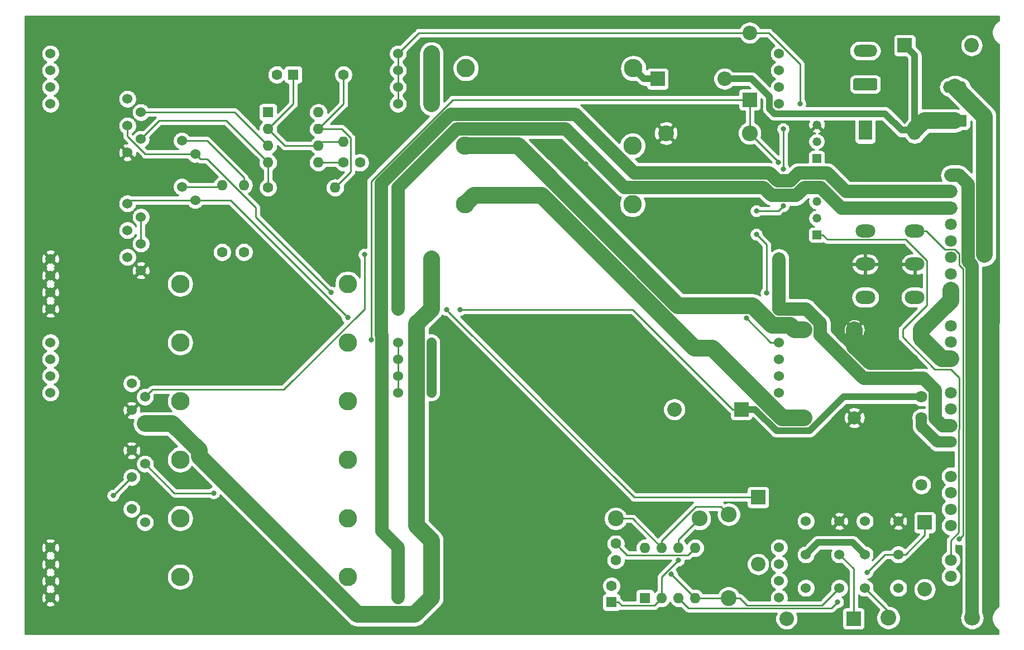
<source format=gbr>
G04 #@! TF.GenerationSoftware,KiCad,Pcbnew,(5.1.4-0-10_14)*
G04 #@! TF.CreationDate,2020-07-27T00:28:24+01:00*
G04 #@! TF.ProjectId,lightsBoard,6c696768-7473-4426-9f61-72642e6b6963,rev?*
G04 #@! TF.SameCoordinates,Original*
G04 #@! TF.FileFunction,Copper,L1,Top*
G04 #@! TF.FilePolarity,Positive*
%FSLAX46Y46*%
G04 Gerber Fmt 4.6, Leading zero omitted, Abs format (unit mm)*
G04 Created by KiCad (PCBNEW (5.1.4-0-10_14)) date 2020-07-27 00:28:24*
%MOMM*%
%LPD*%
G04 APERTURE LIST*
%ADD10C,1.524000*%
%ADD11O,3.600000X1.800000*%
%ADD12C,0.100000*%
%ADD13C,1.800000*%
%ADD14R,1.320800X1.320800*%
%ADD15C,1.320800*%
%ADD16O,3.000000X2.000000*%
%ADD17O,2.000000X3.000000*%
%ADD18R,2.000000X3.000000*%
%ADD19O,1.600000X1.600000*%
%ADD20R,1.600000X1.600000*%
%ADD21O,2.800000X2.800000*%
%ADD22C,2.800000*%
%ADD23O,2.400000X2.400000*%
%ADD24C,2.400000*%
%ADD25C,1.600000*%
%ADD26C,2.000000*%
%ADD27O,2.200000X2.200000*%
%ADD28R,2.200000X2.200000*%
%ADD29C,0.800000*%
%ADD30C,2.540000*%
%ADD31C,1.700000*%
%ADD32C,0.250000*%
%ADD33C,1.000000*%
%ADD34C,1.524000*%
%ADD35C,2.000000*%
%ADD36C,0.254000*%
G04 APERTURE END LIST*
D10*
X194945000Y-94615000D03*
X194945000Y-92075000D03*
X194945000Y-89535000D03*
X194945000Y-86995000D03*
X142240000Y-94615000D03*
X142240000Y-92075000D03*
X142240000Y-89535000D03*
X142240000Y-86995000D03*
X194945000Y-63500000D03*
X194945000Y-60960000D03*
X194945000Y-58420000D03*
X194945000Y-55880000D03*
X142240000Y-63500000D03*
X142240000Y-60960000D03*
X142240000Y-58420000D03*
X142240000Y-55880000D03*
X137160000Y-94615000D03*
X137160000Y-92075000D03*
X137160000Y-89535000D03*
X137160000Y-86995000D03*
X84455000Y-94615000D03*
X84455000Y-92075000D03*
X84455000Y-89535000D03*
X84455000Y-86995000D03*
X137160000Y-63500000D03*
X137160000Y-60960000D03*
X137160000Y-58420000D03*
X137160000Y-55880000D03*
X84455000Y-63500000D03*
X84455000Y-60960000D03*
X84455000Y-58420000D03*
X84455000Y-55880000D03*
D11*
X221615000Y-60960000D03*
D12*
G36*
X223189504Y-65141204D02*
G01*
X223213773Y-65144804D01*
X223237571Y-65150765D01*
X223260671Y-65159030D01*
X223282849Y-65169520D01*
X223303893Y-65182133D01*
X223323598Y-65196747D01*
X223341777Y-65213223D01*
X223358253Y-65231402D01*
X223372867Y-65251107D01*
X223385480Y-65272151D01*
X223395970Y-65294329D01*
X223404235Y-65317429D01*
X223410196Y-65341227D01*
X223413796Y-65365496D01*
X223415000Y-65390000D01*
X223415000Y-66690000D01*
X223413796Y-66714504D01*
X223410196Y-66738773D01*
X223404235Y-66762571D01*
X223395970Y-66785671D01*
X223385480Y-66807849D01*
X223372867Y-66828893D01*
X223358253Y-66848598D01*
X223341777Y-66866777D01*
X223323598Y-66883253D01*
X223303893Y-66897867D01*
X223282849Y-66910480D01*
X223260671Y-66920970D01*
X223237571Y-66929235D01*
X223213773Y-66935196D01*
X223189504Y-66938796D01*
X223165000Y-66940000D01*
X220065000Y-66940000D01*
X220040496Y-66938796D01*
X220016227Y-66935196D01*
X219992429Y-66929235D01*
X219969329Y-66920970D01*
X219947151Y-66910480D01*
X219926107Y-66897867D01*
X219906402Y-66883253D01*
X219888223Y-66866777D01*
X219871747Y-66848598D01*
X219857133Y-66828893D01*
X219844520Y-66807849D01*
X219834030Y-66785671D01*
X219825765Y-66762571D01*
X219819804Y-66738773D01*
X219816204Y-66714504D01*
X219815000Y-66690000D01*
X219815000Y-65390000D01*
X219816204Y-65365496D01*
X219819804Y-65341227D01*
X219825765Y-65317429D01*
X219834030Y-65294329D01*
X219844520Y-65272151D01*
X219857133Y-65251107D01*
X219871747Y-65231402D01*
X219888223Y-65213223D01*
X219906402Y-65196747D01*
X219926107Y-65182133D01*
X219947151Y-65169520D01*
X219969329Y-65159030D01*
X219992429Y-65150765D01*
X220016227Y-65144804D01*
X220040496Y-65141204D01*
X220065000Y-65140000D01*
X223165000Y-65140000D01*
X223189504Y-65141204D01*
X223189504Y-65141204D01*
G37*
D13*
X221615000Y-66040000D03*
D11*
X208026000Y-55435500D03*
D12*
G36*
X209600504Y-59616704D02*
G01*
X209624773Y-59620304D01*
X209648571Y-59626265D01*
X209671671Y-59634530D01*
X209693849Y-59645020D01*
X209714893Y-59657633D01*
X209734598Y-59672247D01*
X209752777Y-59688723D01*
X209769253Y-59706902D01*
X209783867Y-59726607D01*
X209796480Y-59747651D01*
X209806970Y-59769829D01*
X209815235Y-59792929D01*
X209821196Y-59816727D01*
X209824796Y-59840996D01*
X209826000Y-59865500D01*
X209826000Y-61165500D01*
X209824796Y-61190004D01*
X209821196Y-61214273D01*
X209815235Y-61238071D01*
X209806970Y-61261171D01*
X209796480Y-61283349D01*
X209783867Y-61304393D01*
X209769253Y-61324098D01*
X209752777Y-61342277D01*
X209734598Y-61358753D01*
X209714893Y-61373367D01*
X209693849Y-61385980D01*
X209671671Y-61396470D01*
X209648571Y-61404735D01*
X209624773Y-61410696D01*
X209600504Y-61414296D01*
X209576000Y-61415500D01*
X206476000Y-61415500D01*
X206451496Y-61414296D01*
X206427227Y-61410696D01*
X206403429Y-61404735D01*
X206380329Y-61396470D01*
X206358151Y-61385980D01*
X206337107Y-61373367D01*
X206317402Y-61358753D01*
X206299223Y-61342277D01*
X206282747Y-61324098D01*
X206268133Y-61304393D01*
X206255520Y-61283349D01*
X206245030Y-61261171D01*
X206236765Y-61238071D01*
X206230804Y-61214273D01*
X206227204Y-61190004D01*
X206226000Y-61165500D01*
X206226000Y-59865500D01*
X206227204Y-59840996D01*
X206230804Y-59816727D01*
X206236765Y-59792929D01*
X206245030Y-59769829D01*
X206255520Y-59747651D01*
X206268133Y-59726607D01*
X206282747Y-59706902D01*
X206299223Y-59688723D01*
X206317402Y-59672247D01*
X206337107Y-59657633D01*
X206358151Y-59645020D01*
X206380329Y-59634530D01*
X206403429Y-59626265D01*
X206427227Y-59620304D01*
X206451496Y-59616704D01*
X206476000Y-59615500D01*
X209576000Y-59615500D01*
X209600504Y-59616704D01*
X209600504Y-59616704D01*
G37*
D13*
X208026000Y-60515500D03*
D14*
X200660000Y-71755000D03*
D15*
X200660000Y-69215000D03*
X200660000Y-66675000D03*
D16*
X208026000Y-92840500D03*
X215526000Y-87800500D03*
X208026000Y-82760500D03*
X215526000Y-82760500D03*
X215526000Y-92840500D03*
X208026000Y-87800500D03*
D17*
X215526000Y-67500500D03*
D18*
X208026000Y-67500500D03*
D10*
X199009000Y-136969500D03*
X199009000Y-131889500D03*
X199009000Y-126809500D03*
X204089000Y-126809500D03*
X204089000Y-131889500D03*
X204089000Y-136969500D03*
D14*
X200660000Y-83375500D03*
D15*
X200660000Y-80835500D03*
X200660000Y-78295500D03*
D10*
X207962500Y-136969500D03*
X207962500Y-131889500D03*
X207962500Y-126809500D03*
X213042500Y-126809500D03*
X213042500Y-131889500D03*
X213042500Y-136969500D03*
D19*
X174625000Y-130873500D03*
X182245000Y-138493500D03*
X177165000Y-130873500D03*
X179705000Y-138493500D03*
X179705000Y-130873500D03*
X177165000Y-138493500D03*
X182245000Y-130873500D03*
D20*
X174625000Y-138493500D03*
D10*
X137160000Y-138430000D03*
X137160000Y-135890000D03*
X137160000Y-133350000D03*
X137160000Y-130810000D03*
X84455000Y-138430000D03*
X84455000Y-135890000D03*
X84455000Y-133350000D03*
X84455000Y-130810000D03*
X137160000Y-107315000D03*
X137160000Y-104775000D03*
X137160000Y-102235000D03*
X137160000Y-99695000D03*
X84455000Y-107315000D03*
X84455000Y-104775000D03*
X84455000Y-102235000D03*
X84455000Y-99695000D03*
D19*
X125095000Y-64770000D03*
X117475000Y-72390000D03*
X125095000Y-67310000D03*
X117475000Y-69850000D03*
X125095000Y-69850000D03*
X117475000Y-67310000D03*
X125095000Y-72390000D03*
D20*
X117475000Y-64770000D03*
D10*
X194945000Y-138430000D03*
X194945000Y-135890000D03*
X194945000Y-133350000D03*
X194945000Y-130810000D03*
X142240000Y-138430000D03*
X142240000Y-135890000D03*
X142240000Y-133350000D03*
X142240000Y-130810000D03*
X194945000Y-107315000D03*
X194945000Y-104775000D03*
X194945000Y-102235000D03*
X194945000Y-99695000D03*
X142240000Y-107315000D03*
X142240000Y-104775000D03*
X142240000Y-102235000D03*
X142240000Y-99695000D03*
X98806000Y-127000000D03*
X96774000Y-124968000D03*
X98171000Y-88773000D03*
X96139000Y-86741000D03*
X98171000Y-84709000D03*
X96139000Y-82677000D03*
X98171000Y-80645000D03*
X96139000Y-78613000D03*
X96139000Y-70866000D03*
X98171000Y-68834000D03*
X96139000Y-66802000D03*
X98171000Y-64770000D03*
X96139000Y-62738000D03*
X98806000Y-112014000D03*
X96774000Y-109982000D03*
X98806000Y-107950000D03*
X96774000Y-105918000D03*
X96774000Y-120142000D03*
X98806000Y-118110000D03*
X96774000Y-116078000D03*
D21*
X172855225Y-58100000D03*
D22*
X147455225Y-58100000D03*
D23*
X224218500Y-141478000D03*
D24*
X211518500Y-141478000D03*
D23*
X182880000Y-126428500D03*
D24*
X170180000Y-126428500D03*
D23*
X187325000Y-125793500D03*
D24*
X187325000Y-138493500D03*
D21*
X104140000Y-135255000D03*
D22*
X129540000Y-135255000D03*
D21*
X104140000Y-126365000D03*
D22*
X129540000Y-126365000D03*
D21*
X104140000Y-99695000D03*
D22*
X129540000Y-99695000D03*
D21*
X147320000Y-78740000D03*
D22*
X172720000Y-78740000D03*
D21*
X104140000Y-117475000D03*
D22*
X129540000Y-117475000D03*
D21*
X104140000Y-108585000D03*
D22*
X129540000Y-108585000D03*
D21*
X104140000Y-90805000D03*
D22*
X129540000Y-90805000D03*
D21*
X147320000Y-69850000D03*
D22*
X172720000Y-69850000D03*
D23*
X190500000Y-67945000D03*
D24*
X177800000Y-67945000D03*
D19*
X128905000Y-69215000D03*
D25*
X128905000Y-59055000D03*
D19*
X127635000Y-76200000D03*
D25*
X117475000Y-76200000D03*
D19*
X113792000Y-75819000D03*
D25*
X113792000Y-85979000D03*
D19*
X110490000Y-75819000D03*
D25*
X110490000Y-85979000D03*
D13*
X216535000Y-121285000D03*
X216535000Y-111125000D03*
D26*
X206375000Y-111125000D03*
X198755000Y-111125000D03*
D13*
X216535000Y-107950000D03*
X216535000Y-97790000D03*
D26*
X206375000Y-97790000D03*
X198755000Y-97790000D03*
D13*
X220980000Y-132715000D03*
X220980000Y-135215000D03*
X220980000Y-120015000D03*
X220980000Y-122515000D03*
X220980000Y-125015000D03*
X220980000Y-127515000D03*
X220980000Y-107315000D03*
X220980000Y-109815000D03*
X220980000Y-112315000D03*
X220980000Y-114815000D03*
X220980000Y-97155000D03*
X220980000Y-99655000D03*
X220980000Y-102155000D03*
X220980000Y-91795000D03*
X220980000Y-89295000D03*
X220980000Y-86795000D03*
X220980000Y-74295000D03*
X220980000Y-79295000D03*
X220980000Y-76795000D03*
X220980000Y-81795000D03*
X220980000Y-84295000D03*
D27*
X196088000Y-141605000D03*
D28*
X206248000Y-141605000D03*
D27*
X224155000Y-54610000D03*
D28*
X213995000Y-54610000D03*
D27*
X217043000Y-137160000D03*
D28*
X217043000Y-127000000D03*
D27*
X186690000Y-59690000D03*
D28*
X176530000Y-59690000D03*
D27*
X191770000Y-133350000D03*
D28*
X191770000Y-123190000D03*
D27*
X179070000Y-109855000D03*
D28*
X189230000Y-109855000D03*
D27*
X190500000Y-52705000D03*
D28*
X190500000Y-62865000D03*
D10*
X106426000Y-78105000D03*
X104394000Y-76073000D03*
X106426000Y-71120000D03*
X104394000Y-69088000D03*
D25*
X170180000Y-132738500D03*
X170180000Y-130238500D03*
X169545000Y-136628500D03*
D20*
X169545000Y-139128500D03*
D25*
X131405000Y-72390000D03*
X128905000Y-72390000D03*
X118785000Y-59055000D03*
D20*
X121285000Y-59055000D03*
D29*
X93980000Y-122936000D03*
X226060000Y-79248000D03*
X226060000Y-86360000D03*
X226060000Y-80264000D03*
X226060000Y-81280000D03*
X226060000Y-82296000D03*
X226060000Y-83312000D03*
X226060000Y-84328000D03*
X226060000Y-85344000D03*
X179705000Y-132723511D03*
X127000000Y-92075000D03*
X144526000Y-94742000D03*
X129540000Y-95885000D03*
X146558000Y-94742000D03*
X198120000Y-63500000D03*
X194854990Y-72390000D03*
X133096000Y-99314000D03*
X222250000Y-129540000D03*
X203835000Y-139065000D03*
X208280000Y-134620000D03*
X188976000Y-64806990D03*
X192024000Y-64806990D03*
X167132000Y-77724000D03*
X168148000Y-77724000D03*
X168148000Y-78740000D03*
X169164000Y-78740000D03*
X169164000Y-79756000D03*
X170180000Y-79756000D03*
X170180000Y-80772000D03*
X171196000Y-80772000D03*
X171704000Y-81788000D03*
X166624000Y-76708000D03*
X165862000Y-75946000D03*
X165608000Y-74676000D03*
X165608000Y-73660000D03*
X165608000Y-72644000D03*
X214884000Y-102616000D03*
X213868000Y-102616000D03*
X212852000Y-102616000D03*
X211836000Y-102616000D03*
X210820000Y-102616000D03*
X209804000Y-102616000D03*
X208788000Y-102616000D03*
X101092000Y-80264000D03*
X178630160Y-134815160D03*
X109220000Y-122555000D03*
X195580000Y-78994000D03*
X189992000Y-96012000D03*
X195580000Y-73406000D03*
X193040000Y-92202000D03*
X195580000Y-67310000D03*
X191516000Y-83312000D03*
X191516000Y-79756000D03*
X132080000Y-86360000D03*
D30*
X220980000Y-93345000D02*
X216535000Y-97790000D01*
X220980000Y-91795000D02*
X220980000Y-93345000D01*
X219707208Y-102155000D02*
X220980000Y-102155000D01*
X219627208Y-102155000D02*
X219707208Y-102155000D01*
X216535000Y-99062792D02*
X219627208Y-102155000D01*
X216535000Y-97790000D02*
X216535000Y-99062792D01*
D31*
X218952208Y-114815000D02*
X220980000Y-114815000D01*
X216535000Y-112397792D02*
X218952208Y-114815000D01*
X216535000Y-111125000D02*
X216535000Y-112397792D01*
D32*
X96774000Y-120142000D02*
X93980000Y-122936000D01*
D30*
X221615000Y-60960000D02*
X226060000Y-65405000D01*
X226060000Y-65405000D02*
X226060000Y-79248000D01*
X226060000Y-79248000D02*
X226060000Y-86360000D01*
D33*
X207200501Y-131127501D02*
X207962500Y-131889500D01*
X206121000Y-130048000D02*
X207200501Y-131127501D01*
X200850500Y-130048000D02*
X206121000Y-130048000D01*
X199009000Y-131889500D02*
X200850500Y-130048000D01*
D30*
X142240000Y-63500000D02*
X142240000Y-55880000D01*
D34*
X142240000Y-99695000D02*
X142240000Y-107315000D01*
D32*
X121285000Y-63500000D02*
X117475000Y-67310000D01*
X121285000Y-59055000D02*
X121285000Y-63500000D01*
X120015000Y-69850000D02*
X117475000Y-67310000D01*
X125095000Y-69850000D02*
X120015000Y-69850000D01*
X125730000Y-69215000D02*
X125095000Y-69850000D01*
X128905000Y-69215000D02*
X125730000Y-69215000D01*
X125095000Y-72390000D02*
X128905000Y-72390000D01*
X179705000Y-129603500D02*
X179705000Y-130873500D01*
X182880000Y-126428500D02*
X179705000Y-129603500D01*
X176365001Y-139293499D02*
X177165000Y-138493500D01*
X171085001Y-139618501D02*
X176039999Y-139618501D01*
X170595000Y-139128500D02*
X171085001Y-139618501D01*
X176039999Y-139618501D02*
X176365001Y-139293499D01*
X169545000Y-139128500D02*
X170595000Y-139128500D01*
X179696489Y-132723511D02*
X179705000Y-132723511D01*
X177165000Y-135255000D02*
X179696489Y-132723511D01*
X177165000Y-138493500D02*
X177165000Y-135255000D01*
X171940001Y-131998501D02*
X170979999Y-131038499D01*
X170979999Y-131038499D02*
X170180000Y-130238500D01*
X181119999Y-131998501D02*
X171940001Y-131998501D01*
X182245000Y-130873500D02*
X181119999Y-131998501D01*
X98848238Y-71120000D02*
X105348370Y-71120000D01*
X105348370Y-71120000D02*
X106426000Y-71120000D01*
X96139000Y-68410762D02*
X98848238Y-71120000D01*
X96139000Y-66802000D02*
X96139000Y-68410762D01*
X107187999Y-71881999D02*
X106426000Y-71120000D01*
X108218001Y-71881999D02*
X107187999Y-71881999D01*
X115570000Y-79233998D02*
X108218001Y-71881999D01*
X115570000Y-80645000D02*
X115570000Y-79233998D01*
X127000000Y-92075000D02*
X115570000Y-80645000D01*
X191770000Y-123190000D02*
X172974000Y-123190000D01*
X172974000Y-123190000D02*
X144925999Y-95141999D01*
X144925999Y-95141999D02*
X144526000Y-94742000D01*
X105471630Y-69088000D02*
X104394000Y-69088000D01*
X108192370Y-69088000D02*
X105471630Y-69088000D01*
X113792000Y-74687630D02*
X108192370Y-69088000D01*
X113792000Y-75819000D02*
X113792000Y-74687630D01*
D33*
X204716014Y-107950000D02*
X216535000Y-107950000D01*
X199571004Y-113095010D02*
X204716014Y-107950000D01*
X191330000Y-109855000D02*
X194570010Y-113095010D01*
X194570010Y-113095010D02*
X199571004Y-113095010D01*
X189230000Y-109855000D02*
X191330000Y-109855000D01*
D32*
X96647000Y-78105000D02*
X96139000Y-78613000D01*
X106426000Y-78105000D02*
X96647000Y-78105000D01*
X111760000Y-78105000D02*
X129540000Y-95885000D01*
X106426000Y-78105000D02*
X111760000Y-78105000D01*
X147123685Y-94742000D02*
X146558000Y-94742000D01*
X172767000Y-94742000D02*
X147123685Y-94742000D01*
X187880000Y-109855000D02*
X172767000Y-94742000D01*
X189230000Y-109855000D02*
X187880000Y-109855000D01*
X110236000Y-76073000D02*
X110490000Y-75819000D01*
X104394000Y-76073000D02*
X110236000Y-76073000D01*
X140335000Y-52705000D02*
X137160000Y-55880000D01*
X190500000Y-52705000D02*
X140335000Y-52705000D01*
X137160000Y-55880000D02*
X137160000Y-58420000D01*
X137160000Y-58420000D02*
X137160000Y-60960000D01*
X137160000Y-60960000D02*
X137160000Y-63500000D01*
X193378762Y-52705000D02*
X198120000Y-57446238D01*
X190500000Y-52705000D02*
X193378762Y-52705000D01*
X198120000Y-57446238D02*
X198120000Y-63500000D01*
X190500000Y-62865000D02*
X190500000Y-67945000D01*
X137160000Y-99695000D02*
X137160000Y-102235000D01*
X137160000Y-102235000D02*
X137160000Y-104775000D01*
X137160000Y-104775000D02*
X137160000Y-107315000D01*
X190500000Y-67945000D02*
X194854990Y-72299990D01*
X194854990Y-72299990D02*
X194854990Y-72390000D01*
X189150000Y-62865000D02*
X190500000Y-62865000D01*
X145471869Y-62865000D02*
X189150000Y-62865000D01*
X133096000Y-75240869D02*
X145471869Y-62865000D01*
X133096000Y-99314000D02*
X133096000Y-75240869D01*
X206248000Y-134048500D02*
X204089000Y-131889500D01*
X206248000Y-141605000D02*
X206248000Y-134048500D01*
D30*
X216986500Y-66040000D02*
X215526000Y-67500500D01*
X221615000Y-66040000D02*
X216986500Y-66040000D01*
D33*
X215526000Y-56141000D02*
X213995000Y-54610000D01*
X215526000Y-67500500D02*
X215526000Y-56141000D01*
X213526000Y-67500500D02*
X215526000Y-67500500D01*
X210987501Y-64962001D02*
X213526000Y-67500500D01*
X193482999Y-62387997D02*
X193482999Y-64201761D01*
X190785002Y-59690000D02*
X193482999Y-62387997D01*
X194243239Y-64962001D02*
X210987501Y-64962001D01*
X193482999Y-64201761D02*
X194243239Y-64962001D01*
X186690000Y-59690000D02*
X190785002Y-59690000D01*
D32*
X221568001Y-85569999D02*
X220085499Y-85569999D01*
X220085499Y-85569999D02*
X217276000Y-82760500D01*
X222885000Y-128905000D02*
X222885000Y-88551971D01*
X222264978Y-86266976D02*
X221568001Y-85569999D01*
X222264978Y-87931949D02*
X222264978Y-86266976D01*
X217276000Y-82760500D02*
X215526000Y-82760500D01*
X222250000Y-129540000D02*
X222885000Y-128905000D01*
X222885000Y-88551971D02*
X222264978Y-87931949D01*
D33*
X174445225Y-59690000D02*
X172855225Y-58100000D01*
X176530000Y-59690000D02*
X174445225Y-59690000D01*
D32*
X217043000Y-128350000D02*
X217043000Y-127000000D01*
X217043000Y-128966630D02*
X217043000Y-128350000D01*
X214120130Y-131889500D02*
X217043000Y-128966630D01*
X213042500Y-131889500D02*
X214120130Y-131889500D01*
X181230001Y-140018501D02*
X202881499Y-140018501D01*
X202881499Y-140018501D02*
X203835000Y-139065000D01*
X179705000Y-138493500D02*
X181230001Y-140018501D01*
X211010500Y-131889500D02*
X213042500Y-131889500D01*
X208280000Y-134620000D02*
X211010500Y-131889500D01*
D35*
X223589989Y-75632197D02*
X223589989Y-87383112D01*
X220980000Y-74295000D02*
X222252792Y-74295000D01*
X222252792Y-74295000D02*
X223589989Y-75632197D01*
X223589989Y-87383112D02*
X224218500Y-88011623D01*
X224218500Y-88011623D02*
X224218500Y-139780944D01*
X224218500Y-139780944D02*
X224218500Y-141478000D01*
X137160000Y-130810000D02*
X137160000Y-133350000D01*
X137160000Y-135890000D02*
X137160000Y-133350000D01*
X137160000Y-138430000D02*
X137160000Y-135890000D01*
X134696001Y-128346001D02*
X134696001Y-98545999D01*
X137160000Y-130810000D02*
X134696001Y-128346001D01*
X134696001Y-98545999D02*
X134675010Y-98525008D01*
X164071986Y-65049988D02*
X172961986Y-73939988D01*
X134675010Y-98525008D02*
X134675010Y-75535703D01*
X134675010Y-75535703D02*
X145160725Y-65049988D01*
X172961986Y-73939988D02*
X193491984Y-73939988D01*
X202260002Y-73990002D02*
X205065000Y-76795000D01*
X194745984Y-75193988D02*
X196668016Y-75193988D01*
X145160725Y-65049988D02*
X164071986Y-65049988D01*
X196668016Y-75193988D02*
X197872002Y-73990002D01*
X197872002Y-73990002D02*
X202260002Y-73990002D01*
X205065000Y-76795000D02*
X219707208Y-76795000D01*
X219707208Y-76795000D02*
X220980000Y-76795000D01*
X193491984Y-73939988D02*
X194745984Y-75193988D01*
X194945000Y-94615000D02*
X194945000Y-92075000D01*
X194945000Y-92075000D02*
X194945000Y-89535000D01*
X194945000Y-89535000D02*
X194945000Y-86995000D01*
X201225010Y-96766889D02*
X199073121Y-94615000D01*
X201225010Y-98609010D02*
X201225010Y-96766889D01*
X207772000Y-105156000D02*
X201225010Y-98609010D01*
X199073121Y-94615000D02*
X194945000Y-94615000D01*
X216849002Y-105156000D02*
X207772000Y-105156000D01*
X218635001Y-111242793D02*
X218635001Y-106941999D01*
X218635001Y-106941999D02*
X216849002Y-105156000D01*
X219707208Y-112315000D02*
X218635001Y-111242793D01*
X220980000Y-112315000D02*
X219707208Y-112315000D01*
D32*
X200934847Y-83375500D02*
X200660000Y-83375500D01*
X201570400Y-83375500D02*
X200660000Y-83375500D01*
X202280410Y-84085510D02*
X201570400Y-83375500D01*
X214184857Y-84085510D02*
X202280410Y-84085510D01*
X221034510Y-103750010D02*
X218558009Y-103750009D01*
X218558009Y-103750009D02*
X213700990Y-98892990D01*
X222305010Y-105020510D02*
X221034510Y-103750010D01*
X222205001Y-128511997D02*
X222205001Y-112963846D01*
X213700990Y-97703010D02*
X217351010Y-94052990D01*
X222305010Y-112863837D02*
X222305010Y-105020510D01*
X217351010Y-94052990D02*
X217351010Y-87251663D01*
X222205001Y-112963846D02*
X222305010Y-112863837D01*
X213700990Y-98892990D02*
X213700990Y-97703010D01*
X220980000Y-129736998D02*
X222205001Y-128511997D01*
X217351010Y-87251663D02*
X214184857Y-84085510D01*
X220980000Y-132715000D02*
X220980000Y-129736998D01*
D30*
X206375000Y-97790000D02*
X206375000Y-100203000D01*
X208788000Y-102616000D02*
X209804000Y-102616000D01*
X206375000Y-100203000D02*
X208026000Y-101854000D01*
X213868000Y-102616000D02*
X214884000Y-102616000D01*
X212852000Y-102616000D02*
X213868000Y-102616000D01*
X211836000Y-102616000D02*
X212852000Y-102616000D01*
X210820000Y-102616000D02*
X211836000Y-102616000D01*
X209804000Y-102616000D02*
X210820000Y-102616000D01*
X208788000Y-102616000D02*
X208788000Y-102616000D01*
X208026000Y-101854000D02*
X208788000Y-102616000D01*
X155355646Y-69850000D02*
X149299898Y-69850000D01*
X193921889Y-97085010D02*
X190959119Y-94122240D01*
X196635797Y-97085010D02*
X193921889Y-97085010D01*
X149299898Y-69850000D02*
X147320000Y-69850000D01*
X190959119Y-94122240D02*
X179627886Y-94122240D01*
X197340787Y-97790000D02*
X196635797Y-97085010D01*
X179627886Y-94122240D02*
X155355646Y-69850000D01*
X198755000Y-97790000D02*
X197340787Y-97790000D01*
X198755000Y-111125000D02*
X195451638Y-111125000D01*
X148719999Y-77340001D02*
X147320000Y-78740000D01*
X195451638Y-111125000D02*
X184856649Y-100530011D01*
X184856649Y-100530011D02*
X182160696Y-100530010D01*
X182160696Y-100530010D02*
X158970687Y-77340001D01*
X158970687Y-77340001D02*
X148719999Y-77340001D01*
D32*
X182245000Y-138493500D02*
X187325000Y-138493500D01*
X187325000Y-138493500D02*
X189022056Y-138493500D01*
X190097046Y-139568490D02*
X201490010Y-139568490D01*
X189022056Y-138493500D02*
X190097046Y-139568490D01*
X201490010Y-139568490D02*
X203327001Y-137731499D01*
X203327001Y-137731499D02*
X204089000Y-136969500D01*
X178630160Y-134878660D02*
X178630160Y-134815160D01*
X182245000Y-138493500D02*
X178630160Y-134878660D01*
X125095000Y-67310000D02*
X128905000Y-63500000D01*
X128905000Y-63500000D02*
X128905000Y-59055000D01*
X128665002Y-67310000D02*
X126226370Y-67310000D01*
X126226370Y-67310000D02*
X125095000Y-67310000D01*
X130030001Y-68674999D02*
X128665002Y-67310000D01*
X130030001Y-73804999D02*
X130030001Y-68674999D01*
X127635000Y-76200000D02*
X130030001Y-73804999D01*
X117475000Y-72390000D02*
X117475000Y-76200000D01*
X111125000Y-66040000D02*
X117475000Y-72390000D01*
X100965000Y-66040000D02*
X111125000Y-66040000D01*
X98171000Y-68834000D02*
X100965000Y-66040000D01*
X172720000Y-126428500D02*
X170180000Y-126428500D01*
X177165000Y-130873500D02*
X172720000Y-126428500D01*
X186125001Y-124593501D02*
X187325000Y-125793500D01*
X182313629Y-124593501D02*
X186125001Y-124593501D01*
X177165000Y-129742130D02*
X182313629Y-124593501D01*
X177165000Y-130873500D02*
X177165000Y-129742130D01*
X211518500Y-140525500D02*
X211518500Y-141478000D01*
X207962500Y-136969500D02*
X211518500Y-140525500D01*
X103251000Y-122555000D02*
X109220000Y-122555000D01*
X98806000Y-118110000D02*
X103251000Y-122555000D01*
X193675000Y-99695000D02*
X194945000Y-99695000D01*
X189992000Y-96012000D02*
X193675000Y-99695000D01*
X195580000Y-67310000D02*
X195580000Y-73406000D01*
X193040000Y-86360000D02*
X193040000Y-92202000D01*
X193040000Y-84836000D02*
X191516000Y-83312000D01*
X193040000Y-86360000D02*
X193040000Y-84836000D01*
X194818000Y-79756000D02*
X195580000Y-78994000D01*
X191516000Y-79756000D02*
X194818000Y-79756000D01*
X99896001Y-106859999D02*
X99567999Y-107188001D01*
X99567999Y-107188001D02*
X98806000Y-107950000D01*
X132080000Y-94615000D02*
X119835001Y-106859999D01*
X119835001Y-106859999D02*
X99896001Y-106859999D01*
X132080000Y-86360000D02*
X132080000Y-94615000D01*
D30*
X107010001Y-116972603D02*
X131007398Y-140970000D01*
X102926602Y-112014000D02*
X107010001Y-116097399D01*
X107010001Y-116097399D02*
X107010001Y-116972603D01*
X98806000Y-112014000D02*
X102926602Y-112014000D01*
X139700000Y-140970000D02*
X142240000Y-138430000D01*
X131007398Y-140970000D02*
X139700000Y-140970000D01*
X142240000Y-138430000D02*
X142240000Y-130810000D01*
X140007999Y-127500369D02*
X140007999Y-96847001D01*
X141478001Y-95376999D02*
X142240000Y-94615000D01*
X140007999Y-96847001D02*
X141478001Y-95376999D01*
X142240000Y-129732370D02*
X140007999Y-127500369D01*
X142240000Y-130810000D02*
X142240000Y-129732370D01*
X142240000Y-94615000D02*
X142240000Y-86995000D01*
D32*
X112395000Y-64770000D02*
X98171000Y-64770000D01*
X117475000Y-69850000D02*
X112395000Y-64770000D01*
X98171000Y-80645000D02*
X98171000Y-81722630D01*
X98171000Y-81722630D02*
X98171000Y-84709000D01*
D35*
X137160000Y-86995000D02*
X137160000Y-89535000D01*
X137160000Y-94615000D02*
X137160000Y-92075000D01*
X137160000Y-92075000D02*
X137160000Y-89535000D01*
X162581999Y-67249999D02*
X146071999Y-67249999D01*
X193834710Y-77393999D02*
X192580710Y-76139999D01*
X197579290Y-77393999D02*
X193834710Y-77393999D01*
X198783276Y-76190013D02*
X197579290Y-77393999D01*
X220980000Y-79295000D02*
X204412878Y-79295000D01*
X146071999Y-67249999D02*
X137160000Y-76161998D01*
X204412878Y-79295000D02*
X201307891Y-76190013D01*
X192580710Y-76139999D02*
X171471999Y-76139999D01*
X201307891Y-76190013D02*
X198783276Y-76190013D01*
X171471999Y-76139999D02*
X162581999Y-67249999D01*
X137160000Y-76161998D02*
X137160000Y-85917370D01*
X137160000Y-85917370D02*
X137160000Y-86995000D01*
D36*
G36*
X228281961Y-50835146D02*
G01*
X228219750Y-50860915D01*
X227894636Y-51078149D01*
X227618149Y-51354636D01*
X227400915Y-51679750D01*
X227251282Y-52040997D01*
X227175000Y-52424495D01*
X227175000Y-52815505D01*
X227251282Y-53199003D01*
X227400915Y-53560250D01*
X227618149Y-53885364D01*
X227894636Y-54161851D01*
X228219750Y-54379085D01*
X228279550Y-54403855D01*
X228221877Y-139760034D01*
X228219750Y-139760915D01*
X227894636Y-139978149D01*
X227618149Y-140254636D01*
X227400915Y-140579750D01*
X227251282Y-140940997D01*
X227175000Y-141324495D01*
X227175000Y-141715505D01*
X227251282Y-142099003D01*
X227400915Y-142460250D01*
X227618149Y-142785364D01*
X227894636Y-143061851D01*
X228219500Y-143278918D01*
X228219086Y-143891000D01*
X80645000Y-143891000D01*
X80645000Y-139395565D01*
X83669040Y-139395565D01*
X83736020Y-139635656D01*
X83985048Y-139752756D01*
X84252135Y-139819023D01*
X84527017Y-139831910D01*
X84799133Y-139790922D01*
X85058023Y-139697636D01*
X85173980Y-139635656D01*
X85240960Y-139395565D01*
X84455000Y-138609605D01*
X83669040Y-139395565D01*
X80645000Y-139395565D01*
X80645000Y-138502017D01*
X83053090Y-138502017D01*
X83094078Y-138774133D01*
X83187364Y-139033023D01*
X83249344Y-139148980D01*
X83489435Y-139215960D01*
X84275395Y-138430000D01*
X84634605Y-138430000D01*
X85420565Y-139215960D01*
X85660656Y-139148980D01*
X85777756Y-138899952D01*
X85844023Y-138632865D01*
X85856910Y-138357983D01*
X85815922Y-138085867D01*
X85722636Y-137826977D01*
X85660656Y-137711020D01*
X85420565Y-137644040D01*
X84634605Y-138430000D01*
X84275395Y-138430000D01*
X83489435Y-137644040D01*
X83249344Y-137711020D01*
X83132244Y-137960048D01*
X83065977Y-138227135D01*
X83053090Y-138502017D01*
X80645000Y-138502017D01*
X80645000Y-136855565D01*
X83669040Y-136855565D01*
X83736020Y-137095656D01*
X83866644Y-137157079D01*
X83851977Y-137162364D01*
X83736020Y-137224344D01*
X83669040Y-137464435D01*
X84455000Y-138250395D01*
X85240960Y-137464435D01*
X85173980Y-137224344D01*
X85043356Y-137162921D01*
X85058023Y-137157636D01*
X85173980Y-137095656D01*
X85240960Y-136855565D01*
X84455000Y-136069605D01*
X83669040Y-136855565D01*
X80645000Y-136855565D01*
X80645000Y-135962017D01*
X83053090Y-135962017D01*
X83094078Y-136234133D01*
X83187364Y-136493023D01*
X83249344Y-136608980D01*
X83489435Y-136675960D01*
X84275395Y-135890000D01*
X84634605Y-135890000D01*
X85420565Y-136675960D01*
X85660656Y-136608980D01*
X85777756Y-136359952D01*
X85844023Y-136092865D01*
X85856910Y-135817983D01*
X85815922Y-135545867D01*
X85722636Y-135286977D01*
X85705545Y-135255000D01*
X102095154Y-135255000D01*
X102134445Y-135653930D01*
X102250809Y-136037529D01*
X102439773Y-136391056D01*
X102694076Y-136700924D01*
X103003944Y-136955227D01*
X103357471Y-137144191D01*
X103741070Y-137260555D01*
X104040031Y-137290000D01*
X104239969Y-137290000D01*
X104538930Y-137260555D01*
X104922529Y-137144191D01*
X105276056Y-136955227D01*
X105585924Y-136700924D01*
X105840227Y-136391056D01*
X106029191Y-136037529D01*
X106145555Y-135653930D01*
X106184846Y-135255000D01*
X106145555Y-134856070D01*
X106029191Y-134472471D01*
X105840227Y-134118944D01*
X105585924Y-133809076D01*
X105276056Y-133554773D01*
X104922529Y-133365809D01*
X104538930Y-133249445D01*
X104239969Y-133220000D01*
X104040031Y-133220000D01*
X103741070Y-133249445D01*
X103357471Y-133365809D01*
X103003944Y-133554773D01*
X102694076Y-133809076D01*
X102439773Y-134118944D01*
X102250809Y-134472471D01*
X102134445Y-134856070D01*
X102095154Y-135255000D01*
X85705545Y-135255000D01*
X85660656Y-135171020D01*
X85420565Y-135104040D01*
X84634605Y-135890000D01*
X84275395Y-135890000D01*
X83489435Y-135104040D01*
X83249344Y-135171020D01*
X83132244Y-135420048D01*
X83065977Y-135687135D01*
X83053090Y-135962017D01*
X80645000Y-135962017D01*
X80645000Y-134315565D01*
X83669040Y-134315565D01*
X83736020Y-134555656D01*
X83866644Y-134617079D01*
X83851977Y-134622364D01*
X83736020Y-134684344D01*
X83669040Y-134924435D01*
X84455000Y-135710395D01*
X85240960Y-134924435D01*
X85173980Y-134684344D01*
X85043356Y-134622921D01*
X85058023Y-134617636D01*
X85173980Y-134555656D01*
X85240960Y-134315565D01*
X84455000Y-133529605D01*
X83669040Y-134315565D01*
X80645000Y-134315565D01*
X80645000Y-133422017D01*
X83053090Y-133422017D01*
X83094078Y-133694133D01*
X83187364Y-133953023D01*
X83249344Y-134068980D01*
X83489435Y-134135960D01*
X84275395Y-133350000D01*
X84634605Y-133350000D01*
X85420565Y-134135960D01*
X85660656Y-134068980D01*
X85777756Y-133819952D01*
X85844023Y-133552865D01*
X85856910Y-133277983D01*
X85815922Y-133005867D01*
X85722636Y-132746977D01*
X85660656Y-132631020D01*
X85420565Y-132564040D01*
X84634605Y-133350000D01*
X84275395Y-133350000D01*
X83489435Y-132564040D01*
X83249344Y-132631020D01*
X83132244Y-132880048D01*
X83065977Y-133147135D01*
X83053090Y-133422017D01*
X80645000Y-133422017D01*
X80645000Y-131775565D01*
X83669040Y-131775565D01*
X83736020Y-132015656D01*
X83866644Y-132077079D01*
X83851977Y-132082364D01*
X83736020Y-132144344D01*
X83669040Y-132384435D01*
X84455000Y-133170395D01*
X85240960Y-132384435D01*
X85173980Y-132144344D01*
X85043356Y-132082921D01*
X85058023Y-132077636D01*
X85173980Y-132015656D01*
X85240960Y-131775565D01*
X84455000Y-130989605D01*
X83669040Y-131775565D01*
X80645000Y-131775565D01*
X80645000Y-130882017D01*
X83053090Y-130882017D01*
X83094078Y-131154133D01*
X83187364Y-131413023D01*
X83249344Y-131528980D01*
X83489435Y-131595960D01*
X84275395Y-130810000D01*
X84634605Y-130810000D01*
X85420565Y-131595960D01*
X85660656Y-131528980D01*
X85777756Y-131279952D01*
X85844023Y-131012865D01*
X85856910Y-130737983D01*
X85815922Y-130465867D01*
X85722636Y-130206977D01*
X85660656Y-130091020D01*
X85420565Y-130024040D01*
X84634605Y-130810000D01*
X84275395Y-130810000D01*
X83489435Y-130024040D01*
X83249344Y-130091020D01*
X83132244Y-130340048D01*
X83065977Y-130607135D01*
X83053090Y-130882017D01*
X80645000Y-130882017D01*
X80645000Y-129844435D01*
X83669040Y-129844435D01*
X84455000Y-130630395D01*
X85240960Y-129844435D01*
X85173980Y-129604344D01*
X84924952Y-129487244D01*
X84657865Y-129420977D01*
X84382983Y-129408090D01*
X84110867Y-129449078D01*
X83851977Y-129542364D01*
X83736020Y-129604344D01*
X83669040Y-129844435D01*
X80645000Y-129844435D01*
X80645000Y-126862408D01*
X97409000Y-126862408D01*
X97409000Y-127137592D01*
X97462686Y-127407490D01*
X97567995Y-127661727D01*
X97720880Y-127890535D01*
X97915465Y-128085120D01*
X98144273Y-128238005D01*
X98398510Y-128343314D01*
X98668408Y-128397000D01*
X98943592Y-128397000D01*
X99213490Y-128343314D01*
X99467727Y-128238005D01*
X99696535Y-128085120D01*
X99891120Y-127890535D01*
X100044005Y-127661727D01*
X100149314Y-127407490D01*
X100203000Y-127137592D01*
X100203000Y-126862408D01*
X100149314Y-126592510D01*
X100055076Y-126365000D01*
X102095154Y-126365000D01*
X102134445Y-126763930D01*
X102250809Y-127147529D01*
X102439773Y-127501056D01*
X102694076Y-127810924D01*
X103003944Y-128065227D01*
X103357471Y-128254191D01*
X103741070Y-128370555D01*
X104040031Y-128400000D01*
X104239969Y-128400000D01*
X104538930Y-128370555D01*
X104922529Y-128254191D01*
X105276056Y-128065227D01*
X105585924Y-127810924D01*
X105840227Y-127501056D01*
X106029191Y-127147529D01*
X106145555Y-126763930D01*
X106184846Y-126365000D01*
X106145555Y-125966070D01*
X106029191Y-125582471D01*
X105840227Y-125228944D01*
X105585924Y-124919076D01*
X105276056Y-124664773D01*
X104922529Y-124475809D01*
X104538930Y-124359445D01*
X104239969Y-124330000D01*
X104040031Y-124330000D01*
X103741070Y-124359445D01*
X103357471Y-124475809D01*
X103003944Y-124664773D01*
X102694076Y-124919076D01*
X102439773Y-125228944D01*
X102250809Y-125582471D01*
X102134445Y-125966070D01*
X102095154Y-126365000D01*
X100055076Y-126365000D01*
X100044005Y-126338273D01*
X99891120Y-126109465D01*
X99696535Y-125914880D01*
X99467727Y-125761995D01*
X99213490Y-125656686D01*
X98943592Y-125603000D01*
X98668408Y-125603000D01*
X98398510Y-125656686D01*
X98144273Y-125761995D01*
X97915465Y-125914880D01*
X97720880Y-126109465D01*
X97567995Y-126338273D01*
X97462686Y-126592510D01*
X97409000Y-126862408D01*
X80645000Y-126862408D01*
X80645000Y-124830408D01*
X95377000Y-124830408D01*
X95377000Y-125105592D01*
X95430686Y-125375490D01*
X95535995Y-125629727D01*
X95688880Y-125858535D01*
X95883465Y-126053120D01*
X96112273Y-126206005D01*
X96366510Y-126311314D01*
X96636408Y-126365000D01*
X96911592Y-126365000D01*
X97181490Y-126311314D01*
X97435727Y-126206005D01*
X97664535Y-126053120D01*
X97859120Y-125858535D01*
X98012005Y-125629727D01*
X98117314Y-125375490D01*
X98171000Y-125105592D01*
X98171000Y-124830408D01*
X98117314Y-124560510D01*
X98012005Y-124306273D01*
X97859120Y-124077465D01*
X97664535Y-123882880D01*
X97435727Y-123729995D01*
X97181490Y-123624686D01*
X96911592Y-123571000D01*
X96636408Y-123571000D01*
X96366510Y-123624686D01*
X96112273Y-123729995D01*
X95883465Y-123882880D01*
X95688880Y-124077465D01*
X95535995Y-124306273D01*
X95430686Y-124560510D01*
X95377000Y-124830408D01*
X80645000Y-124830408D01*
X80645000Y-122834061D01*
X92945000Y-122834061D01*
X92945000Y-123037939D01*
X92984774Y-123237898D01*
X93062795Y-123426256D01*
X93176063Y-123595774D01*
X93320226Y-123739937D01*
X93489744Y-123853205D01*
X93678102Y-123931226D01*
X93878061Y-123971000D01*
X94081939Y-123971000D01*
X94281898Y-123931226D01*
X94470256Y-123853205D01*
X94639774Y-123739937D01*
X94783937Y-123595774D01*
X94897205Y-123426256D01*
X94975226Y-123237898D01*
X95015000Y-123037939D01*
X95015000Y-122975801D01*
X96482430Y-121508372D01*
X96636408Y-121539000D01*
X96911592Y-121539000D01*
X97181490Y-121485314D01*
X97435727Y-121380005D01*
X97664535Y-121227120D01*
X97859120Y-121032535D01*
X98012005Y-120803727D01*
X98117314Y-120549490D01*
X98171000Y-120279592D01*
X98171000Y-120004408D01*
X98117314Y-119734510D01*
X98012005Y-119480273D01*
X97859120Y-119251465D01*
X97664535Y-119056880D01*
X97435727Y-118903995D01*
X97181490Y-118798686D01*
X96911592Y-118745000D01*
X96636408Y-118745000D01*
X96366510Y-118798686D01*
X96112273Y-118903995D01*
X95883465Y-119056880D01*
X95688880Y-119251465D01*
X95535995Y-119480273D01*
X95430686Y-119734510D01*
X95377000Y-120004408D01*
X95377000Y-120279592D01*
X95407628Y-120433570D01*
X93940199Y-121901000D01*
X93878061Y-121901000D01*
X93678102Y-121940774D01*
X93489744Y-122018795D01*
X93320226Y-122132063D01*
X93176063Y-122276226D01*
X93062795Y-122445744D01*
X92984774Y-122634102D01*
X92945000Y-122834061D01*
X80645000Y-122834061D01*
X80645000Y-117043565D01*
X95988040Y-117043565D01*
X96055020Y-117283656D01*
X96304048Y-117400756D01*
X96571135Y-117467023D01*
X96846017Y-117479910D01*
X97118133Y-117438922D01*
X97377023Y-117345636D01*
X97492980Y-117283656D01*
X97559960Y-117043565D01*
X96774000Y-116257605D01*
X95988040Y-117043565D01*
X80645000Y-117043565D01*
X80645000Y-116150017D01*
X95372090Y-116150017D01*
X95413078Y-116422133D01*
X95506364Y-116681023D01*
X95568344Y-116796980D01*
X95808435Y-116863960D01*
X96594395Y-116078000D01*
X96953605Y-116078000D01*
X97739565Y-116863960D01*
X97979656Y-116796980D01*
X98096756Y-116547952D01*
X98163023Y-116280865D01*
X98175910Y-116005983D01*
X98134922Y-115733867D01*
X98041636Y-115474977D01*
X97979656Y-115359020D01*
X97739565Y-115292040D01*
X96953605Y-116078000D01*
X96594395Y-116078000D01*
X95808435Y-115292040D01*
X95568344Y-115359020D01*
X95451244Y-115608048D01*
X95384977Y-115875135D01*
X95372090Y-116150017D01*
X80645000Y-116150017D01*
X80645000Y-115112435D01*
X95988040Y-115112435D01*
X96774000Y-115898395D01*
X97559960Y-115112435D01*
X97492980Y-114872344D01*
X97243952Y-114755244D01*
X96976865Y-114688977D01*
X96701983Y-114676090D01*
X96429867Y-114717078D01*
X96170977Y-114810364D01*
X96055020Y-114872344D01*
X95988040Y-115112435D01*
X80645000Y-115112435D01*
X80645000Y-110054017D01*
X95372090Y-110054017D01*
X95413078Y-110326133D01*
X95506364Y-110585023D01*
X95568344Y-110700980D01*
X95808435Y-110767960D01*
X96594395Y-109982000D01*
X95808435Y-109196040D01*
X95568344Y-109263020D01*
X95451244Y-109512048D01*
X95384977Y-109779135D01*
X95372090Y-110054017D01*
X80645000Y-110054017D01*
X80645000Y-109016435D01*
X95988040Y-109016435D01*
X96774000Y-109802395D01*
X97559960Y-109016435D01*
X97492980Y-108776344D01*
X97243952Y-108659244D01*
X96976865Y-108592977D01*
X96701983Y-108580090D01*
X96429867Y-108621078D01*
X96170977Y-108714364D01*
X96055020Y-108776344D01*
X95988040Y-109016435D01*
X80645000Y-109016435D01*
X80645000Y-99557408D01*
X83058000Y-99557408D01*
X83058000Y-99832592D01*
X83111686Y-100102490D01*
X83216995Y-100356727D01*
X83369880Y-100585535D01*
X83564465Y-100780120D01*
X83793273Y-100933005D01*
X83870515Y-100965000D01*
X83793273Y-100996995D01*
X83564465Y-101149880D01*
X83369880Y-101344465D01*
X83216995Y-101573273D01*
X83111686Y-101827510D01*
X83058000Y-102097408D01*
X83058000Y-102372592D01*
X83111686Y-102642490D01*
X83216995Y-102896727D01*
X83369880Y-103125535D01*
X83564465Y-103320120D01*
X83793273Y-103473005D01*
X83870515Y-103505000D01*
X83793273Y-103536995D01*
X83564465Y-103689880D01*
X83369880Y-103884465D01*
X83216995Y-104113273D01*
X83111686Y-104367510D01*
X83058000Y-104637408D01*
X83058000Y-104912592D01*
X83111686Y-105182490D01*
X83216995Y-105436727D01*
X83369880Y-105665535D01*
X83564465Y-105860120D01*
X83793273Y-106013005D01*
X83870515Y-106045000D01*
X83793273Y-106076995D01*
X83564465Y-106229880D01*
X83369880Y-106424465D01*
X83216995Y-106653273D01*
X83111686Y-106907510D01*
X83058000Y-107177408D01*
X83058000Y-107452592D01*
X83111686Y-107722490D01*
X83216995Y-107976727D01*
X83369880Y-108205535D01*
X83564465Y-108400120D01*
X83793273Y-108553005D01*
X84047510Y-108658314D01*
X84317408Y-108712000D01*
X84592592Y-108712000D01*
X84862490Y-108658314D01*
X85116727Y-108553005D01*
X85345535Y-108400120D01*
X85540120Y-108205535D01*
X85693005Y-107976727D01*
X85798314Y-107722490D01*
X85852000Y-107452592D01*
X85852000Y-107177408D01*
X85798314Y-106907510D01*
X85693005Y-106653273D01*
X85540120Y-106424465D01*
X85345535Y-106229880D01*
X85116727Y-106076995D01*
X85039485Y-106045000D01*
X85116727Y-106013005D01*
X85345535Y-105860120D01*
X85425247Y-105780408D01*
X95377000Y-105780408D01*
X95377000Y-106055592D01*
X95430686Y-106325490D01*
X95535995Y-106579727D01*
X95688880Y-106808535D01*
X95883465Y-107003120D01*
X96112273Y-107156005D01*
X96366510Y-107261314D01*
X96636408Y-107315000D01*
X96911592Y-107315000D01*
X97181490Y-107261314D01*
X97435727Y-107156005D01*
X97664535Y-107003120D01*
X97859120Y-106808535D01*
X98012005Y-106579727D01*
X98117314Y-106325490D01*
X98171000Y-106055592D01*
X98171000Y-105780408D01*
X98117314Y-105510510D01*
X98012005Y-105256273D01*
X97859120Y-105027465D01*
X97664535Y-104832880D01*
X97435727Y-104679995D01*
X97181490Y-104574686D01*
X96911592Y-104521000D01*
X96636408Y-104521000D01*
X96366510Y-104574686D01*
X96112273Y-104679995D01*
X95883465Y-104832880D01*
X95688880Y-105027465D01*
X95535995Y-105256273D01*
X95430686Y-105510510D01*
X95377000Y-105780408D01*
X85425247Y-105780408D01*
X85540120Y-105665535D01*
X85693005Y-105436727D01*
X85798314Y-105182490D01*
X85852000Y-104912592D01*
X85852000Y-104637408D01*
X85798314Y-104367510D01*
X85693005Y-104113273D01*
X85540120Y-103884465D01*
X85345535Y-103689880D01*
X85116727Y-103536995D01*
X85039485Y-103505000D01*
X85116727Y-103473005D01*
X85345535Y-103320120D01*
X85540120Y-103125535D01*
X85693005Y-102896727D01*
X85798314Y-102642490D01*
X85852000Y-102372592D01*
X85852000Y-102097408D01*
X85798314Y-101827510D01*
X85693005Y-101573273D01*
X85540120Y-101344465D01*
X85345535Y-101149880D01*
X85116727Y-100996995D01*
X85039485Y-100965000D01*
X85116727Y-100933005D01*
X85345535Y-100780120D01*
X85540120Y-100585535D01*
X85693005Y-100356727D01*
X85798314Y-100102490D01*
X85852000Y-99832592D01*
X85852000Y-99695000D01*
X102095154Y-99695000D01*
X102134445Y-100093930D01*
X102250809Y-100477529D01*
X102439773Y-100831056D01*
X102694076Y-101140924D01*
X103003944Y-101395227D01*
X103357471Y-101584191D01*
X103741070Y-101700555D01*
X104040031Y-101730000D01*
X104239969Y-101730000D01*
X104538930Y-101700555D01*
X104922529Y-101584191D01*
X105276056Y-101395227D01*
X105585924Y-101140924D01*
X105840227Y-100831056D01*
X106029191Y-100477529D01*
X106145555Y-100093930D01*
X106184846Y-99695000D01*
X106145555Y-99296070D01*
X106029191Y-98912471D01*
X105840227Y-98558944D01*
X105585924Y-98249076D01*
X105276056Y-97994773D01*
X104922529Y-97805809D01*
X104538930Y-97689445D01*
X104239969Y-97660000D01*
X104040031Y-97660000D01*
X103741070Y-97689445D01*
X103357471Y-97805809D01*
X103003944Y-97994773D01*
X102694076Y-98249076D01*
X102439773Y-98558944D01*
X102250809Y-98912471D01*
X102134445Y-99296070D01*
X102095154Y-99695000D01*
X85852000Y-99695000D01*
X85852000Y-99557408D01*
X85798314Y-99287510D01*
X85693005Y-99033273D01*
X85540120Y-98804465D01*
X85345535Y-98609880D01*
X85116727Y-98456995D01*
X84862490Y-98351686D01*
X84592592Y-98298000D01*
X84317408Y-98298000D01*
X84047510Y-98351686D01*
X83793273Y-98456995D01*
X83564465Y-98609880D01*
X83369880Y-98804465D01*
X83216995Y-99033273D01*
X83111686Y-99287510D01*
X83058000Y-99557408D01*
X80645000Y-99557408D01*
X80645000Y-95580565D01*
X83669040Y-95580565D01*
X83736020Y-95820656D01*
X83985048Y-95937756D01*
X84252135Y-96004023D01*
X84527017Y-96016910D01*
X84799133Y-95975922D01*
X85058023Y-95882636D01*
X85173980Y-95820656D01*
X85240960Y-95580565D01*
X84455000Y-94794605D01*
X83669040Y-95580565D01*
X80645000Y-95580565D01*
X80645000Y-94687017D01*
X83053090Y-94687017D01*
X83094078Y-94959133D01*
X83187364Y-95218023D01*
X83249344Y-95333980D01*
X83489435Y-95400960D01*
X84275395Y-94615000D01*
X84634605Y-94615000D01*
X85420565Y-95400960D01*
X85660656Y-95333980D01*
X85777756Y-95084952D01*
X85844023Y-94817865D01*
X85856910Y-94542983D01*
X85815922Y-94270867D01*
X85722636Y-94011977D01*
X85660656Y-93896020D01*
X85420565Y-93829040D01*
X84634605Y-94615000D01*
X84275395Y-94615000D01*
X83489435Y-93829040D01*
X83249344Y-93896020D01*
X83132244Y-94145048D01*
X83065977Y-94412135D01*
X83053090Y-94687017D01*
X80645000Y-94687017D01*
X80645000Y-93040565D01*
X83669040Y-93040565D01*
X83736020Y-93280656D01*
X83866644Y-93342079D01*
X83851977Y-93347364D01*
X83736020Y-93409344D01*
X83669040Y-93649435D01*
X84455000Y-94435395D01*
X85240960Y-93649435D01*
X85173980Y-93409344D01*
X85043356Y-93347921D01*
X85058023Y-93342636D01*
X85173980Y-93280656D01*
X85240960Y-93040565D01*
X84455000Y-92254605D01*
X83669040Y-93040565D01*
X80645000Y-93040565D01*
X80645000Y-92147017D01*
X83053090Y-92147017D01*
X83094078Y-92419133D01*
X83187364Y-92678023D01*
X83249344Y-92793980D01*
X83489435Y-92860960D01*
X84275395Y-92075000D01*
X84634605Y-92075000D01*
X85420565Y-92860960D01*
X85660656Y-92793980D01*
X85777756Y-92544952D01*
X85844023Y-92277865D01*
X85856910Y-92002983D01*
X85815922Y-91730867D01*
X85722636Y-91471977D01*
X85660656Y-91356020D01*
X85420565Y-91289040D01*
X84634605Y-92075000D01*
X84275395Y-92075000D01*
X83489435Y-91289040D01*
X83249344Y-91356020D01*
X83132244Y-91605048D01*
X83065977Y-91872135D01*
X83053090Y-92147017D01*
X80645000Y-92147017D01*
X80645000Y-90500565D01*
X83669040Y-90500565D01*
X83736020Y-90740656D01*
X83866644Y-90802079D01*
X83851977Y-90807364D01*
X83736020Y-90869344D01*
X83669040Y-91109435D01*
X84455000Y-91895395D01*
X85240960Y-91109435D01*
X85173980Y-90869344D01*
X85043356Y-90807921D01*
X85051462Y-90805000D01*
X102095154Y-90805000D01*
X102134445Y-91203930D01*
X102250809Y-91587529D01*
X102439773Y-91941056D01*
X102694076Y-92250924D01*
X103003944Y-92505227D01*
X103357471Y-92694191D01*
X103741070Y-92810555D01*
X104040031Y-92840000D01*
X104239969Y-92840000D01*
X104538930Y-92810555D01*
X104922529Y-92694191D01*
X105276056Y-92505227D01*
X105585924Y-92250924D01*
X105840227Y-91941056D01*
X106029191Y-91587529D01*
X106145555Y-91203930D01*
X106184846Y-90805000D01*
X106145555Y-90406070D01*
X106029191Y-90022471D01*
X105840227Y-89668944D01*
X105585924Y-89359076D01*
X105276056Y-89104773D01*
X104922529Y-88915809D01*
X104538930Y-88799445D01*
X104239969Y-88770000D01*
X104040031Y-88770000D01*
X103741070Y-88799445D01*
X103357471Y-88915809D01*
X103003944Y-89104773D01*
X102694076Y-89359076D01*
X102439773Y-89668944D01*
X102250809Y-90022471D01*
X102134445Y-90406070D01*
X102095154Y-90805000D01*
X85051462Y-90805000D01*
X85058023Y-90802636D01*
X85173980Y-90740656D01*
X85240960Y-90500565D01*
X84455000Y-89714605D01*
X83669040Y-90500565D01*
X80645000Y-90500565D01*
X80645000Y-89607017D01*
X83053090Y-89607017D01*
X83094078Y-89879133D01*
X83187364Y-90138023D01*
X83249344Y-90253980D01*
X83489435Y-90320960D01*
X84275395Y-89535000D01*
X84634605Y-89535000D01*
X85420565Y-90320960D01*
X85660656Y-90253980D01*
X85777756Y-90004952D01*
X85843849Y-89738565D01*
X97385040Y-89738565D01*
X97452020Y-89978656D01*
X97701048Y-90095756D01*
X97968135Y-90162023D01*
X98243017Y-90174910D01*
X98515133Y-90133922D01*
X98774023Y-90040636D01*
X98889980Y-89978656D01*
X98956960Y-89738565D01*
X98171000Y-88952605D01*
X97385040Y-89738565D01*
X85843849Y-89738565D01*
X85844023Y-89737865D01*
X85856910Y-89462983D01*
X85815922Y-89190867D01*
X85722636Y-88931977D01*
X85676156Y-88845017D01*
X96769090Y-88845017D01*
X96810078Y-89117133D01*
X96903364Y-89376023D01*
X96965344Y-89491980D01*
X97205435Y-89558960D01*
X97991395Y-88773000D01*
X98350605Y-88773000D01*
X99136565Y-89558960D01*
X99376656Y-89491980D01*
X99493756Y-89242952D01*
X99560023Y-88975865D01*
X99572910Y-88700983D01*
X99531922Y-88428867D01*
X99438636Y-88169977D01*
X99376656Y-88054020D01*
X99136565Y-87987040D01*
X98350605Y-88773000D01*
X97991395Y-88773000D01*
X97205435Y-87987040D01*
X96965344Y-88054020D01*
X96848244Y-88303048D01*
X96781977Y-88570135D01*
X96769090Y-88845017D01*
X85676156Y-88845017D01*
X85660656Y-88816020D01*
X85420565Y-88749040D01*
X84634605Y-89535000D01*
X84275395Y-89535000D01*
X83489435Y-88749040D01*
X83249344Y-88816020D01*
X83132244Y-89065048D01*
X83065977Y-89332135D01*
X83053090Y-89607017D01*
X80645000Y-89607017D01*
X80645000Y-87960565D01*
X83669040Y-87960565D01*
X83736020Y-88200656D01*
X83866644Y-88262079D01*
X83851977Y-88267364D01*
X83736020Y-88329344D01*
X83669040Y-88569435D01*
X84455000Y-89355395D01*
X85240960Y-88569435D01*
X85173980Y-88329344D01*
X85043356Y-88267921D01*
X85058023Y-88262636D01*
X85173980Y-88200656D01*
X85240960Y-87960565D01*
X84455000Y-87174605D01*
X83669040Y-87960565D01*
X80645000Y-87960565D01*
X80645000Y-87067017D01*
X83053090Y-87067017D01*
X83094078Y-87339133D01*
X83187364Y-87598023D01*
X83249344Y-87713980D01*
X83489435Y-87780960D01*
X84275395Y-86995000D01*
X84634605Y-86995000D01*
X85420565Y-87780960D01*
X85660656Y-87713980D01*
X85777756Y-87464952D01*
X85844023Y-87197865D01*
X85856910Y-86922983D01*
X85815922Y-86650867D01*
X85798822Y-86603408D01*
X94742000Y-86603408D01*
X94742000Y-86878592D01*
X94795686Y-87148490D01*
X94900995Y-87402727D01*
X95053880Y-87631535D01*
X95248465Y-87826120D01*
X95477273Y-87979005D01*
X95731510Y-88084314D01*
X96001408Y-88138000D01*
X96276592Y-88138000D01*
X96546490Y-88084314D01*
X96800727Y-87979005D01*
X97029535Y-87826120D01*
X97048220Y-87807435D01*
X97385040Y-87807435D01*
X98171000Y-88593395D01*
X98956960Y-87807435D01*
X98889980Y-87567344D01*
X98640952Y-87450244D01*
X98373865Y-87383977D01*
X98098983Y-87371090D01*
X97826867Y-87412078D01*
X97567977Y-87505364D01*
X97452020Y-87567344D01*
X97385040Y-87807435D01*
X97048220Y-87807435D01*
X97224120Y-87631535D01*
X97377005Y-87402727D01*
X97482314Y-87148490D01*
X97536000Y-86878592D01*
X97536000Y-86603408D01*
X97482314Y-86333510D01*
X97377005Y-86079273D01*
X97224120Y-85850465D01*
X97029535Y-85655880D01*
X96800727Y-85502995D01*
X96546490Y-85397686D01*
X96276592Y-85344000D01*
X96001408Y-85344000D01*
X95731510Y-85397686D01*
X95477273Y-85502995D01*
X95248465Y-85655880D01*
X95053880Y-85850465D01*
X94900995Y-86079273D01*
X94795686Y-86333510D01*
X94742000Y-86603408D01*
X85798822Y-86603408D01*
X85722636Y-86391977D01*
X85660656Y-86276020D01*
X85420565Y-86209040D01*
X84634605Y-86995000D01*
X84275395Y-86995000D01*
X83489435Y-86209040D01*
X83249344Y-86276020D01*
X83132244Y-86525048D01*
X83065977Y-86792135D01*
X83053090Y-87067017D01*
X80645000Y-87067017D01*
X80645000Y-86029435D01*
X83669040Y-86029435D01*
X84455000Y-86815395D01*
X85240960Y-86029435D01*
X85173980Y-85789344D01*
X84924952Y-85672244D01*
X84657865Y-85605977D01*
X84382983Y-85593090D01*
X84110867Y-85634078D01*
X83851977Y-85727364D01*
X83736020Y-85789344D01*
X83669040Y-86029435D01*
X80645000Y-86029435D01*
X80645000Y-82539408D01*
X94742000Y-82539408D01*
X94742000Y-82814592D01*
X94795686Y-83084490D01*
X94900995Y-83338727D01*
X95053880Y-83567535D01*
X95248465Y-83762120D01*
X95477273Y-83915005D01*
X95731510Y-84020314D01*
X96001408Y-84074000D01*
X96276592Y-84074000D01*
X96546490Y-84020314D01*
X96800727Y-83915005D01*
X97029535Y-83762120D01*
X97224120Y-83567535D01*
X97377005Y-83338727D01*
X97411001Y-83256655D01*
X97411001Y-83536659D01*
X97280465Y-83623880D01*
X97085880Y-83818465D01*
X96932995Y-84047273D01*
X96827686Y-84301510D01*
X96774000Y-84571408D01*
X96774000Y-84846592D01*
X96827686Y-85116490D01*
X96932995Y-85370727D01*
X97085880Y-85599535D01*
X97280465Y-85794120D01*
X97509273Y-85947005D01*
X97763510Y-86052314D01*
X98033408Y-86106000D01*
X98308592Y-86106000D01*
X98578490Y-86052314D01*
X98832727Y-85947005D01*
X98996365Y-85837665D01*
X109055000Y-85837665D01*
X109055000Y-86120335D01*
X109110147Y-86397574D01*
X109218320Y-86658727D01*
X109375363Y-86893759D01*
X109575241Y-87093637D01*
X109810273Y-87250680D01*
X110071426Y-87358853D01*
X110348665Y-87414000D01*
X110631335Y-87414000D01*
X110908574Y-87358853D01*
X111169727Y-87250680D01*
X111404759Y-87093637D01*
X111604637Y-86893759D01*
X111761680Y-86658727D01*
X111869853Y-86397574D01*
X111925000Y-86120335D01*
X111925000Y-85837665D01*
X112357000Y-85837665D01*
X112357000Y-86120335D01*
X112412147Y-86397574D01*
X112520320Y-86658727D01*
X112677363Y-86893759D01*
X112877241Y-87093637D01*
X113112273Y-87250680D01*
X113373426Y-87358853D01*
X113650665Y-87414000D01*
X113933335Y-87414000D01*
X114210574Y-87358853D01*
X114471727Y-87250680D01*
X114706759Y-87093637D01*
X114906637Y-86893759D01*
X115063680Y-86658727D01*
X115171853Y-86397574D01*
X115227000Y-86120335D01*
X115227000Y-85837665D01*
X115171853Y-85560426D01*
X115063680Y-85299273D01*
X114906637Y-85064241D01*
X114706759Y-84864363D01*
X114471727Y-84707320D01*
X114210574Y-84599147D01*
X113933335Y-84544000D01*
X113650665Y-84544000D01*
X113373426Y-84599147D01*
X113112273Y-84707320D01*
X112877241Y-84864363D01*
X112677363Y-85064241D01*
X112520320Y-85299273D01*
X112412147Y-85560426D01*
X112357000Y-85837665D01*
X111925000Y-85837665D01*
X111869853Y-85560426D01*
X111761680Y-85299273D01*
X111604637Y-85064241D01*
X111404759Y-84864363D01*
X111169727Y-84707320D01*
X110908574Y-84599147D01*
X110631335Y-84544000D01*
X110348665Y-84544000D01*
X110071426Y-84599147D01*
X109810273Y-84707320D01*
X109575241Y-84864363D01*
X109375363Y-85064241D01*
X109218320Y-85299273D01*
X109110147Y-85560426D01*
X109055000Y-85837665D01*
X98996365Y-85837665D01*
X99061535Y-85794120D01*
X99256120Y-85599535D01*
X99409005Y-85370727D01*
X99514314Y-85116490D01*
X99568000Y-84846592D01*
X99568000Y-84571408D01*
X99514314Y-84301510D01*
X99409005Y-84047273D01*
X99256120Y-83818465D01*
X99061535Y-83623880D01*
X98931000Y-83536659D01*
X98931000Y-81817341D01*
X99061535Y-81730120D01*
X99256120Y-81535535D01*
X99409005Y-81306727D01*
X99514314Y-81052490D01*
X99568000Y-80782592D01*
X99568000Y-80507408D01*
X99514314Y-80237510D01*
X99409005Y-79983273D01*
X99256120Y-79754465D01*
X99061535Y-79559880D01*
X98832727Y-79406995D01*
X98578490Y-79301686D01*
X98308592Y-79248000D01*
X98033408Y-79248000D01*
X97763510Y-79301686D01*
X97509273Y-79406995D01*
X97280465Y-79559880D01*
X97085880Y-79754465D01*
X96932995Y-79983273D01*
X96827686Y-80237510D01*
X96774000Y-80507408D01*
X96774000Y-80782592D01*
X96827686Y-81052490D01*
X96932995Y-81306727D01*
X97085880Y-81535535D01*
X97280465Y-81730120D01*
X97411000Y-81817341D01*
X97411000Y-82097344D01*
X97377005Y-82015273D01*
X97224120Y-81786465D01*
X97029535Y-81591880D01*
X96800727Y-81438995D01*
X96546490Y-81333686D01*
X96276592Y-81280000D01*
X96001408Y-81280000D01*
X95731510Y-81333686D01*
X95477273Y-81438995D01*
X95248465Y-81591880D01*
X95053880Y-81786465D01*
X94900995Y-82015273D01*
X94795686Y-82269510D01*
X94742000Y-82539408D01*
X80645000Y-82539408D01*
X80645000Y-71831565D01*
X95353040Y-71831565D01*
X95420020Y-72071656D01*
X95669048Y-72188756D01*
X95936135Y-72255023D01*
X96211017Y-72267910D01*
X96483133Y-72226922D01*
X96742023Y-72133636D01*
X96857980Y-72071656D01*
X96924960Y-71831565D01*
X96139000Y-71045605D01*
X95353040Y-71831565D01*
X80645000Y-71831565D01*
X80645000Y-70938017D01*
X94737090Y-70938017D01*
X94778078Y-71210133D01*
X94871364Y-71469023D01*
X94933344Y-71584980D01*
X95173435Y-71651960D01*
X95959395Y-70866000D01*
X95173435Y-70080040D01*
X94933344Y-70147020D01*
X94816244Y-70396048D01*
X94749977Y-70663135D01*
X94737090Y-70938017D01*
X80645000Y-70938017D01*
X80645000Y-66664408D01*
X94742000Y-66664408D01*
X94742000Y-66939592D01*
X94795686Y-67209490D01*
X94900995Y-67463727D01*
X95053880Y-67692535D01*
X95248465Y-67887120D01*
X95379001Y-67974341D01*
X95379001Y-68373430D01*
X95375324Y-68410762D01*
X95379001Y-68448095D01*
X95389998Y-68559748D01*
X95396149Y-68580026D01*
X95433454Y-68703008D01*
X95504026Y-68835038D01*
X95568591Y-68913710D01*
X95599000Y-68950763D01*
X95627998Y-68974561D01*
X96120013Y-69466576D01*
X96066983Y-69464090D01*
X95794867Y-69505078D01*
X95535977Y-69598364D01*
X95420020Y-69660344D01*
X95353040Y-69900435D01*
X96139000Y-70686395D01*
X96153143Y-70672253D01*
X96332748Y-70851858D01*
X96318605Y-70866000D01*
X97104565Y-71651960D01*
X97344656Y-71584980D01*
X97461756Y-71335952D01*
X97528023Y-71068865D01*
X97536723Y-70883287D01*
X98284438Y-71631002D01*
X98308237Y-71660001D01*
X98337235Y-71683799D01*
X98423961Y-71754974D01*
X98555991Y-71825546D01*
X98699252Y-71869003D01*
X98810905Y-71880000D01*
X98810914Y-71880000D01*
X98848237Y-71883676D01*
X98885560Y-71880000D01*
X105253659Y-71880000D01*
X105340880Y-72010535D01*
X105535465Y-72205120D01*
X105764273Y-72358005D01*
X106018510Y-72463314D01*
X106288408Y-72517000D01*
X106563592Y-72517000D01*
X106724706Y-72484952D01*
X106763723Y-72516973D01*
X106895752Y-72587545D01*
X107039013Y-72631002D01*
X107150666Y-72641999D01*
X107150675Y-72641999D01*
X107187998Y-72645675D01*
X107225321Y-72641999D01*
X107903200Y-72641999D01*
X109814261Y-74553060D01*
X109688899Y-74620068D01*
X109470392Y-74799392D01*
X109291068Y-75017899D01*
X109157818Y-75267192D01*
X109143922Y-75313000D01*
X105566341Y-75313000D01*
X105479120Y-75182465D01*
X105284535Y-74987880D01*
X105055727Y-74834995D01*
X104801490Y-74729686D01*
X104531592Y-74676000D01*
X104256408Y-74676000D01*
X103986510Y-74729686D01*
X103732273Y-74834995D01*
X103503465Y-74987880D01*
X103308880Y-75182465D01*
X103155995Y-75411273D01*
X103050686Y-75665510D01*
X102997000Y-75935408D01*
X102997000Y-76210592D01*
X103050686Y-76480490D01*
X103155995Y-76734727D01*
X103308880Y-76963535D01*
X103503465Y-77158120D01*
X103732273Y-77311005D01*
X103814344Y-77345000D01*
X96728313Y-77345000D01*
X96546490Y-77269686D01*
X96276592Y-77216000D01*
X96001408Y-77216000D01*
X95731510Y-77269686D01*
X95477273Y-77374995D01*
X95248465Y-77527880D01*
X95053880Y-77722465D01*
X94900995Y-77951273D01*
X94795686Y-78205510D01*
X94742000Y-78475408D01*
X94742000Y-78750592D01*
X94795686Y-79020490D01*
X94900995Y-79274727D01*
X95053880Y-79503535D01*
X95248465Y-79698120D01*
X95477273Y-79851005D01*
X95731510Y-79956314D01*
X96001408Y-80010000D01*
X96276592Y-80010000D01*
X96546490Y-79956314D01*
X96800727Y-79851005D01*
X97029535Y-79698120D01*
X97224120Y-79503535D01*
X97377005Y-79274727D01*
X97482314Y-79020490D01*
X97513243Y-78865000D01*
X105253659Y-78865000D01*
X105340880Y-78995535D01*
X105535465Y-79190120D01*
X105764273Y-79343005D01*
X106018510Y-79448314D01*
X106288408Y-79502000D01*
X106563592Y-79502000D01*
X106833490Y-79448314D01*
X107087727Y-79343005D01*
X107316535Y-79190120D01*
X107511120Y-78995535D01*
X107598341Y-78865000D01*
X111445199Y-78865000D01*
X128505000Y-95924802D01*
X128505000Y-95986939D01*
X128544774Y-96186898D01*
X128622795Y-96375256D01*
X128736063Y-96544774D01*
X128880226Y-96688937D01*
X128910819Y-96709379D01*
X119520200Y-106099999D01*
X99933324Y-106099999D01*
X99896001Y-106096323D01*
X99858678Y-106099999D01*
X99858668Y-106099999D01*
X99747015Y-106110996D01*
X99603754Y-106154453D01*
X99471725Y-106225025D01*
X99356000Y-106319998D01*
X99332197Y-106349002D01*
X99097571Y-106583628D01*
X98943592Y-106553000D01*
X98668408Y-106553000D01*
X98398510Y-106606686D01*
X98144273Y-106711995D01*
X97915465Y-106864880D01*
X97720880Y-107059465D01*
X97567995Y-107288273D01*
X97462686Y-107542510D01*
X97409000Y-107812408D01*
X97409000Y-108087592D01*
X97462686Y-108357490D01*
X97567995Y-108611727D01*
X97720880Y-108840535D01*
X97915465Y-109035120D01*
X98144273Y-109188005D01*
X98398510Y-109293314D01*
X98668408Y-109347000D01*
X98943592Y-109347000D01*
X99213490Y-109293314D01*
X99467727Y-109188005D01*
X99696535Y-109035120D01*
X99891120Y-108840535D01*
X100044005Y-108611727D01*
X100149314Y-108357490D01*
X100203000Y-108087592D01*
X100203000Y-107812408D01*
X100172372Y-107658429D01*
X100210802Y-107619999D01*
X102348342Y-107619999D01*
X102250809Y-107802471D01*
X102134445Y-108186070D01*
X102095154Y-108585000D01*
X102134445Y-108983930D01*
X102250809Y-109367529D01*
X102439773Y-109721056D01*
X102694076Y-110030924D01*
X102789212Y-110109000D01*
X98712418Y-110109000D01*
X98432555Y-110136564D01*
X98154045Y-110221049D01*
X98163023Y-110184865D01*
X98175910Y-109909983D01*
X98134922Y-109637867D01*
X98041636Y-109378977D01*
X97979656Y-109263020D01*
X97739565Y-109196040D01*
X96953605Y-109982000D01*
X96967748Y-109996143D01*
X96788143Y-110175748D01*
X96774000Y-110161605D01*
X95988040Y-110947565D01*
X96055020Y-111187656D01*
X96304048Y-111304756D01*
X96571135Y-111371023D01*
X96846017Y-111383910D01*
X97014096Y-111358593D01*
X96928564Y-111640555D01*
X96891783Y-112014000D01*
X96928564Y-112387445D01*
X97037494Y-112746539D01*
X97214387Y-113077482D01*
X97452444Y-113367556D01*
X97742518Y-113605613D01*
X98073461Y-113782506D01*
X98432555Y-113891436D01*
X98712418Y-113919000D01*
X102137527Y-113919000D01*
X103700330Y-115481804D01*
X103357471Y-115585809D01*
X103003944Y-115774773D01*
X102694076Y-116029076D01*
X102439773Y-116338944D01*
X102250809Y-116692471D01*
X102134445Y-117076070D01*
X102095154Y-117475000D01*
X102134445Y-117873930D01*
X102250809Y-118257529D01*
X102439773Y-118611056D01*
X102694076Y-118920924D01*
X103003944Y-119175227D01*
X103357471Y-119364191D01*
X103741070Y-119480555D01*
X104040031Y-119510000D01*
X104239969Y-119510000D01*
X104538930Y-119480555D01*
X104922529Y-119364191D01*
X105276056Y-119175227D01*
X105585924Y-118920924D01*
X105840227Y-118611056D01*
X105879989Y-118536666D01*
X108907492Y-121564169D01*
X108729744Y-121637795D01*
X108560226Y-121751063D01*
X108516289Y-121795000D01*
X103565802Y-121795000D01*
X100172372Y-118401571D01*
X100203000Y-118247592D01*
X100203000Y-117972408D01*
X100149314Y-117702510D01*
X100044005Y-117448273D01*
X99891120Y-117219465D01*
X99696535Y-117024880D01*
X99467727Y-116871995D01*
X99213490Y-116766686D01*
X98943592Y-116713000D01*
X98668408Y-116713000D01*
X98398510Y-116766686D01*
X98144273Y-116871995D01*
X97915465Y-117024880D01*
X97720880Y-117219465D01*
X97567995Y-117448273D01*
X97462686Y-117702510D01*
X97409000Y-117972408D01*
X97409000Y-118247592D01*
X97462686Y-118517490D01*
X97567995Y-118771727D01*
X97720880Y-119000535D01*
X97915465Y-119195120D01*
X98144273Y-119348005D01*
X98398510Y-119453314D01*
X98668408Y-119507000D01*
X98943592Y-119507000D01*
X99097571Y-119476372D01*
X102687201Y-123066003D01*
X102710999Y-123095001D01*
X102826724Y-123189974D01*
X102958753Y-123260546D01*
X103102014Y-123304003D01*
X103213667Y-123315000D01*
X103213676Y-123315000D01*
X103250999Y-123318676D01*
X103288322Y-123315000D01*
X108516289Y-123315000D01*
X108560226Y-123358937D01*
X108729744Y-123472205D01*
X108918102Y-123550226D01*
X109118061Y-123590000D01*
X109321939Y-123590000D01*
X109521898Y-123550226D01*
X109710256Y-123472205D01*
X109879774Y-123358937D01*
X110023937Y-123214774D01*
X110137205Y-123045256D01*
X110210831Y-122867508D01*
X129594187Y-142250866D01*
X129653842Y-142323556D01*
X129726531Y-142383210D01*
X129943915Y-142561613D01*
X130120808Y-142656164D01*
X130274859Y-142738506D01*
X130633953Y-142847436D01*
X130913816Y-142875000D01*
X130913817Y-142875000D01*
X131007397Y-142884217D01*
X131100977Y-142875000D01*
X139606420Y-142875000D01*
X139700000Y-142884217D01*
X139793580Y-142875000D01*
X139793582Y-142875000D01*
X140073445Y-142847436D01*
X140432539Y-142738506D01*
X140763482Y-142561613D01*
X141053556Y-142323556D01*
X141113220Y-142250855D01*
X143520865Y-139843211D01*
X143593556Y-139783556D01*
X143831613Y-139493482D01*
X144008506Y-139162539D01*
X144117436Y-138803445D01*
X144145000Y-138523582D01*
X144145000Y-138523573D01*
X144154216Y-138430001D01*
X144145000Y-138336429D01*
X144145000Y-129825949D01*
X144154217Y-129732369D01*
X144145000Y-129638788D01*
X144117436Y-129358925D01*
X144008506Y-128999831D01*
X143911125Y-128817645D01*
X143831613Y-128668887D01*
X143653210Y-128451503D01*
X143593556Y-128378814D01*
X143520865Y-128319159D01*
X141912999Y-126711293D01*
X141912999Y-108675666D01*
X141966141Y-108691786D01*
X142034765Y-108698545D01*
X142102408Y-108712000D01*
X142171375Y-108712000D01*
X142240000Y-108718759D01*
X142308625Y-108712000D01*
X142377592Y-108712000D01*
X142445235Y-108698545D01*
X142513860Y-108691786D01*
X142579847Y-108671769D01*
X142647490Y-108658314D01*
X142711208Y-108631921D01*
X142777195Y-108611904D01*
X142838012Y-108579397D01*
X142901727Y-108553005D01*
X142959065Y-108514693D01*
X143019887Y-108482183D01*
X143073201Y-108438429D01*
X143130535Y-108400120D01*
X143179291Y-108351364D01*
X143232608Y-108307608D01*
X143276364Y-108254291D01*
X143325120Y-108205535D01*
X143363429Y-108148201D01*
X143407183Y-108094887D01*
X143439693Y-108034065D01*
X143478005Y-107976727D01*
X143504397Y-107913012D01*
X143536904Y-107852195D01*
X143556921Y-107786208D01*
X143583314Y-107722490D01*
X143596769Y-107654847D01*
X143616786Y-107588860D01*
X143623545Y-107520235D01*
X143637000Y-107452592D01*
X143637000Y-99557408D01*
X143623545Y-99489765D01*
X143616786Y-99421140D01*
X143596769Y-99355153D01*
X143583314Y-99287510D01*
X143556921Y-99223792D01*
X143536904Y-99157805D01*
X143504397Y-99096988D01*
X143478005Y-99033273D01*
X143439693Y-98975935D01*
X143407183Y-98915113D01*
X143363430Y-98861800D01*
X143325120Y-98804465D01*
X143276360Y-98755705D01*
X143232607Y-98702392D01*
X143179296Y-98658641D01*
X143130535Y-98609880D01*
X143073196Y-98571567D01*
X143019886Y-98527817D01*
X142959069Y-98495310D01*
X142901727Y-98456995D01*
X142838008Y-98430601D01*
X142777194Y-98398096D01*
X142711211Y-98378080D01*
X142647490Y-98351686D01*
X142579844Y-98338230D01*
X142513859Y-98318214D01*
X142445235Y-98311455D01*
X142377592Y-98298000D01*
X142308625Y-98298000D01*
X142240000Y-98291241D01*
X142171375Y-98298000D01*
X142102408Y-98298000D01*
X142034765Y-98311455D01*
X141966140Y-98318214D01*
X141912999Y-98334334D01*
X141912999Y-97636077D01*
X142891212Y-96657865D01*
X142891220Y-96657855D01*
X143520860Y-96028216D01*
X143593556Y-95968556D01*
X143831613Y-95678482D01*
X143892925Y-95563776D01*
X144035744Y-95659205D01*
X144224102Y-95737226D01*
X144424061Y-95777000D01*
X144486199Y-95777000D01*
X172410205Y-123701008D01*
X172433999Y-123730001D01*
X172462992Y-123753795D01*
X172462996Y-123753799D01*
X172533685Y-123811811D01*
X172549724Y-123824974D01*
X172681753Y-123895546D01*
X172825014Y-123939003D01*
X172936667Y-123950000D01*
X172936676Y-123950000D01*
X172973999Y-123953676D01*
X173011322Y-123950000D01*
X181905305Y-123950000D01*
X181889352Y-123958527D01*
X181857032Y-123985052D01*
X181773628Y-124053500D01*
X181749830Y-124082498D01*
X176653998Y-129178331D01*
X176625000Y-129202129D01*
X176601202Y-129231127D01*
X176601201Y-129231128D01*
X176599501Y-129233199D01*
X173283804Y-125917503D01*
X173260001Y-125888499D01*
X173144276Y-125793526D01*
X173012247Y-125722954D01*
X172868986Y-125679497D01*
X172757333Y-125668500D01*
X172757322Y-125668500D01*
X172720000Y-125664824D01*
X172682678Y-125668500D01*
X171851388Y-125668500D01*
X171806156Y-125559301D01*
X171605338Y-125258756D01*
X171349744Y-125003162D01*
X171049199Y-124802344D01*
X170715250Y-124664018D01*
X170360732Y-124593500D01*
X169999268Y-124593500D01*
X169644750Y-124664018D01*
X169310801Y-124802344D01*
X169010256Y-125003162D01*
X168754662Y-125258756D01*
X168553844Y-125559301D01*
X168415518Y-125893250D01*
X168345000Y-126247768D01*
X168345000Y-126609232D01*
X168415518Y-126963750D01*
X168553844Y-127297699D01*
X168754662Y-127598244D01*
X169010256Y-127853838D01*
X169310801Y-128054656D01*
X169644750Y-128192982D01*
X169999268Y-128263500D01*
X170360732Y-128263500D01*
X170715250Y-128192982D01*
X171049199Y-128054656D01*
X171349744Y-127853838D01*
X171605338Y-127598244D01*
X171806156Y-127297699D01*
X171851388Y-127188500D01*
X172405199Y-127188500D01*
X174655198Y-129438500D01*
X174554508Y-129438500D01*
X174343691Y-129459264D01*
X174073192Y-129541318D01*
X173823899Y-129674568D01*
X173605392Y-129853892D01*
X173426068Y-130072399D01*
X173292818Y-130321692D01*
X173210764Y-130592191D01*
X173183057Y-130873500D01*
X173210764Y-131154809D01*
X173236151Y-131238501D01*
X172254803Y-131238501D01*
X171578688Y-130562387D01*
X171615000Y-130379835D01*
X171615000Y-130097165D01*
X171559853Y-129819926D01*
X171451680Y-129558773D01*
X171294637Y-129323741D01*
X171094759Y-129123863D01*
X170859727Y-128966820D01*
X170598574Y-128858647D01*
X170321335Y-128803500D01*
X170038665Y-128803500D01*
X169761426Y-128858647D01*
X169500273Y-128966820D01*
X169265241Y-129123863D01*
X169065363Y-129323741D01*
X168908320Y-129558773D01*
X168800147Y-129819926D01*
X168745000Y-130097165D01*
X168745000Y-130379835D01*
X168800147Y-130657074D01*
X168908320Y-130918227D01*
X169065363Y-131153259D01*
X169265241Y-131353137D01*
X169467827Y-131488500D01*
X169265241Y-131623863D01*
X169065363Y-131823741D01*
X168908320Y-132058773D01*
X168800147Y-132319926D01*
X168745000Y-132597165D01*
X168745000Y-132879835D01*
X168800147Y-133157074D01*
X168908320Y-133418227D01*
X169065363Y-133653259D01*
X169265241Y-133853137D01*
X169500273Y-134010180D01*
X169761426Y-134118353D01*
X170038665Y-134173500D01*
X170321335Y-134173500D01*
X170598574Y-134118353D01*
X170859727Y-134010180D01*
X171094759Y-133853137D01*
X171294637Y-133653259D01*
X171451680Y-133418227D01*
X171559853Y-133157074D01*
X171615000Y-132879835D01*
X171615000Y-132686539D01*
X171647754Y-132704047D01*
X171791015Y-132747504D01*
X171902668Y-132758501D01*
X171902678Y-132758501D01*
X171940001Y-132762177D01*
X171977324Y-132758501D01*
X178586697Y-132758501D01*
X176653998Y-134691201D01*
X176625000Y-134714999D01*
X176601202Y-134743997D01*
X176601201Y-134743998D01*
X176530026Y-134830724D01*
X176459454Y-134962754D01*
X176439770Y-135027646D01*
X176422373Y-135085000D01*
X176415998Y-135106015D01*
X176401324Y-135255000D01*
X176405001Y-135292332D01*
X176405000Y-137272599D01*
X176363899Y-137294568D01*
X176145392Y-137473892D01*
X176052581Y-137586982D01*
X176050812Y-137569018D01*
X176014502Y-137449320D01*
X175955537Y-137339006D01*
X175876185Y-137242315D01*
X175779494Y-137162963D01*
X175669180Y-137103998D01*
X175549482Y-137067688D01*
X175425000Y-137055428D01*
X173825000Y-137055428D01*
X173700518Y-137067688D01*
X173580820Y-137103998D01*
X173470506Y-137162963D01*
X173373815Y-137242315D01*
X173294463Y-137339006D01*
X173235498Y-137449320D01*
X173199188Y-137569018D01*
X173186928Y-137693500D01*
X173186928Y-138858501D01*
X171399802Y-138858501D01*
X171158804Y-138617503D01*
X171135001Y-138588499D01*
X171019276Y-138493526D01*
X170983072Y-138474174D01*
X170983072Y-138328500D01*
X170970812Y-138204018D01*
X170934502Y-138084320D01*
X170875537Y-137974006D01*
X170796185Y-137877315D01*
X170699494Y-137797963D01*
X170589180Y-137738998D01*
X170493057Y-137709839D01*
X170659637Y-137543259D01*
X170816680Y-137308227D01*
X170924853Y-137047074D01*
X170980000Y-136769835D01*
X170980000Y-136487165D01*
X170924853Y-136209926D01*
X170816680Y-135948773D01*
X170659637Y-135713741D01*
X170459759Y-135513863D01*
X170224727Y-135356820D01*
X169963574Y-135248647D01*
X169686335Y-135193500D01*
X169403665Y-135193500D01*
X169126426Y-135248647D01*
X168865273Y-135356820D01*
X168630241Y-135513863D01*
X168430363Y-135713741D01*
X168273320Y-135948773D01*
X168165147Y-136209926D01*
X168110000Y-136487165D01*
X168110000Y-136769835D01*
X168165147Y-137047074D01*
X168273320Y-137308227D01*
X168430363Y-137543259D01*
X168596943Y-137709839D01*
X168500820Y-137738998D01*
X168390506Y-137797963D01*
X168293815Y-137877315D01*
X168214463Y-137974006D01*
X168155498Y-138084320D01*
X168119188Y-138204018D01*
X168106928Y-138328500D01*
X168106928Y-139928500D01*
X168119188Y-140052982D01*
X168155498Y-140172680D01*
X168214463Y-140282994D01*
X168293815Y-140379685D01*
X168390506Y-140459037D01*
X168500820Y-140518002D01*
X168620518Y-140554312D01*
X168745000Y-140566572D01*
X170345000Y-140566572D01*
X170469482Y-140554312D01*
X170589180Y-140518002D01*
X170699494Y-140459037D01*
X170796185Y-140379685D01*
X170832061Y-140335970D01*
X170936015Y-140367504D01*
X171047668Y-140378501D01*
X171047677Y-140378501D01*
X171085000Y-140382177D01*
X171122323Y-140378501D01*
X176002677Y-140378501D01*
X176039999Y-140382177D01*
X176077321Y-140378501D01*
X176077332Y-140378501D01*
X176188985Y-140367504D01*
X176332246Y-140324047D01*
X176464275Y-140253475D01*
X176580000Y-140158502D01*
X176603803Y-140129498D01*
X176839093Y-139894208D01*
X176883691Y-139907736D01*
X177094508Y-139928500D01*
X177235492Y-139928500D01*
X177446309Y-139907736D01*
X177716808Y-139825682D01*
X177966101Y-139692432D01*
X178184608Y-139513108D01*
X178363932Y-139294601D01*
X178435000Y-139161642D01*
X178506068Y-139294601D01*
X178685392Y-139513108D01*
X178903899Y-139692432D01*
X179153192Y-139825682D01*
X179423691Y-139907736D01*
X179634508Y-139928500D01*
X179775492Y-139928500D01*
X179986309Y-139907736D01*
X180030906Y-139894208D01*
X180666202Y-140529504D01*
X180690000Y-140558502D01*
X180718998Y-140582300D01*
X180805724Y-140653475D01*
X180845031Y-140674485D01*
X180937754Y-140724047D01*
X181081015Y-140767504D01*
X181192668Y-140778501D01*
X181192677Y-140778501D01*
X181230000Y-140782177D01*
X181267323Y-140778501D01*
X194562478Y-140778501D01*
X194477314Y-140937832D01*
X194378105Y-141264881D01*
X194344606Y-141605000D01*
X194378105Y-141945119D01*
X194477314Y-142272168D01*
X194638421Y-142573578D01*
X194855234Y-142837766D01*
X195119422Y-143054579D01*
X195420832Y-143215686D01*
X195747881Y-143314895D01*
X196002775Y-143340000D01*
X196173225Y-143340000D01*
X196428119Y-143314895D01*
X196755168Y-143215686D01*
X197056578Y-143054579D01*
X197320766Y-142837766D01*
X197537579Y-142573578D01*
X197698686Y-142272168D01*
X197797895Y-141945119D01*
X197831394Y-141605000D01*
X197797895Y-141264881D01*
X197698686Y-140937832D01*
X197613522Y-140778501D01*
X202844177Y-140778501D01*
X202881499Y-140782177D01*
X202918821Y-140778501D01*
X202918832Y-140778501D01*
X203030485Y-140767504D01*
X203173746Y-140724047D01*
X203305775Y-140653475D01*
X203421500Y-140558502D01*
X203445303Y-140529499D01*
X203874801Y-140100000D01*
X203936939Y-140100000D01*
X204136898Y-140060226D01*
X204325256Y-139982205D01*
X204494774Y-139868937D01*
X204638937Y-139724774D01*
X204752205Y-139555256D01*
X204830226Y-139366898D01*
X204870000Y-139166939D01*
X204870000Y-138963061D01*
X204830226Y-138763102D01*
X204752205Y-138574744D01*
X204638937Y-138405226D01*
X204531870Y-138298159D01*
X204750727Y-138207505D01*
X204979535Y-138054620D01*
X205174120Y-137860035D01*
X205327005Y-137631227D01*
X205432314Y-137376990D01*
X205486000Y-137107092D01*
X205486000Y-136831908D01*
X205432314Y-136562010D01*
X205327005Y-136307773D01*
X205174120Y-136078965D01*
X204979535Y-135884380D01*
X204750727Y-135731495D01*
X204496490Y-135626186D01*
X204226592Y-135572500D01*
X203951408Y-135572500D01*
X203681510Y-135626186D01*
X203427273Y-135731495D01*
X203198465Y-135884380D01*
X203003880Y-136078965D01*
X202850995Y-136307773D01*
X202745686Y-136562010D01*
X202692000Y-136831908D01*
X202692000Y-137107092D01*
X202722628Y-137261070D01*
X201175209Y-138808490D01*
X196294082Y-138808490D01*
X196342000Y-138567592D01*
X196342000Y-138292408D01*
X196288314Y-138022510D01*
X196183005Y-137768273D01*
X196030120Y-137539465D01*
X195835535Y-137344880D01*
X195606727Y-137191995D01*
X195529485Y-137160000D01*
X195606727Y-137128005D01*
X195835535Y-136975120D01*
X195978747Y-136831908D01*
X197612000Y-136831908D01*
X197612000Y-137107092D01*
X197665686Y-137376990D01*
X197770995Y-137631227D01*
X197923880Y-137860035D01*
X198118465Y-138054620D01*
X198347273Y-138207505D01*
X198601510Y-138312814D01*
X198871408Y-138366500D01*
X199146592Y-138366500D01*
X199416490Y-138312814D01*
X199670727Y-138207505D01*
X199899535Y-138054620D01*
X200094120Y-137860035D01*
X200247005Y-137631227D01*
X200352314Y-137376990D01*
X200406000Y-137107092D01*
X200406000Y-136831908D01*
X200352314Y-136562010D01*
X200247005Y-136307773D01*
X200094120Y-136078965D01*
X199899535Y-135884380D01*
X199670727Y-135731495D01*
X199416490Y-135626186D01*
X199146592Y-135572500D01*
X198871408Y-135572500D01*
X198601510Y-135626186D01*
X198347273Y-135731495D01*
X198118465Y-135884380D01*
X197923880Y-136078965D01*
X197770995Y-136307773D01*
X197665686Y-136562010D01*
X197612000Y-136831908D01*
X195978747Y-136831908D01*
X196030120Y-136780535D01*
X196183005Y-136551727D01*
X196288314Y-136297490D01*
X196342000Y-136027592D01*
X196342000Y-135752408D01*
X196288314Y-135482510D01*
X196183005Y-135228273D01*
X196030120Y-134999465D01*
X195835535Y-134804880D01*
X195606727Y-134651995D01*
X195529485Y-134620000D01*
X195606727Y-134588005D01*
X195835535Y-134435120D01*
X196030120Y-134240535D01*
X196183005Y-134011727D01*
X196288314Y-133757490D01*
X196342000Y-133487592D01*
X196342000Y-133212408D01*
X196288314Y-132942510D01*
X196183005Y-132688273D01*
X196030120Y-132459465D01*
X195835535Y-132264880D01*
X195606727Y-132111995D01*
X195529485Y-132080000D01*
X195606727Y-132048005D01*
X195835535Y-131895120D01*
X195978747Y-131751908D01*
X197612000Y-131751908D01*
X197612000Y-132027092D01*
X197665686Y-132296990D01*
X197770995Y-132551227D01*
X197923880Y-132780035D01*
X198118465Y-132974620D01*
X198347273Y-133127505D01*
X198601510Y-133232814D01*
X198871408Y-133286500D01*
X199146592Y-133286500D01*
X199416490Y-133232814D01*
X199670727Y-133127505D01*
X199899535Y-132974620D01*
X200094120Y-132780035D01*
X200247005Y-132551227D01*
X200352314Y-132296990D01*
X200388485Y-132115146D01*
X201320632Y-131183000D01*
X202880911Y-131183000D01*
X202850995Y-131227773D01*
X202745686Y-131482010D01*
X202692000Y-131751908D01*
X202692000Y-132027092D01*
X202745686Y-132296990D01*
X202850995Y-132551227D01*
X203003880Y-132780035D01*
X203198465Y-132974620D01*
X203427273Y-133127505D01*
X203681510Y-133232814D01*
X203951408Y-133286500D01*
X204226592Y-133286500D01*
X204380570Y-133255872D01*
X205488001Y-134363303D01*
X205488000Y-139866928D01*
X205148000Y-139866928D01*
X205023518Y-139879188D01*
X204903820Y-139915498D01*
X204793506Y-139974463D01*
X204696815Y-140053815D01*
X204617463Y-140150506D01*
X204558498Y-140260820D01*
X204522188Y-140380518D01*
X204509928Y-140505000D01*
X204509928Y-142705000D01*
X204522188Y-142829482D01*
X204558498Y-142949180D01*
X204617463Y-143059494D01*
X204696815Y-143156185D01*
X204793506Y-143235537D01*
X204903820Y-143294502D01*
X205023518Y-143330812D01*
X205148000Y-143343072D01*
X207348000Y-143343072D01*
X207472482Y-143330812D01*
X207592180Y-143294502D01*
X207702494Y-143235537D01*
X207799185Y-143156185D01*
X207878537Y-143059494D01*
X207937502Y-142949180D01*
X207973812Y-142829482D01*
X207986072Y-142705000D01*
X207986072Y-140505000D01*
X207973812Y-140380518D01*
X207937502Y-140260820D01*
X207878537Y-140150506D01*
X207799185Y-140053815D01*
X207702494Y-139974463D01*
X207592180Y-139915498D01*
X207472482Y-139879188D01*
X207348000Y-139866928D01*
X207008000Y-139866928D01*
X207008000Y-137990655D01*
X207071965Y-138054620D01*
X207300773Y-138207505D01*
X207555010Y-138312814D01*
X207824908Y-138366500D01*
X208100092Y-138366500D01*
X208254070Y-138335872D01*
X210159808Y-140241610D01*
X210093162Y-140308256D01*
X209892344Y-140608801D01*
X209754018Y-140942750D01*
X209683500Y-141297268D01*
X209683500Y-141658732D01*
X209754018Y-142013250D01*
X209892344Y-142347199D01*
X210093162Y-142647744D01*
X210348756Y-142903338D01*
X210649301Y-143104156D01*
X210983250Y-143242482D01*
X211337768Y-143313000D01*
X211699232Y-143313000D01*
X212053750Y-143242482D01*
X212387699Y-143104156D01*
X212688244Y-142903338D01*
X212943838Y-142647744D01*
X213144656Y-142347199D01*
X213282982Y-142013250D01*
X213353500Y-141658732D01*
X213353500Y-141297268D01*
X213282982Y-140942750D01*
X213144656Y-140608801D01*
X212943838Y-140308256D01*
X212688244Y-140052662D01*
X212387699Y-139851844D01*
X212053750Y-139713518D01*
X211713676Y-139645873D01*
X209328872Y-137261070D01*
X209359500Y-137107092D01*
X209359500Y-136831908D01*
X211645500Y-136831908D01*
X211645500Y-137107092D01*
X211699186Y-137376990D01*
X211804495Y-137631227D01*
X211957380Y-137860035D01*
X212151965Y-138054620D01*
X212380773Y-138207505D01*
X212635010Y-138312814D01*
X212904908Y-138366500D01*
X213180092Y-138366500D01*
X213449990Y-138312814D01*
X213704227Y-138207505D01*
X213933035Y-138054620D01*
X214127620Y-137860035D01*
X214280505Y-137631227D01*
X214385814Y-137376990D01*
X214428975Y-137160000D01*
X215299606Y-137160000D01*
X215333105Y-137500119D01*
X215432314Y-137827168D01*
X215593421Y-138128578D01*
X215810234Y-138392766D01*
X216074422Y-138609579D01*
X216375832Y-138770686D01*
X216702881Y-138869895D01*
X216957775Y-138895000D01*
X217128225Y-138895000D01*
X217383119Y-138869895D01*
X217710168Y-138770686D01*
X218011578Y-138609579D01*
X218275766Y-138392766D01*
X218492579Y-138128578D01*
X218653686Y-137827168D01*
X218752895Y-137500119D01*
X218786394Y-137160000D01*
X218752895Y-136819881D01*
X218653686Y-136492832D01*
X218492579Y-136191422D01*
X218275766Y-135927234D01*
X218011578Y-135710421D01*
X217710168Y-135549314D01*
X217383119Y-135450105D01*
X217128225Y-135425000D01*
X216957775Y-135425000D01*
X216702881Y-135450105D01*
X216375832Y-135549314D01*
X216074422Y-135710421D01*
X215810234Y-135927234D01*
X215593421Y-136191422D01*
X215432314Y-136492832D01*
X215333105Y-136819881D01*
X215299606Y-137160000D01*
X214428975Y-137160000D01*
X214439500Y-137107092D01*
X214439500Y-136831908D01*
X214385814Y-136562010D01*
X214280505Y-136307773D01*
X214127620Y-136078965D01*
X213933035Y-135884380D01*
X213704227Y-135731495D01*
X213449990Y-135626186D01*
X213180092Y-135572500D01*
X212904908Y-135572500D01*
X212635010Y-135626186D01*
X212380773Y-135731495D01*
X212151965Y-135884380D01*
X211957380Y-136078965D01*
X211804495Y-136307773D01*
X211699186Y-136562010D01*
X211645500Y-136831908D01*
X209359500Y-136831908D01*
X209305814Y-136562010D01*
X209200505Y-136307773D01*
X209047620Y-136078965D01*
X208853035Y-135884380D01*
X208624227Y-135731495D01*
X208420862Y-135647258D01*
X208581898Y-135615226D01*
X208770256Y-135537205D01*
X208939774Y-135423937D01*
X209083937Y-135279774D01*
X209197205Y-135110256D01*
X209275226Y-134921898D01*
X209315000Y-134721939D01*
X209315000Y-134659801D01*
X211325302Y-132649500D01*
X211870159Y-132649500D01*
X211957380Y-132780035D01*
X212151965Y-132974620D01*
X212380773Y-133127505D01*
X212635010Y-133232814D01*
X212904908Y-133286500D01*
X213180092Y-133286500D01*
X213449990Y-133232814D01*
X213704227Y-133127505D01*
X213933035Y-132974620D01*
X214127620Y-132780035D01*
X214218883Y-132643451D01*
X214269116Y-132638503D01*
X214412377Y-132595046D01*
X214544406Y-132524474D01*
X214660131Y-132429501D01*
X214683934Y-132400497D01*
X217554009Y-129530424D01*
X217583001Y-129506631D01*
X217606795Y-129477638D01*
X217606799Y-129477634D01*
X217664811Y-129406945D01*
X217677974Y-129390906D01*
X217748546Y-129258877D01*
X217792003Y-129115616D01*
X217803000Y-129003963D01*
X217803000Y-129003954D01*
X217806676Y-128966631D01*
X217803000Y-128929308D01*
X217803000Y-128738072D01*
X218143000Y-128738072D01*
X218267482Y-128725812D01*
X218387180Y-128689502D01*
X218497494Y-128630537D01*
X218594185Y-128551185D01*
X218673537Y-128454494D01*
X218732502Y-128344180D01*
X218768812Y-128224482D01*
X218781072Y-128100000D01*
X218781072Y-125900000D01*
X218768812Y-125775518D01*
X218732502Y-125655820D01*
X218673537Y-125545506D01*
X218594185Y-125448815D01*
X218497494Y-125369463D01*
X218387180Y-125310498D01*
X218267482Y-125274188D01*
X218143000Y-125261928D01*
X215943000Y-125261928D01*
X215818518Y-125274188D01*
X215698820Y-125310498D01*
X215588506Y-125369463D01*
X215491815Y-125448815D01*
X215412463Y-125545506D01*
X215353498Y-125655820D01*
X215317188Y-125775518D01*
X215304928Y-125900000D01*
X215304928Y-128100000D01*
X215317188Y-128224482D01*
X215353498Y-128344180D01*
X215412463Y-128454494D01*
X215491815Y-128551185D01*
X215588506Y-128630537D01*
X215698820Y-128689502D01*
X215818518Y-128725812D01*
X215943000Y-128738072D01*
X216196755Y-128738072D01*
X214031742Y-130903087D01*
X213933035Y-130804380D01*
X213704227Y-130651495D01*
X213449990Y-130546186D01*
X213180092Y-130492500D01*
X212904908Y-130492500D01*
X212635010Y-130546186D01*
X212380773Y-130651495D01*
X212151965Y-130804380D01*
X211957380Y-130998965D01*
X211870159Y-131129500D01*
X211047822Y-131129500D01*
X211010499Y-131125824D01*
X210973176Y-131129500D01*
X210973167Y-131129500D01*
X210861514Y-131140497D01*
X210731288Y-131180000D01*
X210718253Y-131183954D01*
X210586223Y-131254526D01*
X210526549Y-131303500D01*
X210470499Y-131349499D01*
X210446701Y-131378497D01*
X209052567Y-132772632D01*
X209200505Y-132551227D01*
X209305814Y-132296990D01*
X209359500Y-132027092D01*
X209359500Y-131751908D01*
X209305814Y-131482010D01*
X209200505Y-131227773D01*
X209047620Y-130998965D01*
X208853035Y-130804380D01*
X208624227Y-130651495D01*
X208369990Y-130546186D01*
X208188146Y-130510015D01*
X208042494Y-130364363D01*
X208042489Y-130364357D01*
X206962996Y-129284864D01*
X206927449Y-129241551D01*
X206754623Y-129099716D01*
X206557447Y-128994324D01*
X206343499Y-128929423D01*
X206176752Y-128913000D01*
X206176751Y-128913000D01*
X206121000Y-128907509D01*
X206065249Y-128913000D01*
X200906241Y-128913000D01*
X200850499Y-128907510D01*
X200794757Y-128913000D01*
X200794748Y-128913000D01*
X200628001Y-128929423D01*
X200414053Y-128994324D01*
X200216877Y-129099716D01*
X200044051Y-129241551D01*
X200008509Y-129284860D01*
X198783354Y-130510015D01*
X198601510Y-130546186D01*
X198347273Y-130651495D01*
X198118465Y-130804380D01*
X197923880Y-130998965D01*
X197770995Y-131227773D01*
X197665686Y-131482010D01*
X197612000Y-131751908D01*
X195978747Y-131751908D01*
X196030120Y-131700535D01*
X196183005Y-131471727D01*
X196288314Y-131217490D01*
X196342000Y-130947592D01*
X196342000Y-130672408D01*
X196288314Y-130402510D01*
X196183005Y-130148273D01*
X196030120Y-129919465D01*
X195835535Y-129724880D01*
X195606727Y-129571995D01*
X195352490Y-129466686D01*
X195082592Y-129413000D01*
X194807408Y-129413000D01*
X194537510Y-129466686D01*
X194283273Y-129571995D01*
X194054465Y-129724880D01*
X193859880Y-129919465D01*
X193706995Y-130148273D01*
X193601686Y-130402510D01*
X193548000Y-130672408D01*
X193548000Y-130947592D01*
X193601686Y-131217490D01*
X193706995Y-131471727D01*
X193859880Y-131700535D01*
X194054465Y-131895120D01*
X194283273Y-132048005D01*
X194360515Y-132080000D01*
X194283273Y-132111995D01*
X194054465Y-132264880D01*
X193859880Y-132459465D01*
X193706995Y-132688273D01*
X193601686Y-132942510D01*
X193548000Y-133212408D01*
X193548000Y-133487592D01*
X193601686Y-133757490D01*
X193706995Y-134011727D01*
X193859880Y-134240535D01*
X194054465Y-134435120D01*
X194283273Y-134588005D01*
X194360515Y-134620000D01*
X194283273Y-134651995D01*
X194054465Y-134804880D01*
X193859880Y-134999465D01*
X193706995Y-135228273D01*
X193601686Y-135482510D01*
X193548000Y-135752408D01*
X193548000Y-136027592D01*
X193601686Y-136297490D01*
X193706995Y-136551727D01*
X193859880Y-136780535D01*
X194054465Y-136975120D01*
X194283273Y-137128005D01*
X194360515Y-137160000D01*
X194283273Y-137191995D01*
X194054465Y-137344880D01*
X193859880Y-137539465D01*
X193706995Y-137768273D01*
X193601686Y-138022510D01*
X193548000Y-138292408D01*
X193548000Y-138567592D01*
X193595918Y-138808490D01*
X190411849Y-138808490D01*
X189585859Y-137982502D01*
X189562057Y-137953499D01*
X189446332Y-137858526D01*
X189314303Y-137787954D01*
X189171042Y-137744497D01*
X189059389Y-137733500D01*
X189059378Y-137733500D01*
X189022056Y-137729824D01*
X188995931Y-137732397D01*
X188951156Y-137624301D01*
X188750338Y-137323756D01*
X188494744Y-137068162D01*
X188194199Y-136867344D01*
X187860250Y-136729018D01*
X187505732Y-136658500D01*
X187144268Y-136658500D01*
X186789750Y-136729018D01*
X186455801Y-136867344D01*
X186155256Y-137068162D01*
X185899662Y-137323756D01*
X185698844Y-137624301D01*
X185653612Y-137733500D01*
X183465901Y-137733500D01*
X183443932Y-137692399D01*
X183264608Y-137473892D01*
X183046101Y-137294568D01*
X182796808Y-137161318D01*
X182526309Y-137079264D01*
X182315492Y-137058500D01*
X182174508Y-137058500D01*
X181963691Y-137079264D01*
X181919094Y-137092792D01*
X179665160Y-134838859D01*
X179665160Y-134713221D01*
X179625386Y-134513262D01*
X179547365Y-134324904D01*
X179434097Y-134155386D01*
X179386756Y-134108045D01*
X179736291Y-133758511D01*
X179806939Y-133758511D01*
X180006898Y-133718737D01*
X180195256Y-133640716D01*
X180364774Y-133527448D01*
X180508937Y-133383285D01*
X180531177Y-133350000D01*
X190026606Y-133350000D01*
X190060105Y-133690119D01*
X190159314Y-134017168D01*
X190320421Y-134318578D01*
X190537234Y-134582766D01*
X190801422Y-134799579D01*
X191102832Y-134960686D01*
X191429881Y-135059895D01*
X191684775Y-135085000D01*
X191855225Y-135085000D01*
X192110119Y-135059895D01*
X192437168Y-134960686D01*
X192738578Y-134799579D01*
X193002766Y-134582766D01*
X193219579Y-134318578D01*
X193380686Y-134017168D01*
X193479895Y-133690119D01*
X193513394Y-133350000D01*
X193479895Y-133009881D01*
X193380686Y-132682832D01*
X193219579Y-132381422D01*
X193002766Y-132117234D01*
X192738578Y-131900421D01*
X192437168Y-131739314D01*
X192110119Y-131640105D01*
X191855225Y-131615000D01*
X191684775Y-131615000D01*
X191429881Y-131640105D01*
X191102832Y-131739314D01*
X190801422Y-131900421D01*
X190537234Y-132117234D01*
X190320421Y-132381422D01*
X190159314Y-132682832D01*
X190060105Y-133009881D01*
X190026606Y-133350000D01*
X180531177Y-133350000D01*
X180622205Y-133213767D01*
X180700226Y-133025409D01*
X180740000Y-132825450D01*
X180740000Y-132758501D01*
X181082677Y-132758501D01*
X181119999Y-132762177D01*
X181157321Y-132758501D01*
X181157332Y-132758501D01*
X181268985Y-132747504D01*
X181412246Y-132704047D01*
X181544275Y-132633475D01*
X181660000Y-132538502D01*
X181683803Y-132509499D01*
X181919094Y-132274208D01*
X181963691Y-132287736D01*
X182174508Y-132308500D01*
X182315492Y-132308500D01*
X182526309Y-132287736D01*
X182796808Y-132205682D01*
X183046101Y-132072432D01*
X183264608Y-131893108D01*
X183443932Y-131674601D01*
X183577182Y-131425308D01*
X183659236Y-131154809D01*
X183686943Y-130873500D01*
X183659236Y-130592191D01*
X183577182Y-130321692D01*
X183443932Y-130072399D01*
X183264608Y-129853892D01*
X183046101Y-129674568D01*
X182796808Y-129541318D01*
X182526309Y-129459264D01*
X182315492Y-129438500D01*
X182174508Y-129438500D01*
X181963691Y-129459264D01*
X181693192Y-129541318D01*
X181443899Y-129674568D01*
X181225392Y-129853892D01*
X181046068Y-130072399D01*
X180975000Y-130205358D01*
X180903932Y-130072399D01*
X180724608Y-129853892D01*
X180617396Y-129765905D01*
X182233382Y-128149920D01*
X182520277Y-128236948D01*
X182789861Y-128263500D01*
X182970139Y-128263500D01*
X183239723Y-128236948D01*
X183585622Y-128132021D01*
X183904404Y-127961629D01*
X184183819Y-127732319D01*
X184413129Y-127452904D01*
X184583521Y-127134122D01*
X184688448Y-126788223D01*
X184723878Y-126428500D01*
X184688448Y-126068777D01*
X184583521Y-125722878D01*
X184413129Y-125404096D01*
X184371607Y-125353501D01*
X185540903Y-125353501D01*
X185516552Y-125433777D01*
X185481122Y-125793500D01*
X185516552Y-126153223D01*
X185621479Y-126499122D01*
X185791871Y-126817904D01*
X186021181Y-127097319D01*
X186300596Y-127326629D01*
X186619378Y-127497021D01*
X186965277Y-127601948D01*
X187234861Y-127628500D01*
X187415139Y-127628500D01*
X187684723Y-127601948D01*
X188030622Y-127497021D01*
X188349404Y-127326629D01*
X188628819Y-127097319D01*
X188858129Y-126817904D01*
X188936165Y-126671908D01*
X197612000Y-126671908D01*
X197612000Y-126947092D01*
X197665686Y-127216990D01*
X197770995Y-127471227D01*
X197923880Y-127700035D01*
X198118465Y-127894620D01*
X198347273Y-128047505D01*
X198601510Y-128152814D01*
X198871408Y-128206500D01*
X199146592Y-128206500D01*
X199416490Y-128152814D01*
X199670727Y-128047505D01*
X199899535Y-127894620D01*
X200019090Y-127775065D01*
X203303040Y-127775065D01*
X203370020Y-128015156D01*
X203619048Y-128132256D01*
X203886135Y-128198523D01*
X204161017Y-128211410D01*
X204433133Y-128170422D01*
X204692023Y-128077136D01*
X204807980Y-128015156D01*
X204874960Y-127775065D01*
X204089000Y-126989105D01*
X203303040Y-127775065D01*
X200019090Y-127775065D01*
X200094120Y-127700035D01*
X200247005Y-127471227D01*
X200352314Y-127216990D01*
X200406000Y-126947092D01*
X200406000Y-126881517D01*
X202687090Y-126881517D01*
X202728078Y-127153633D01*
X202821364Y-127412523D01*
X202883344Y-127528480D01*
X203123435Y-127595460D01*
X203909395Y-126809500D01*
X204268605Y-126809500D01*
X205054565Y-127595460D01*
X205294656Y-127528480D01*
X205411756Y-127279452D01*
X205478023Y-127012365D01*
X205490910Y-126737483D01*
X205481033Y-126671908D01*
X206565500Y-126671908D01*
X206565500Y-126947092D01*
X206619186Y-127216990D01*
X206724495Y-127471227D01*
X206877380Y-127700035D01*
X207071965Y-127894620D01*
X207300773Y-128047505D01*
X207555010Y-128152814D01*
X207824908Y-128206500D01*
X208100092Y-128206500D01*
X208369990Y-128152814D01*
X208624227Y-128047505D01*
X208853035Y-127894620D01*
X208972590Y-127775065D01*
X212256540Y-127775065D01*
X212323520Y-128015156D01*
X212572548Y-128132256D01*
X212839635Y-128198523D01*
X213114517Y-128211410D01*
X213386633Y-128170422D01*
X213645523Y-128077136D01*
X213761480Y-128015156D01*
X213828460Y-127775065D01*
X213042500Y-126989105D01*
X212256540Y-127775065D01*
X208972590Y-127775065D01*
X209047620Y-127700035D01*
X209200505Y-127471227D01*
X209305814Y-127216990D01*
X209359500Y-126947092D01*
X209359500Y-126881517D01*
X211640590Y-126881517D01*
X211681578Y-127153633D01*
X211774864Y-127412523D01*
X211836844Y-127528480D01*
X212076935Y-127595460D01*
X212862895Y-126809500D01*
X213222105Y-126809500D01*
X214008065Y-127595460D01*
X214248156Y-127528480D01*
X214365256Y-127279452D01*
X214431523Y-127012365D01*
X214444410Y-126737483D01*
X214403422Y-126465367D01*
X214310136Y-126206477D01*
X214248156Y-126090520D01*
X214008065Y-126023540D01*
X213222105Y-126809500D01*
X212862895Y-126809500D01*
X212076935Y-126023540D01*
X211836844Y-126090520D01*
X211719744Y-126339548D01*
X211653477Y-126606635D01*
X211640590Y-126881517D01*
X209359500Y-126881517D01*
X209359500Y-126671908D01*
X209305814Y-126402010D01*
X209200505Y-126147773D01*
X209047620Y-125918965D01*
X208972590Y-125843935D01*
X212256540Y-125843935D01*
X213042500Y-126629895D01*
X213828460Y-125843935D01*
X213761480Y-125603844D01*
X213512452Y-125486744D01*
X213245365Y-125420477D01*
X212970483Y-125407590D01*
X212698367Y-125448578D01*
X212439477Y-125541864D01*
X212323520Y-125603844D01*
X212256540Y-125843935D01*
X208972590Y-125843935D01*
X208853035Y-125724380D01*
X208624227Y-125571495D01*
X208369990Y-125466186D01*
X208100092Y-125412500D01*
X207824908Y-125412500D01*
X207555010Y-125466186D01*
X207300773Y-125571495D01*
X207071965Y-125724380D01*
X206877380Y-125918965D01*
X206724495Y-126147773D01*
X206619186Y-126402010D01*
X206565500Y-126671908D01*
X205481033Y-126671908D01*
X205449922Y-126465367D01*
X205356636Y-126206477D01*
X205294656Y-126090520D01*
X205054565Y-126023540D01*
X204268605Y-126809500D01*
X203909395Y-126809500D01*
X203123435Y-126023540D01*
X202883344Y-126090520D01*
X202766244Y-126339548D01*
X202699977Y-126606635D01*
X202687090Y-126881517D01*
X200406000Y-126881517D01*
X200406000Y-126671908D01*
X200352314Y-126402010D01*
X200247005Y-126147773D01*
X200094120Y-125918965D01*
X200019090Y-125843935D01*
X203303040Y-125843935D01*
X204089000Y-126629895D01*
X204874960Y-125843935D01*
X204807980Y-125603844D01*
X204558952Y-125486744D01*
X204291865Y-125420477D01*
X204016983Y-125407590D01*
X203744867Y-125448578D01*
X203485977Y-125541864D01*
X203370020Y-125603844D01*
X203303040Y-125843935D01*
X200019090Y-125843935D01*
X199899535Y-125724380D01*
X199670727Y-125571495D01*
X199416490Y-125466186D01*
X199146592Y-125412500D01*
X198871408Y-125412500D01*
X198601510Y-125466186D01*
X198347273Y-125571495D01*
X198118465Y-125724380D01*
X197923880Y-125918965D01*
X197770995Y-126147773D01*
X197665686Y-126402010D01*
X197612000Y-126671908D01*
X188936165Y-126671908D01*
X189028521Y-126499122D01*
X189133448Y-126153223D01*
X189168878Y-125793500D01*
X189133448Y-125433777D01*
X189028521Y-125087878D01*
X188858129Y-124769096D01*
X188628819Y-124489681D01*
X188349404Y-124260371D01*
X188030622Y-124089979D01*
X187684723Y-123985052D01*
X187415139Y-123958500D01*
X187234861Y-123958500D01*
X186965277Y-123985052D01*
X186679878Y-124071627D01*
X186665002Y-124053500D01*
X186549277Y-123958527D01*
X186533324Y-123950000D01*
X190031928Y-123950000D01*
X190031928Y-124290000D01*
X190044188Y-124414482D01*
X190080498Y-124534180D01*
X190139463Y-124644494D01*
X190218815Y-124741185D01*
X190315506Y-124820537D01*
X190425820Y-124879502D01*
X190545518Y-124915812D01*
X190670000Y-124928072D01*
X192870000Y-124928072D01*
X192994482Y-124915812D01*
X193114180Y-124879502D01*
X193224494Y-124820537D01*
X193321185Y-124741185D01*
X193400537Y-124644494D01*
X193459502Y-124534180D01*
X193495812Y-124414482D01*
X193508072Y-124290000D01*
X193508072Y-122090000D01*
X193495812Y-121965518D01*
X193459502Y-121845820D01*
X193400537Y-121735506D01*
X193321185Y-121638815D01*
X193224494Y-121559463D01*
X193114180Y-121500498D01*
X192994482Y-121464188D01*
X192870000Y-121451928D01*
X190670000Y-121451928D01*
X190545518Y-121464188D01*
X190425820Y-121500498D01*
X190315506Y-121559463D01*
X190218815Y-121638815D01*
X190139463Y-121735506D01*
X190080498Y-121845820D01*
X190044188Y-121965518D01*
X190031928Y-122090000D01*
X190031928Y-122430000D01*
X173288803Y-122430000D01*
X171992619Y-121133816D01*
X215000000Y-121133816D01*
X215000000Y-121436184D01*
X215058989Y-121732743D01*
X215174701Y-122012095D01*
X215342688Y-122263505D01*
X215556495Y-122477312D01*
X215807905Y-122645299D01*
X216087257Y-122761011D01*
X216383816Y-122820000D01*
X216686184Y-122820000D01*
X216982743Y-122761011D01*
X217262095Y-122645299D01*
X217513505Y-122477312D01*
X217727312Y-122263505D01*
X217895299Y-122012095D01*
X218011011Y-121732743D01*
X218070000Y-121436184D01*
X218070000Y-121133816D01*
X218011011Y-120837257D01*
X217895299Y-120557905D01*
X217727312Y-120306495D01*
X217513505Y-120092688D01*
X217262095Y-119924701D01*
X216982743Y-119808989D01*
X216686184Y-119750000D01*
X216383816Y-119750000D01*
X216087257Y-119808989D01*
X215807905Y-119924701D01*
X215556495Y-120092688D01*
X215342688Y-120306495D01*
X215174701Y-120557905D01*
X215058989Y-120837257D01*
X215000000Y-121133816D01*
X171992619Y-121133816D01*
X160713803Y-109855000D01*
X177326606Y-109855000D01*
X177360105Y-110195119D01*
X177459314Y-110522168D01*
X177620421Y-110823578D01*
X177837234Y-111087766D01*
X178101422Y-111304579D01*
X178402832Y-111465686D01*
X178729881Y-111564895D01*
X178984775Y-111590000D01*
X179155225Y-111590000D01*
X179410119Y-111564895D01*
X179737168Y-111465686D01*
X180038578Y-111304579D01*
X180302766Y-111087766D01*
X180519579Y-110823578D01*
X180680686Y-110522168D01*
X180779895Y-110195119D01*
X180813394Y-109855000D01*
X180779895Y-109514881D01*
X180680686Y-109187832D01*
X180519579Y-108886422D01*
X180302766Y-108622234D01*
X180038578Y-108405421D01*
X179737168Y-108244314D01*
X179410119Y-108145105D01*
X179155225Y-108120000D01*
X178984775Y-108120000D01*
X178729881Y-108145105D01*
X178402832Y-108244314D01*
X178101422Y-108405421D01*
X177837234Y-108622234D01*
X177620421Y-108886422D01*
X177459314Y-109187832D01*
X177360105Y-109514881D01*
X177326606Y-109855000D01*
X160713803Y-109855000D01*
X146635801Y-95777000D01*
X146659939Y-95777000D01*
X146859898Y-95737226D01*
X147048256Y-95659205D01*
X147217774Y-95545937D01*
X147261711Y-95502000D01*
X172452199Y-95502000D01*
X187316201Y-110366003D01*
X187339999Y-110395001D01*
X187368997Y-110418799D01*
X187455724Y-110489974D01*
X187491928Y-110509326D01*
X187491928Y-110955000D01*
X187504188Y-111079482D01*
X187540498Y-111199180D01*
X187599463Y-111309494D01*
X187678815Y-111406185D01*
X187775506Y-111485537D01*
X187885820Y-111544502D01*
X188005518Y-111580812D01*
X188130000Y-111593072D01*
X190330000Y-111593072D01*
X190454482Y-111580812D01*
X190574180Y-111544502D01*
X190684494Y-111485537D01*
X190781185Y-111406185D01*
X190860537Y-111309494D01*
X190919502Y-111199180D01*
X190954308Y-111084439D01*
X193728019Y-113858151D01*
X193763561Y-113901459D01*
X193936387Y-114043294D01*
X194133563Y-114148686D01*
X194347511Y-114213587D01*
X194570009Y-114235501D01*
X194625761Y-114230010D01*
X199515253Y-114230010D01*
X199571004Y-114235501D01*
X199626755Y-114230010D01*
X199626756Y-114230010D01*
X199793503Y-114213587D01*
X200007451Y-114148686D01*
X200204627Y-114043294D01*
X200377453Y-113901459D01*
X200413000Y-113858145D01*
X202010732Y-112260413D01*
X205419192Y-112260413D01*
X205514956Y-112524814D01*
X205804571Y-112665704D01*
X206116108Y-112747384D01*
X206437595Y-112766718D01*
X206756675Y-112722961D01*
X207061088Y-112617795D01*
X207235044Y-112524814D01*
X207330808Y-112260413D01*
X206375000Y-111304605D01*
X205419192Y-112260413D01*
X202010732Y-112260413D01*
X203083550Y-111187595D01*
X204733282Y-111187595D01*
X204777039Y-111506675D01*
X204882205Y-111811088D01*
X204975186Y-111985044D01*
X205239587Y-112080808D01*
X206195395Y-111125000D01*
X206554605Y-111125000D01*
X207510413Y-112080808D01*
X207774814Y-111985044D01*
X207915704Y-111695429D01*
X207997384Y-111383892D01*
X208016718Y-111062405D01*
X207972961Y-110743325D01*
X207867795Y-110438912D01*
X207774814Y-110264956D01*
X207510413Y-110169192D01*
X206554605Y-111125000D01*
X206195395Y-111125000D01*
X205239587Y-110169192D01*
X204975186Y-110264956D01*
X204834296Y-110554571D01*
X204752616Y-110866108D01*
X204733282Y-111187595D01*
X203083550Y-111187595D01*
X204281558Y-109989587D01*
X205419192Y-109989587D01*
X206375000Y-110945395D01*
X207330808Y-109989587D01*
X207235044Y-109725186D01*
X206945429Y-109584296D01*
X206633892Y-109502616D01*
X206312405Y-109483282D01*
X205993325Y-109527039D01*
X205688912Y-109632205D01*
X205514956Y-109725186D01*
X205419192Y-109989587D01*
X204281558Y-109989587D01*
X205186146Y-109085000D01*
X215499183Y-109085000D01*
X215556495Y-109142312D01*
X215807905Y-109310299D01*
X216087257Y-109426011D01*
X216383816Y-109485000D01*
X216686184Y-109485000D01*
X216982743Y-109426011D01*
X217000001Y-109418862D01*
X217000001Y-109656138D01*
X216982743Y-109648989D01*
X216686184Y-109590000D01*
X216383816Y-109590000D01*
X216087257Y-109648989D01*
X215807905Y-109764701D01*
X215556495Y-109932688D01*
X215342688Y-110146495D01*
X215174701Y-110397905D01*
X215058989Y-110677257D01*
X215000000Y-110973816D01*
X215000000Y-111276184D01*
X215050000Y-111527552D01*
X215050000Y-112324850D01*
X215042816Y-112397792D01*
X215050000Y-112470734D01*
X215050000Y-112470742D01*
X215071487Y-112688903D01*
X215156401Y-112968826D01*
X215223848Y-113095009D01*
X215294294Y-113226805D01*
X215433363Y-113396262D01*
X215433369Y-113396268D01*
X215479867Y-113452926D01*
X215536525Y-113499424D01*
X217850571Y-115813470D01*
X217897074Y-115870134D01*
X218123194Y-116055706D01*
X218381174Y-116193599D01*
X218661097Y-116278513D01*
X218879258Y-116300000D01*
X218879267Y-116300000D01*
X218952207Y-116307184D01*
X219025147Y-116300000D01*
X220577448Y-116300000D01*
X220828816Y-116350000D01*
X221131184Y-116350000D01*
X221427743Y-116291011D01*
X221445002Y-116283862D01*
X221445002Y-118546138D01*
X221427743Y-118538989D01*
X221131184Y-118480000D01*
X220828816Y-118480000D01*
X220532257Y-118538989D01*
X220252905Y-118654701D01*
X220001495Y-118822688D01*
X219787688Y-119036495D01*
X219619701Y-119287905D01*
X219503989Y-119567257D01*
X219445000Y-119863816D01*
X219445000Y-120166184D01*
X219503989Y-120462743D01*
X219619701Y-120742095D01*
X219787688Y-120993505D01*
X220001495Y-121207312D01*
X220087831Y-121265000D01*
X220001495Y-121322688D01*
X219787688Y-121536495D01*
X219619701Y-121787905D01*
X219503989Y-122067257D01*
X219445000Y-122363816D01*
X219445000Y-122666184D01*
X219503989Y-122962743D01*
X219619701Y-123242095D01*
X219787688Y-123493505D01*
X220001495Y-123707312D01*
X220087831Y-123765000D01*
X220001495Y-123822688D01*
X219787688Y-124036495D01*
X219619701Y-124287905D01*
X219503989Y-124567257D01*
X219445000Y-124863816D01*
X219445000Y-125166184D01*
X219503989Y-125462743D01*
X219619701Y-125742095D01*
X219787688Y-125993505D01*
X220001495Y-126207312D01*
X220087831Y-126265000D01*
X220001495Y-126322688D01*
X219787688Y-126536495D01*
X219619701Y-126787905D01*
X219503989Y-127067257D01*
X219445000Y-127363816D01*
X219445000Y-127666184D01*
X219503989Y-127962743D01*
X219619701Y-128242095D01*
X219787688Y-128493505D01*
X220001495Y-128707312D01*
X220252905Y-128875299D01*
X220532257Y-128991011D01*
X220631454Y-129010742D01*
X220468998Y-129173199D01*
X220440000Y-129196997D01*
X220416202Y-129225995D01*
X220416201Y-129225996D01*
X220345026Y-129312722D01*
X220274454Y-129444752D01*
X220264480Y-129477634D01*
X220230998Y-129588012D01*
X220222473Y-129674568D01*
X220216324Y-129736998D01*
X220220001Y-129774330D01*
X220220000Y-131376687D01*
X220001495Y-131522688D01*
X219787688Y-131736495D01*
X219619701Y-131987905D01*
X219503989Y-132267257D01*
X219445000Y-132563816D01*
X219445000Y-132866184D01*
X219503989Y-133162743D01*
X219619701Y-133442095D01*
X219787688Y-133693505D01*
X220001495Y-133907312D01*
X220087831Y-133965000D01*
X220001495Y-134022688D01*
X219787688Y-134236495D01*
X219619701Y-134487905D01*
X219503989Y-134767257D01*
X219445000Y-135063816D01*
X219445000Y-135366184D01*
X219503989Y-135662743D01*
X219619701Y-135942095D01*
X219787688Y-136193505D01*
X220001495Y-136407312D01*
X220252905Y-136575299D01*
X220532257Y-136691011D01*
X220828816Y-136750000D01*
X221131184Y-136750000D01*
X221427743Y-136691011D01*
X221707095Y-136575299D01*
X221958505Y-136407312D01*
X222172312Y-136193505D01*
X222340299Y-135942095D01*
X222456011Y-135662743D01*
X222515000Y-135366184D01*
X222515000Y-135063816D01*
X222456011Y-134767257D01*
X222340299Y-134487905D01*
X222172312Y-134236495D01*
X221958505Y-134022688D01*
X221872169Y-133965000D01*
X221958505Y-133907312D01*
X222172312Y-133693505D01*
X222340299Y-133442095D01*
X222456011Y-133162743D01*
X222515000Y-132866184D01*
X222515000Y-132563816D01*
X222456011Y-132267257D01*
X222340299Y-131987905D01*
X222172312Y-131736495D01*
X221958505Y-131522688D01*
X221740000Y-131376687D01*
X221740000Y-130444013D01*
X221759744Y-130457205D01*
X221948102Y-130535226D01*
X222148061Y-130575000D01*
X222351939Y-130575000D01*
X222551898Y-130535226D01*
X222583501Y-130522136D01*
X222583501Y-139700613D01*
X222583500Y-139700623D01*
X222583500Y-140644184D01*
X222514979Y-140772378D01*
X222410052Y-141118277D01*
X222374622Y-141478000D01*
X222410052Y-141837723D01*
X222514979Y-142183622D01*
X222685371Y-142502404D01*
X222914681Y-142781819D01*
X223194096Y-143011129D01*
X223512878Y-143181521D01*
X223858777Y-143286448D01*
X224128361Y-143313000D01*
X224308639Y-143313000D01*
X224578223Y-143286448D01*
X224924122Y-143181521D01*
X225242904Y-143011129D01*
X225522319Y-142781819D01*
X225751629Y-142502404D01*
X225922021Y-142183622D01*
X226026948Y-141837723D01*
X226062378Y-141478000D01*
X226026948Y-141118277D01*
X225922021Y-140772378D01*
X225853500Y-140644184D01*
X225853500Y-88253879D01*
X226060000Y-88274217D01*
X226433445Y-88237436D01*
X226792539Y-88128506D01*
X227123482Y-87951613D01*
X227413556Y-87713556D01*
X227651613Y-87423482D01*
X227828506Y-87092539D01*
X227937436Y-86733445D01*
X227965000Y-86453582D01*
X227965000Y-65498579D01*
X227974217Y-65404999D01*
X227962004Y-65281002D01*
X227937436Y-65031555D01*
X227828506Y-64672461D01*
X227692069Y-64417205D01*
X227651613Y-64341517D01*
X227498995Y-64155552D01*
X227413556Y-64051444D01*
X227340866Y-63991789D01*
X224029934Y-60680859D01*
X224027790Y-60659087D01*
X223940017Y-60369739D01*
X223797481Y-60103073D01*
X223605661Y-59869339D01*
X223371927Y-59677519D01*
X223105261Y-59534983D01*
X222815913Y-59447210D01*
X222768883Y-59442578D01*
X222678482Y-59368387D01*
X222347539Y-59191495D01*
X221988445Y-59082565D01*
X221615000Y-59045783D01*
X221241555Y-59082565D01*
X220882461Y-59191495D01*
X220551518Y-59368387D01*
X220461116Y-59442578D01*
X220414087Y-59447210D01*
X220124739Y-59534983D01*
X219858073Y-59677519D01*
X219624339Y-59869339D01*
X219432519Y-60103073D01*
X219289983Y-60369739D01*
X219202210Y-60659087D01*
X219172573Y-60960000D01*
X219202210Y-61260913D01*
X219289983Y-61550261D01*
X219432519Y-61816927D01*
X219624339Y-62050661D01*
X219858073Y-62242481D01*
X220124739Y-62385017D01*
X220414087Y-62472790D01*
X220435859Y-62474934D01*
X222182291Y-64221366D01*
X221988445Y-64162564D01*
X221708582Y-64135000D01*
X217080080Y-64135000D01*
X216986500Y-64125783D01*
X216892920Y-64135000D01*
X216892918Y-64135000D01*
X216661000Y-64157842D01*
X216661000Y-56196751D01*
X216666491Y-56141000D01*
X216644577Y-55918501D01*
X216579676Y-55704553D01*
X216474284Y-55507377D01*
X216332449Y-55334551D01*
X216289140Y-55299009D01*
X215733072Y-54742940D01*
X215733072Y-54610000D01*
X222411606Y-54610000D01*
X222445105Y-54950119D01*
X222544314Y-55277168D01*
X222705421Y-55578578D01*
X222922234Y-55842766D01*
X223186422Y-56059579D01*
X223487832Y-56220686D01*
X223814881Y-56319895D01*
X224069775Y-56345000D01*
X224240225Y-56345000D01*
X224495119Y-56319895D01*
X224822168Y-56220686D01*
X225123578Y-56059579D01*
X225387766Y-55842766D01*
X225604579Y-55578578D01*
X225765686Y-55277168D01*
X225864895Y-54950119D01*
X225898394Y-54610000D01*
X225864895Y-54269881D01*
X225765686Y-53942832D01*
X225604579Y-53641422D01*
X225387766Y-53377234D01*
X225123578Y-53160421D01*
X224822168Y-52999314D01*
X224495119Y-52900105D01*
X224240225Y-52875000D01*
X224069775Y-52875000D01*
X223814881Y-52900105D01*
X223487832Y-52999314D01*
X223186422Y-53160421D01*
X222922234Y-53377234D01*
X222705421Y-53641422D01*
X222544314Y-53942832D01*
X222445105Y-54269881D01*
X222411606Y-54610000D01*
X215733072Y-54610000D01*
X215733072Y-53510000D01*
X215720812Y-53385518D01*
X215684502Y-53265820D01*
X215625537Y-53155506D01*
X215546185Y-53058815D01*
X215449494Y-52979463D01*
X215339180Y-52920498D01*
X215219482Y-52884188D01*
X215095000Y-52871928D01*
X212895000Y-52871928D01*
X212770518Y-52884188D01*
X212650820Y-52920498D01*
X212540506Y-52979463D01*
X212443815Y-53058815D01*
X212364463Y-53155506D01*
X212305498Y-53265820D01*
X212269188Y-53385518D01*
X212256928Y-53510000D01*
X212256928Y-55710000D01*
X212269188Y-55834482D01*
X212305498Y-55954180D01*
X212364463Y-56064494D01*
X212443815Y-56161185D01*
X212540506Y-56240537D01*
X212650820Y-56299502D01*
X212770518Y-56335812D01*
X212895000Y-56348072D01*
X214127940Y-56348072D01*
X214391001Y-56611133D01*
X214391000Y-65816862D01*
X214364286Y-65838786D01*
X214159969Y-66087749D01*
X214045926Y-66301108D01*
X213994456Y-66363824D01*
X211829497Y-64198866D01*
X211793950Y-64155552D01*
X211621124Y-64013717D01*
X211423948Y-63908325D01*
X211210000Y-63843424D01*
X211043253Y-63827001D01*
X211043252Y-63827001D01*
X210987501Y-63821510D01*
X210931750Y-63827001D01*
X199104828Y-63827001D01*
X199115226Y-63801898D01*
X199155000Y-63601939D01*
X199155000Y-63398061D01*
X199115226Y-63198102D01*
X199037205Y-63009744D01*
X198923937Y-62840226D01*
X198880000Y-62796289D01*
X198880000Y-59865500D01*
X205587928Y-59865500D01*
X205587928Y-61165500D01*
X205604992Y-61338754D01*
X205655528Y-61505350D01*
X205737595Y-61658886D01*
X205848038Y-61793462D01*
X205982614Y-61903905D01*
X206136150Y-61985972D01*
X206302746Y-62036508D01*
X206476000Y-62053572D01*
X209576000Y-62053572D01*
X209749254Y-62036508D01*
X209915850Y-61985972D01*
X210069386Y-61903905D01*
X210203962Y-61793462D01*
X210314405Y-61658886D01*
X210396472Y-61505350D01*
X210447008Y-61338754D01*
X210464072Y-61165500D01*
X210464072Y-59865500D01*
X210447008Y-59692246D01*
X210396472Y-59525650D01*
X210314405Y-59372114D01*
X210203962Y-59237538D01*
X210069386Y-59127095D01*
X209915850Y-59045028D01*
X209749254Y-58994492D01*
X209576000Y-58977428D01*
X206476000Y-58977428D01*
X206302746Y-58994492D01*
X206136150Y-59045028D01*
X205982614Y-59127095D01*
X205848038Y-59237538D01*
X205737595Y-59372114D01*
X205655528Y-59525650D01*
X205604992Y-59692246D01*
X205587928Y-59865500D01*
X198880000Y-59865500D01*
X198880000Y-57483560D01*
X198883676Y-57446237D01*
X198880000Y-57408914D01*
X198880000Y-57408905D01*
X198869003Y-57297252D01*
X198825546Y-57153991D01*
X198806311Y-57118005D01*
X198754974Y-57021961D01*
X198683799Y-56935235D01*
X198660001Y-56906237D01*
X198631004Y-56882440D01*
X197184064Y-55435500D01*
X205583573Y-55435500D01*
X205613210Y-55736413D01*
X205700983Y-56025761D01*
X205843519Y-56292427D01*
X206035339Y-56526161D01*
X206269073Y-56717981D01*
X206535739Y-56860517D01*
X206825087Y-56948290D01*
X207050592Y-56970500D01*
X209001408Y-56970500D01*
X209226913Y-56948290D01*
X209516261Y-56860517D01*
X209782927Y-56717981D01*
X210016661Y-56526161D01*
X210208481Y-56292427D01*
X210351017Y-56025761D01*
X210438790Y-55736413D01*
X210468427Y-55435500D01*
X210438790Y-55134587D01*
X210351017Y-54845239D01*
X210208481Y-54578573D01*
X210016661Y-54344839D01*
X209782927Y-54153019D01*
X209516261Y-54010483D01*
X209226913Y-53922710D01*
X209001408Y-53900500D01*
X207050592Y-53900500D01*
X206825087Y-53922710D01*
X206535739Y-54010483D01*
X206269073Y-54153019D01*
X206035339Y-54344839D01*
X205843519Y-54578573D01*
X205700983Y-54845239D01*
X205613210Y-55134587D01*
X205583573Y-55435500D01*
X197184064Y-55435500D01*
X193942566Y-52194003D01*
X193918763Y-52164999D01*
X193803038Y-52070026D01*
X193671009Y-51999454D01*
X193527748Y-51955997D01*
X193416095Y-51945000D01*
X193416084Y-51945000D01*
X193378762Y-51941324D01*
X193341440Y-51945000D01*
X192061066Y-51945000D01*
X191949579Y-51736422D01*
X191732766Y-51472234D01*
X191468578Y-51255421D01*
X191167168Y-51094314D01*
X190840119Y-50995105D01*
X190585225Y-50970000D01*
X190414775Y-50970000D01*
X190159881Y-50995105D01*
X189832832Y-51094314D01*
X189531422Y-51255421D01*
X189267234Y-51472234D01*
X189050421Y-51736422D01*
X188938934Y-51945000D01*
X140372322Y-51945000D01*
X140334999Y-51941324D01*
X140297676Y-51945000D01*
X140297667Y-51945000D01*
X140186014Y-51955997D01*
X140042753Y-51999454D01*
X139910723Y-52070026D01*
X139827083Y-52138668D01*
X139794999Y-52164999D01*
X139771201Y-52193997D01*
X137451571Y-54513628D01*
X137297592Y-54483000D01*
X137022408Y-54483000D01*
X136752510Y-54536686D01*
X136498273Y-54641995D01*
X136269465Y-54794880D01*
X136074880Y-54989465D01*
X135921995Y-55218273D01*
X135816686Y-55472510D01*
X135763000Y-55742408D01*
X135763000Y-56017592D01*
X135816686Y-56287490D01*
X135921995Y-56541727D01*
X136074880Y-56770535D01*
X136269465Y-56965120D01*
X136400000Y-57052341D01*
X136400001Y-57247659D01*
X136269465Y-57334880D01*
X136074880Y-57529465D01*
X135921995Y-57758273D01*
X135816686Y-58012510D01*
X135763000Y-58282408D01*
X135763000Y-58557592D01*
X135816686Y-58827490D01*
X135921995Y-59081727D01*
X136074880Y-59310535D01*
X136269465Y-59505120D01*
X136400000Y-59592341D01*
X136400001Y-59787659D01*
X136269465Y-59874880D01*
X136074880Y-60069465D01*
X135921995Y-60298273D01*
X135816686Y-60552510D01*
X135763000Y-60822408D01*
X135763000Y-61097592D01*
X135816686Y-61367490D01*
X135921995Y-61621727D01*
X136074880Y-61850535D01*
X136269465Y-62045120D01*
X136400000Y-62132341D01*
X136400001Y-62327659D01*
X136269465Y-62414880D01*
X136074880Y-62609465D01*
X135921995Y-62838273D01*
X135816686Y-63092510D01*
X135763000Y-63362408D01*
X135763000Y-63637592D01*
X135816686Y-63907490D01*
X135921995Y-64161727D01*
X136074880Y-64390535D01*
X136269465Y-64585120D01*
X136498273Y-64738005D01*
X136752510Y-64843314D01*
X137022408Y-64897000D01*
X137297592Y-64897000D01*
X137567490Y-64843314D01*
X137821727Y-64738005D01*
X138050535Y-64585120D01*
X138245120Y-64390535D01*
X138398005Y-64161727D01*
X138503314Y-63907490D01*
X138557000Y-63637592D01*
X138557000Y-63362408D01*
X138503314Y-63092510D01*
X138398005Y-62838273D01*
X138245120Y-62609465D01*
X138050535Y-62414880D01*
X137920000Y-62327659D01*
X137920000Y-62132341D01*
X138050535Y-62045120D01*
X138245120Y-61850535D01*
X138398005Y-61621727D01*
X138503314Y-61367490D01*
X138557000Y-61097592D01*
X138557000Y-60822408D01*
X138503314Y-60552510D01*
X138398005Y-60298273D01*
X138245120Y-60069465D01*
X138050535Y-59874880D01*
X137920000Y-59787659D01*
X137920000Y-59592341D01*
X138050535Y-59505120D01*
X138245120Y-59310535D01*
X138398005Y-59081727D01*
X138503314Y-58827490D01*
X138557000Y-58557592D01*
X138557000Y-58282408D01*
X138503314Y-58012510D01*
X138398005Y-57758273D01*
X138245120Y-57529465D01*
X138050535Y-57334880D01*
X137920000Y-57247659D01*
X137920000Y-57052341D01*
X138050535Y-56965120D01*
X138245120Y-56770535D01*
X138398005Y-56541727D01*
X138503314Y-56287490D01*
X138557000Y-56017592D01*
X138557000Y-55742408D01*
X138526372Y-55588429D01*
X140649802Y-53465000D01*
X188938934Y-53465000D01*
X189050421Y-53673578D01*
X189267234Y-53937766D01*
X189531422Y-54154579D01*
X189832832Y-54315686D01*
X190159881Y-54414895D01*
X190414775Y-54440000D01*
X190585225Y-54440000D01*
X190840119Y-54414895D01*
X191167168Y-54315686D01*
X191468578Y-54154579D01*
X191732766Y-53937766D01*
X191949579Y-53673578D01*
X192061066Y-53465000D01*
X193063961Y-53465000D01*
X194257906Y-54658945D01*
X194054465Y-54794880D01*
X193859880Y-54989465D01*
X193706995Y-55218273D01*
X193601686Y-55472510D01*
X193548000Y-55742408D01*
X193548000Y-56017592D01*
X193601686Y-56287490D01*
X193706995Y-56541727D01*
X193859880Y-56770535D01*
X194054465Y-56965120D01*
X194283273Y-57118005D01*
X194360515Y-57150000D01*
X194283273Y-57181995D01*
X194054465Y-57334880D01*
X193859880Y-57529465D01*
X193706995Y-57758273D01*
X193601686Y-58012510D01*
X193548000Y-58282408D01*
X193548000Y-58557592D01*
X193601686Y-58827490D01*
X193706995Y-59081727D01*
X193859880Y-59310535D01*
X194054465Y-59505120D01*
X194283273Y-59658005D01*
X194360515Y-59690000D01*
X194283273Y-59721995D01*
X194054465Y-59874880D01*
X193859880Y-60069465D01*
X193706995Y-60298273D01*
X193601686Y-60552510D01*
X193548000Y-60822408D01*
X193548000Y-60847866D01*
X191626998Y-58926865D01*
X191591451Y-58883551D01*
X191418625Y-58741716D01*
X191221449Y-58636324D01*
X191007501Y-58571423D01*
X190840754Y-58555000D01*
X190840753Y-58555000D01*
X190785002Y-58549509D01*
X190729251Y-58555000D01*
X188003000Y-58555000D01*
X187922766Y-58457234D01*
X187658578Y-58240421D01*
X187357168Y-58079314D01*
X187030119Y-57980105D01*
X186775225Y-57955000D01*
X186604775Y-57955000D01*
X186349881Y-57980105D01*
X186022832Y-58079314D01*
X185721422Y-58240421D01*
X185457234Y-58457234D01*
X185240421Y-58721422D01*
X185079314Y-59022832D01*
X184980105Y-59349881D01*
X184946606Y-59690000D01*
X184980105Y-60030119D01*
X185079314Y-60357168D01*
X185240421Y-60658578D01*
X185457234Y-60922766D01*
X185721422Y-61139579D01*
X186022832Y-61300686D01*
X186349881Y-61399895D01*
X186604775Y-61425000D01*
X186775225Y-61425000D01*
X187030119Y-61399895D01*
X187357168Y-61300686D01*
X187658578Y-61139579D01*
X187922766Y-60922766D01*
X188003000Y-60825000D01*
X190314871Y-60825000D01*
X190616799Y-61126928D01*
X189400000Y-61126928D01*
X189275518Y-61139188D01*
X189155820Y-61175498D01*
X189045506Y-61234463D01*
X188948815Y-61313815D01*
X188869463Y-61410506D01*
X188810498Y-61520820D01*
X188774188Y-61640518D01*
X188761928Y-61765000D01*
X188761928Y-62105000D01*
X145509194Y-62105000D01*
X145471869Y-62101324D01*
X145434544Y-62105000D01*
X145434536Y-62105000D01*
X145322883Y-62115997D01*
X145179622Y-62159454D01*
X145047593Y-62230026D01*
X144931868Y-62324999D01*
X144908070Y-62353997D01*
X144145000Y-63117067D01*
X144145000Y-57899570D01*
X145420225Y-57899570D01*
X145420225Y-58300430D01*
X145498429Y-58693587D01*
X145651832Y-59063934D01*
X145874538Y-59397237D01*
X146157988Y-59680687D01*
X146491291Y-59903393D01*
X146861638Y-60056796D01*
X147254795Y-60135000D01*
X147655655Y-60135000D01*
X148048812Y-60056796D01*
X148419159Y-59903393D01*
X148752462Y-59680687D01*
X149035912Y-59397237D01*
X149258618Y-59063934D01*
X149412021Y-58693587D01*
X149490225Y-58300430D01*
X149490225Y-58100000D01*
X170810379Y-58100000D01*
X170849670Y-58498930D01*
X170966034Y-58882529D01*
X171154998Y-59236056D01*
X171409301Y-59545924D01*
X171719169Y-59800227D01*
X172072696Y-59989191D01*
X172456295Y-60105555D01*
X172755256Y-60135000D01*
X172955194Y-60135000D01*
X173254155Y-60105555D01*
X173255300Y-60105208D01*
X173603238Y-60453146D01*
X173638776Y-60496449D01*
X173682079Y-60531987D01*
X173682081Y-60531989D01*
X173707086Y-60552510D01*
X173811602Y-60638284D01*
X174008778Y-60743676D01*
X174222726Y-60808577D01*
X174247470Y-60811014D01*
X174445225Y-60830491D01*
X174500977Y-60825000D01*
X174795375Y-60825000D01*
X174804188Y-60914482D01*
X174840498Y-61034180D01*
X174899463Y-61144494D01*
X174978815Y-61241185D01*
X175075506Y-61320537D01*
X175185820Y-61379502D01*
X175305518Y-61415812D01*
X175430000Y-61428072D01*
X177630000Y-61428072D01*
X177754482Y-61415812D01*
X177874180Y-61379502D01*
X177984494Y-61320537D01*
X178081185Y-61241185D01*
X178160537Y-61144494D01*
X178219502Y-61034180D01*
X178255812Y-60914482D01*
X178268072Y-60790000D01*
X178268072Y-58590000D01*
X178255812Y-58465518D01*
X178219502Y-58345820D01*
X178160537Y-58235506D01*
X178081185Y-58138815D01*
X177984494Y-58059463D01*
X177874180Y-58000498D01*
X177754482Y-57964188D01*
X177630000Y-57951928D01*
X175430000Y-57951928D01*
X175305518Y-57964188D01*
X175185820Y-58000498D01*
X175075506Y-58059463D01*
X174978815Y-58138815D01*
X174899463Y-58235506D01*
X174883848Y-58264720D01*
X174900071Y-58100000D01*
X174860780Y-57701070D01*
X174744416Y-57317471D01*
X174555452Y-56963944D01*
X174301149Y-56654076D01*
X173991281Y-56399773D01*
X173637754Y-56210809D01*
X173254155Y-56094445D01*
X172955194Y-56065000D01*
X172755256Y-56065000D01*
X172456295Y-56094445D01*
X172072696Y-56210809D01*
X171719169Y-56399773D01*
X171409301Y-56654076D01*
X171154998Y-56963944D01*
X170966034Y-57317471D01*
X170849670Y-57701070D01*
X170810379Y-58100000D01*
X149490225Y-58100000D01*
X149490225Y-57899570D01*
X149412021Y-57506413D01*
X149258618Y-57136066D01*
X149035912Y-56802763D01*
X148752462Y-56519313D01*
X148419159Y-56296607D01*
X148048812Y-56143204D01*
X147655655Y-56065000D01*
X147254795Y-56065000D01*
X146861638Y-56143204D01*
X146491291Y-56296607D01*
X146157988Y-56519313D01*
X145874538Y-56802763D01*
X145651832Y-57136066D01*
X145498429Y-57506413D01*
X145420225Y-57899570D01*
X144145000Y-57899570D01*
X144145000Y-55786418D01*
X144117436Y-55506555D01*
X144008506Y-55147461D01*
X143831613Y-54816518D01*
X143593556Y-54526444D01*
X143303482Y-54288387D01*
X142972539Y-54111494D01*
X142613445Y-54002564D01*
X142240000Y-53965783D01*
X141866556Y-54002564D01*
X141507462Y-54111494D01*
X141176519Y-54288387D01*
X140886445Y-54526444D01*
X140648388Y-54816518D01*
X140471495Y-55147461D01*
X140362565Y-55506555D01*
X140335001Y-55786418D01*
X140335000Y-63593581D01*
X140362564Y-63873444D01*
X140471494Y-64232538D01*
X140648387Y-64563482D01*
X140886444Y-64853556D01*
X141176518Y-65091613D01*
X141507461Y-65268506D01*
X141866555Y-65377436D01*
X141883011Y-65379057D01*
X132584998Y-74677070D01*
X132556000Y-74700868D01*
X132532202Y-74729866D01*
X132532201Y-74729867D01*
X132461026Y-74816593D01*
X132390454Y-74948623D01*
X132360180Y-75048427D01*
X132346998Y-75091883D01*
X132336941Y-75193988D01*
X132332324Y-75240869D01*
X132336001Y-75278202D01*
X132336001Y-85355645D01*
X132181939Y-85325000D01*
X131978061Y-85325000D01*
X131778102Y-85364774D01*
X131589744Y-85442795D01*
X131420226Y-85556063D01*
X131276063Y-85700226D01*
X131162795Y-85869744D01*
X131084774Y-86058102D01*
X131045000Y-86258061D01*
X131045000Y-86461939D01*
X131084774Y-86661898D01*
X131162795Y-86850256D01*
X131276063Y-87019774D01*
X131320000Y-87063711D01*
X131320000Y-89806057D01*
X131120687Y-89507763D01*
X130837237Y-89224313D01*
X130503934Y-89001607D01*
X130133587Y-88848204D01*
X129740430Y-88770000D01*
X129339570Y-88770000D01*
X128946413Y-88848204D01*
X128576066Y-89001607D01*
X128242763Y-89224313D01*
X127959313Y-89507763D01*
X127736607Y-89841066D01*
X127583204Y-90211413D01*
X127505000Y-90604570D01*
X127505000Y-91005430D01*
X127542213Y-91192511D01*
X127490256Y-91157795D01*
X127301898Y-91079774D01*
X127101939Y-91040000D01*
X127039802Y-91040000D01*
X116330000Y-80330199D01*
X116330000Y-79271323D01*
X116333676Y-79233998D01*
X116330000Y-79196673D01*
X116330000Y-79196665D01*
X116319003Y-79085012D01*
X116275546Y-78941751D01*
X116204974Y-78809722D01*
X116110001Y-78693997D01*
X116081003Y-78670199D01*
X114485989Y-77075185D01*
X114593101Y-77017932D01*
X114811608Y-76838608D01*
X114990932Y-76620101D01*
X115124182Y-76370808D01*
X115206236Y-76100309D01*
X115233943Y-75819000D01*
X115206236Y-75537691D01*
X115124182Y-75267192D01*
X114990932Y-75017899D01*
X114811608Y-74799392D01*
X114593101Y-74620068D01*
X114546573Y-74595198D01*
X114541003Y-74538644D01*
X114497546Y-74395383D01*
X114426974Y-74263354D01*
X114332001Y-74147629D01*
X114303003Y-74123831D01*
X108756174Y-68577003D01*
X108732371Y-68547999D01*
X108616646Y-68453026D01*
X108484617Y-68382454D01*
X108341356Y-68338997D01*
X108229703Y-68328000D01*
X108229692Y-68328000D01*
X108192370Y-68324324D01*
X108155048Y-68328000D01*
X105566341Y-68328000D01*
X105479120Y-68197465D01*
X105284535Y-68002880D01*
X105055727Y-67849995D01*
X104801490Y-67744686D01*
X104531592Y-67691000D01*
X104256408Y-67691000D01*
X103986510Y-67744686D01*
X103732273Y-67849995D01*
X103503465Y-68002880D01*
X103308880Y-68197465D01*
X103155995Y-68426273D01*
X103050686Y-68680510D01*
X102997000Y-68950408D01*
X102997000Y-69225592D01*
X103050686Y-69495490D01*
X103155995Y-69749727D01*
X103308880Y-69978535D01*
X103503465Y-70173120D01*
X103732273Y-70326005D01*
X103814344Y-70360000D01*
X99163040Y-70360000D01*
X98858095Y-70055055D01*
X99061535Y-69919120D01*
X99256120Y-69724535D01*
X99409005Y-69495727D01*
X99514314Y-69241490D01*
X99568000Y-68971592D01*
X99568000Y-68696408D01*
X99537372Y-68542429D01*
X101279802Y-66800000D01*
X110810199Y-66800000D01*
X116074292Y-72064094D01*
X116060764Y-72108691D01*
X116033057Y-72390000D01*
X116060764Y-72671309D01*
X116142818Y-72941808D01*
X116276068Y-73191101D01*
X116455392Y-73409608D01*
X116673899Y-73588932D01*
X116715000Y-73610901D01*
X116715001Y-74981956D01*
X116560241Y-75085363D01*
X116360363Y-75285241D01*
X116203320Y-75520273D01*
X116095147Y-75781426D01*
X116040000Y-76058665D01*
X116040000Y-76341335D01*
X116095147Y-76618574D01*
X116203320Y-76879727D01*
X116360363Y-77114759D01*
X116560241Y-77314637D01*
X116795273Y-77471680D01*
X117056426Y-77579853D01*
X117333665Y-77635000D01*
X117616335Y-77635000D01*
X117893574Y-77579853D01*
X118154727Y-77471680D01*
X118389759Y-77314637D01*
X118589637Y-77114759D01*
X118746680Y-76879727D01*
X118854853Y-76618574D01*
X118910000Y-76341335D01*
X118910000Y-76058665D01*
X118854853Y-75781426D01*
X118746680Y-75520273D01*
X118589637Y-75285241D01*
X118389759Y-75085363D01*
X118235000Y-74981957D01*
X118235000Y-73610901D01*
X118276101Y-73588932D01*
X118494608Y-73409608D01*
X118673932Y-73191101D01*
X118807182Y-72941808D01*
X118889236Y-72671309D01*
X118916943Y-72390000D01*
X118889236Y-72108691D01*
X118807182Y-71838192D01*
X118673932Y-71588899D01*
X118494608Y-71370392D01*
X118276101Y-71191068D01*
X118143142Y-71120000D01*
X118276101Y-71048932D01*
X118494608Y-70869608D01*
X118673932Y-70651101D01*
X118807182Y-70401808D01*
X118889236Y-70131309D01*
X118916943Y-69850000D01*
X118914402Y-69824205D01*
X119451205Y-70361008D01*
X119474999Y-70390001D01*
X119503992Y-70413795D01*
X119503996Y-70413799D01*
X119561047Y-70460619D01*
X119590724Y-70484974D01*
X119722753Y-70555546D01*
X119866014Y-70599003D01*
X119977667Y-70610000D01*
X119977676Y-70610000D01*
X120014999Y-70613676D01*
X120052322Y-70610000D01*
X123874099Y-70610000D01*
X123896068Y-70651101D01*
X124075392Y-70869608D01*
X124293899Y-71048932D01*
X124426858Y-71120000D01*
X124293899Y-71191068D01*
X124075392Y-71370392D01*
X123896068Y-71588899D01*
X123762818Y-71838192D01*
X123680764Y-72108691D01*
X123653057Y-72390000D01*
X123680764Y-72671309D01*
X123762818Y-72941808D01*
X123896068Y-73191101D01*
X124075392Y-73409608D01*
X124293899Y-73588932D01*
X124543192Y-73722182D01*
X124813691Y-73804236D01*
X125024508Y-73825000D01*
X125165492Y-73825000D01*
X125376309Y-73804236D01*
X125646808Y-73722182D01*
X125896101Y-73588932D01*
X126114608Y-73409608D01*
X126293932Y-73191101D01*
X126315901Y-73150000D01*
X127686957Y-73150000D01*
X127790363Y-73304759D01*
X127990241Y-73504637D01*
X128225273Y-73661680D01*
X128486426Y-73769853D01*
X128763665Y-73825000D01*
X128935198Y-73825000D01*
X127960906Y-74799292D01*
X127916309Y-74785764D01*
X127705492Y-74765000D01*
X127564508Y-74765000D01*
X127353691Y-74785764D01*
X127083192Y-74867818D01*
X126833899Y-75001068D01*
X126615392Y-75180392D01*
X126436068Y-75398899D01*
X126302818Y-75648192D01*
X126220764Y-75918691D01*
X126193057Y-76200000D01*
X126220764Y-76481309D01*
X126302818Y-76751808D01*
X126436068Y-77001101D01*
X126615392Y-77219608D01*
X126833899Y-77398932D01*
X127083192Y-77532182D01*
X127353691Y-77614236D01*
X127564508Y-77635000D01*
X127705492Y-77635000D01*
X127916309Y-77614236D01*
X128186808Y-77532182D01*
X128436101Y-77398932D01*
X128654608Y-77219608D01*
X128833932Y-77001101D01*
X128967182Y-76751808D01*
X129049236Y-76481309D01*
X129076943Y-76200000D01*
X129049236Y-75918691D01*
X129035708Y-75874094D01*
X130541005Y-74368797D01*
X130570002Y-74345000D01*
X130622333Y-74281235D01*
X130664975Y-74229276D01*
X130735547Y-74097246D01*
X130749073Y-74052656D01*
X130779004Y-73953985D01*
X130790001Y-73842332D01*
X130790001Y-73842322D01*
X130793677Y-73804999D01*
X130790001Y-73767676D01*
X130790001Y-73688491D01*
X130986426Y-73769853D01*
X131263665Y-73825000D01*
X131546335Y-73825000D01*
X131823574Y-73769853D01*
X132084727Y-73661680D01*
X132319759Y-73504637D01*
X132519637Y-73304759D01*
X132676680Y-73069727D01*
X132784853Y-72808574D01*
X132840000Y-72531335D01*
X132840000Y-72248665D01*
X132784853Y-71971426D01*
X132676680Y-71710273D01*
X132519637Y-71475241D01*
X132319759Y-71275363D01*
X132084727Y-71118320D01*
X131823574Y-71010147D01*
X131546335Y-70955000D01*
X131263665Y-70955000D01*
X130986426Y-71010147D01*
X130790001Y-71091509D01*
X130790001Y-68712321D01*
X130793677Y-68674998D01*
X130790001Y-68637675D01*
X130790001Y-68637666D01*
X130779004Y-68526013D01*
X130735547Y-68382752D01*
X130728344Y-68369276D01*
X130664975Y-68250722D01*
X130593800Y-68163996D01*
X130570002Y-68134998D01*
X130541004Y-68111200D01*
X129228806Y-66799003D01*
X129205003Y-66769999D01*
X129089278Y-66675026D01*
X128957249Y-66604454D01*
X128813988Y-66560997D01*
X128702335Y-66550000D01*
X128702324Y-66550000D01*
X128665002Y-66546324D01*
X128627680Y-66550000D01*
X126929801Y-66550000D01*
X129416004Y-64063798D01*
X129445001Y-64040001D01*
X129539974Y-63924276D01*
X129610546Y-63792247D01*
X129654003Y-63648986D01*
X129665000Y-63537333D01*
X129665000Y-63537325D01*
X129668676Y-63500000D01*
X129665000Y-63462675D01*
X129665000Y-60273043D01*
X129819759Y-60169637D01*
X130019637Y-59969759D01*
X130176680Y-59734727D01*
X130284853Y-59473574D01*
X130340000Y-59196335D01*
X130340000Y-58913665D01*
X130284853Y-58636426D01*
X130176680Y-58375273D01*
X130019637Y-58140241D01*
X129819759Y-57940363D01*
X129584727Y-57783320D01*
X129323574Y-57675147D01*
X129046335Y-57620000D01*
X128763665Y-57620000D01*
X128486426Y-57675147D01*
X128225273Y-57783320D01*
X127990241Y-57940363D01*
X127790363Y-58140241D01*
X127633320Y-58375273D01*
X127525147Y-58636426D01*
X127470000Y-58913665D01*
X127470000Y-59196335D01*
X127525147Y-59473574D01*
X127633320Y-59734727D01*
X127790363Y-59969759D01*
X127990241Y-60169637D01*
X128145001Y-60273044D01*
X128145000Y-63185198D01*
X126534402Y-64795796D01*
X126536943Y-64770000D01*
X126509236Y-64488691D01*
X126427182Y-64218192D01*
X126293932Y-63968899D01*
X126114608Y-63750392D01*
X125896101Y-63571068D01*
X125646808Y-63437818D01*
X125376309Y-63355764D01*
X125165492Y-63335000D01*
X125024508Y-63335000D01*
X124813691Y-63355764D01*
X124543192Y-63437818D01*
X124293899Y-63571068D01*
X124075392Y-63750392D01*
X123896068Y-63968899D01*
X123762818Y-64218192D01*
X123680764Y-64488691D01*
X123653057Y-64770000D01*
X123680764Y-65051309D01*
X123762818Y-65321808D01*
X123896068Y-65571101D01*
X124075392Y-65789608D01*
X124293899Y-65968932D01*
X124426858Y-66040000D01*
X124293899Y-66111068D01*
X124075392Y-66290392D01*
X123896068Y-66508899D01*
X123762818Y-66758192D01*
X123680764Y-67028691D01*
X123653057Y-67310000D01*
X123680764Y-67591309D01*
X123762818Y-67861808D01*
X123896068Y-68111101D01*
X124075392Y-68329608D01*
X124293899Y-68508932D01*
X124426858Y-68580000D01*
X124293899Y-68651068D01*
X124075392Y-68830392D01*
X123896068Y-69048899D01*
X123874099Y-69090000D01*
X120329803Y-69090000D01*
X118875708Y-67635906D01*
X118889236Y-67591309D01*
X118916943Y-67310000D01*
X118889236Y-67028691D01*
X118875708Y-66984094D01*
X121796003Y-64063799D01*
X121825001Y-64040001D01*
X121919974Y-63924276D01*
X121990546Y-63792247D01*
X122034003Y-63648986D01*
X122045000Y-63537333D01*
X122045000Y-63537325D01*
X122048676Y-63500000D01*
X122045000Y-63462675D01*
X122045000Y-60493072D01*
X122085000Y-60493072D01*
X122209482Y-60480812D01*
X122329180Y-60444502D01*
X122439494Y-60385537D01*
X122536185Y-60306185D01*
X122615537Y-60209494D01*
X122674502Y-60099180D01*
X122710812Y-59979482D01*
X122723072Y-59855000D01*
X122723072Y-58255000D01*
X122710812Y-58130518D01*
X122674502Y-58010820D01*
X122615537Y-57900506D01*
X122536185Y-57803815D01*
X122439494Y-57724463D01*
X122329180Y-57665498D01*
X122209482Y-57629188D01*
X122085000Y-57616928D01*
X120485000Y-57616928D01*
X120360518Y-57629188D01*
X120240820Y-57665498D01*
X120130506Y-57724463D01*
X120033815Y-57803815D01*
X119954463Y-57900506D01*
X119895498Y-58010820D01*
X119866339Y-58106943D01*
X119699759Y-57940363D01*
X119464727Y-57783320D01*
X119203574Y-57675147D01*
X118926335Y-57620000D01*
X118643665Y-57620000D01*
X118366426Y-57675147D01*
X118105273Y-57783320D01*
X117870241Y-57940363D01*
X117670363Y-58140241D01*
X117513320Y-58375273D01*
X117405147Y-58636426D01*
X117350000Y-58913665D01*
X117350000Y-59196335D01*
X117405147Y-59473574D01*
X117513320Y-59734727D01*
X117670363Y-59969759D01*
X117870241Y-60169637D01*
X118105273Y-60326680D01*
X118366426Y-60434853D01*
X118643665Y-60490000D01*
X118926335Y-60490000D01*
X119203574Y-60434853D01*
X119464727Y-60326680D01*
X119699759Y-60169637D01*
X119866339Y-60003057D01*
X119895498Y-60099180D01*
X119954463Y-60209494D01*
X120033815Y-60306185D01*
X120130506Y-60385537D01*
X120240820Y-60444502D01*
X120360518Y-60480812D01*
X120485000Y-60493072D01*
X120525000Y-60493072D01*
X120525001Y-63185197D01*
X118913072Y-64797126D01*
X118913072Y-63970000D01*
X118900812Y-63845518D01*
X118864502Y-63725820D01*
X118805537Y-63615506D01*
X118726185Y-63518815D01*
X118629494Y-63439463D01*
X118519180Y-63380498D01*
X118399482Y-63344188D01*
X118275000Y-63331928D01*
X116675000Y-63331928D01*
X116550518Y-63344188D01*
X116430820Y-63380498D01*
X116320506Y-63439463D01*
X116223815Y-63518815D01*
X116144463Y-63615506D01*
X116085498Y-63725820D01*
X116049188Y-63845518D01*
X116036928Y-63970000D01*
X116036928Y-65570000D01*
X116049188Y-65694482D01*
X116085498Y-65814180D01*
X116144463Y-65924494D01*
X116223815Y-66021185D01*
X116320506Y-66100537D01*
X116430820Y-66159502D01*
X116550518Y-66195812D01*
X116568482Y-66197581D01*
X116455392Y-66290392D01*
X116276068Y-66508899D01*
X116142818Y-66758192D01*
X116060764Y-67028691D01*
X116033057Y-67310000D01*
X116035598Y-67335796D01*
X112958804Y-64259003D01*
X112935001Y-64229999D01*
X112819276Y-64135026D01*
X112687247Y-64064454D01*
X112543986Y-64020997D01*
X112432333Y-64010000D01*
X112432322Y-64010000D01*
X112395000Y-64006324D01*
X112357678Y-64010000D01*
X99343341Y-64010000D01*
X99256120Y-63879465D01*
X99061535Y-63684880D01*
X98832727Y-63531995D01*
X98578490Y-63426686D01*
X98308592Y-63373000D01*
X98033408Y-63373000D01*
X97763510Y-63426686D01*
X97509273Y-63531995D01*
X97280465Y-63684880D01*
X97085880Y-63879465D01*
X96932995Y-64108273D01*
X96827686Y-64362510D01*
X96774000Y-64632408D01*
X96774000Y-64907592D01*
X96827686Y-65177490D01*
X96932995Y-65431727D01*
X97085880Y-65660535D01*
X97280465Y-65855120D01*
X97509273Y-66008005D01*
X97763510Y-66113314D01*
X98033408Y-66167000D01*
X98308592Y-66167000D01*
X98578490Y-66113314D01*
X98832727Y-66008005D01*
X99061535Y-65855120D01*
X99256120Y-65660535D01*
X99343341Y-65530000D01*
X100400198Y-65530000D01*
X98462571Y-67467628D01*
X98308592Y-67437000D01*
X98033408Y-67437000D01*
X97763510Y-67490686D01*
X97509273Y-67595995D01*
X97280465Y-67748880D01*
X97085880Y-67943465D01*
X96949945Y-68146906D01*
X96899000Y-68095961D01*
X96899000Y-67974341D01*
X97029535Y-67887120D01*
X97224120Y-67692535D01*
X97377005Y-67463727D01*
X97482314Y-67209490D01*
X97536000Y-66939592D01*
X97536000Y-66664408D01*
X97482314Y-66394510D01*
X97377005Y-66140273D01*
X97224120Y-65911465D01*
X97029535Y-65716880D01*
X96800727Y-65563995D01*
X96546490Y-65458686D01*
X96276592Y-65405000D01*
X96001408Y-65405000D01*
X95731510Y-65458686D01*
X95477273Y-65563995D01*
X95248465Y-65716880D01*
X95053880Y-65911465D01*
X94900995Y-66140273D01*
X94795686Y-66394510D01*
X94742000Y-66664408D01*
X80645000Y-66664408D01*
X80645000Y-55742408D01*
X83058000Y-55742408D01*
X83058000Y-56017592D01*
X83111686Y-56287490D01*
X83216995Y-56541727D01*
X83369880Y-56770535D01*
X83564465Y-56965120D01*
X83793273Y-57118005D01*
X83870515Y-57150000D01*
X83793273Y-57181995D01*
X83564465Y-57334880D01*
X83369880Y-57529465D01*
X83216995Y-57758273D01*
X83111686Y-58012510D01*
X83058000Y-58282408D01*
X83058000Y-58557592D01*
X83111686Y-58827490D01*
X83216995Y-59081727D01*
X83369880Y-59310535D01*
X83564465Y-59505120D01*
X83793273Y-59658005D01*
X83870515Y-59690000D01*
X83793273Y-59721995D01*
X83564465Y-59874880D01*
X83369880Y-60069465D01*
X83216995Y-60298273D01*
X83111686Y-60552510D01*
X83058000Y-60822408D01*
X83058000Y-61097592D01*
X83111686Y-61367490D01*
X83216995Y-61621727D01*
X83369880Y-61850535D01*
X83564465Y-62045120D01*
X83793273Y-62198005D01*
X83870515Y-62230000D01*
X83793273Y-62261995D01*
X83564465Y-62414880D01*
X83369880Y-62609465D01*
X83216995Y-62838273D01*
X83111686Y-63092510D01*
X83058000Y-63362408D01*
X83058000Y-63637592D01*
X83111686Y-63907490D01*
X83216995Y-64161727D01*
X83369880Y-64390535D01*
X83564465Y-64585120D01*
X83793273Y-64738005D01*
X84047510Y-64843314D01*
X84317408Y-64897000D01*
X84592592Y-64897000D01*
X84862490Y-64843314D01*
X85116727Y-64738005D01*
X85345535Y-64585120D01*
X85540120Y-64390535D01*
X85693005Y-64161727D01*
X85798314Y-63907490D01*
X85852000Y-63637592D01*
X85852000Y-63362408D01*
X85798314Y-63092510D01*
X85693005Y-62838273D01*
X85540120Y-62609465D01*
X85531063Y-62600408D01*
X94742000Y-62600408D01*
X94742000Y-62875592D01*
X94795686Y-63145490D01*
X94900995Y-63399727D01*
X95053880Y-63628535D01*
X95248465Y-63823120D01*
X95477273Y-63976005D01*
X95731510Y-64081314D01*
X96001408Y-64135000D01*
X96276592Y-64135000D01*
X96546490Y-64081314D01*
X96800727Y-63976005D01*
X97029535Y-63823120D01*
X97224120Y-63628535D01*
X97377005Y-63399727D01*
X97482314Y-63145490D01*
X97536000Y-62875592D01*
X97536000Y-62600408D01*
X97482314Y-62330510D01*
X97377005Y-62076273D01*
X97224120Y-61847465D01*
X97029535Y-61652880D01*
X96800727Y-61499995D01*
X96546490Y-61394686D01*
X96276592Y-61341000D01*
X96001408Y-61341000D01*
X95731510Y-61394686D01*
X95477273Y-61499995D01*
X95248465Y-61652880D01*
X95053880Y-61847465D01*
X94900995Y-62076273D01*
X94795686Y-62330510D01*
X94742000Y-62600408D01*
X85531063Y-62600408D01*
X85345535Y-62414880D01*
X85116727Y-62261995D01*
X85039485Y-62230000D01*
X85116727Y-62198005D01*
X85345535Y-62045120D01*
X85540120Y-61850535D01*
X85693005Y-61621727D01*
X85798314Y-61367490D01*
X85852000Y-61097592D01*
X85852000Y-60822408D01*
X85798314Y-60552510D01*
X85693005Y-60298273D01*
X85540120Y-60069465D01*
X85345535Y-59874880D01*
X85116727Y-59721995D01*
X85039485Y-59690000D01*
X85116727Y-59658005D01*
X85345535Y-59505120D01*
X85540120Y-59310535D01*
X85693005Y-59081727D01*
X85798314Y-58827490D01*
X85852000Y-58557592D01*
X85852000Y-58282408D01*
X85798314Y-58012510D01*
X85693005Y-57758273D01*
X85540120Y-57529465D01*
X85345535Y-57334880D01*
X85116727Y-57181995D01*
X85039485Y-57150000D01*
X85116727Y-57118005D01*
X85345535Y-56965120D01*
X85540120Y-56770535D01*
X85693005Y-56541727D01*
X85798314Y-56287490D01*
X85852000Y-56017592D01*
X85852000Y-55742408D01*
X85798314Y-55472510D01*
X85693005Y-55218273D01*
X85540120Y-54989465D01*
X85345535Y-54794880D01*
X85116727Y-54641995D01*
X84862490Y-54536686D01*
X84592592Y-54483000D01*
X84317408Y-54483000D01*
X84047510Y-54536686D01*
X83793273Y-54641995D01*
X83564465Y-54794880D01*
X83369880Y-54989465D01*
X83216995Y-55218273D01*
X83111686Y-55472510D01*
X83058000Y-55742408D01*
X80645000Y-55742408D01*
X80645000Y-50165000D01*
X228282414Y-50165000D01*
X228281961Y-50835146D01*
X228281961Y-50835146D01*
G37*
X228281961Y-50835146D02*
X228219750Y-50860915D01*
X227894636Y-51078149D01*
X227618149Y-51354636D01*
X227400915Y-51679750D01*
X227251282Y-52040997D01*
X227175000Y-52424495D01*
X227175000Y-52815505D01*
X227251282Y-53199003D01*
X227400915Y-53560250D01*
X227618149Y-53885364D01*
X227894636Y-54161851D01*
X228219750Y-54379085D01*
X228279550Y-54403855D01*
X228221877Y-139760034D01*
X228219750Y-139760915D01*
X227894636Y-139978149D01*
X227618149Y-140254636D01*
X227400915Y-140579750D01*
X227251282Y-140940997D01*
X227175000Y-141324495D01*
X227175000Y-141715505D01*
X227251282Y-142099003D01*
X227400915Y-142460250D01*
X227618149Y-142785364D01*
X227894636Y-143061851D01*
X228219500Y-143278918D01*
X228219086Y-143891000D01*
X80645000Y-143891000D01*
X80645000Y-139395565D01*
X83669040Y-139395565D01*
X83736020Y-139635656D01*
X83985048Y-139752756D01*
X84252135Y-139819023D01*
X84527017Y-139831910D01*
X84799133Y-139790922D01*
X85058023Y-139697636D01*
X85173980Y-139635656D01*
X85240960Y-139395565D01*
X84455000Y-138609605D01*
X83669040Y-139395565D01*
X80645000Y-139395565D01*
X80645000Y-138502017D01*
X83053090Y-138502017D01*
X83094078Y-138774133D01*
X83187364Y-139033023D01*
X83249344Y-139148980D01*
X83489435Y-139215960D01*
X84275395Y-138430000D01*
X84634605Y-138430000D01*
X85420565Y-139215960D01*
X85660656Y-139148980D01*
X85777756Y-138899952D01*
X85844023Y-138632865D01*
X85856910Y-138357983D01*
X85815922Y-138085867D01*
X85722636Y-137826977D01*
X85660656Y-137711020D01*
X85420565Y-137644040D01*
X84634605Y-138430000D01*
X84275395Y-138430000D01*
X83489435Y-137644040D01*
X83249344Y-137711020D01*
X83132244Y-137960048D01*
X83065977Y-138227135D01*
X83053090Y-138502017D01*
X80645000Y-138502017D01*
X80645000Y-136855565D01*
X83669040Y-136855565D01*
X83736020Y-137095656D01*
X83866644Y-137157079D01*
X83851977Y-137162364D01*
X83736020Y-137224344D01*
X83669040Y-137464435D01*
X84455000Y-138250395D01*
X85240960Y-137464435D01*
X85173980Y-137224344D01*
X85043356Y-137162921D01*
X85058023Y-137157636D01*
X85173980Y-137095656D01*
X85240960Y-136855565D01*
X84455000Y-136069605D01*
X83669040Y-136855565D01*
X80645000Y-136855565D01*
X80645000Y-135962017D01*
X83053090Y-135962017D01*
X83094078Y-136234133D01*
X83187364Y-136493023D01*
X83249344Y-136608980D01*
X83489435Y-136675960D01*
X84275395Y-135890000D01*
X84634605Y-135890000D01*
X85420565Y-136675960D01*
X85660656Y-136608980D01*
X85777756Y-136359952D01*
X85844023Y-136092865D01*
X85856910Y-135817983D01*
X85815922Y-135545867D01*
X85722636Y-135286977D01*
X85705545Y-135255000D01*
X102095154Y-135255000D01*
X102134445Y-135653930D01*
X102250809Y-136037529D01*
X102439773Y-136391056D01*
X102694076Y-136700924D01*
X103003944Y-136955227D01*
X103357471Y-137144191D01*
X103741070Y-137260555D01*
X104040031Y-137290000D01*
X104239969Y-137290000D01*
X104538930Y-137260555D01*
X104922529Y-137144191D01*
X105276056Y-136955227D01*
X105585924Y-136700924D01*
X105840227Y-136391056D01*
X106029191Y-136037529D01*
X106145555Y-135653930D01*
X106184846Y-135255000D01*
X106145555Y-134856070D01*
X106029191Y-134472471D01*
X105840227Y-134118944D01*
X105585924Y-133809076D01*
X105276056Y-133554773D01*
X104922529Y-133365809D01*
X104538930Y-133249445D01*
X104239969Y-133220000D01*
X104040031Y-133220000D01*
X103741070Y-133249445D01*
X103357471Y-133365809D01*
X103003944Y-133554773D01*
X102694076Y-133809076D01*
X102439773Y-134118944D01*
X102250809Y-134472471D01*
X102134445Y-134856070D01*
X102095154Y-135255000D01*
X85705545Y-135255000D01*
X85660656Y-135171020D01*
X85420565Y-135104040D01*
X84634605Y-135890000D01*
X84275395Y-135890000D01*
X83489435Y-135104040D01*
X83249344Y-135171020D01*
X83132244Y-135420048D01*
X83065977Y-135687135D01*
X83053090Y-135962017D01*
X80645000Y-135962017D01*
X80645000Y-134315565D01*
X83669040Y-134315565D01*
X83736020Y-134555656D01*
X83866644Y-134617079D01*
X83851977Y-134622364D01*
X83736020Y-134684344D01*
X83669040Y-134924435D01*
X84455000Y-135710395D01*
X85240960Y-134924435D01*
X85173980Y-134684344D01*
X85043356Y-134622921D01*
X85058023Y-134617636D01*
X85173980Y-134555656D01*
X85240960Y-134315565D01*
X84455000Y-133529605D01*
X83669040Y-134315565D01*
X80645000Y-134315565D01*
X80645000Y-133422017D01*
X83053090Y-133422017D01*
X83094078Y-133694133D01*
X83187364Y-133953023D01*
X83249344Y-134068980D01*
X83489435Y-134135960D01*
X84275395Y-133350000D01*
X84634605Y-133350000D01*
X85420565Y-134135960D01*
X85660656Y-134068980D01*
X85777756Y-133819952D01*
X85844023Y-133552865D01*
X85856910Y-133277983D01*
X85815922Y-133005867D01*
X85722636Y-132746977D01*
X85660656Y-132631020D01*
X85420565Y-132564040D01*
X84634605Y-133350000D01*
X84275395Y-133350000D01*
X83489435Y-132564040D01*
X83249344Y-132631020D01*
X83132244Y-132880048D01*
X83065977Y-133147135D01*
X83053090Y-133422017D01*
X80645000Y-133422017D01*
X80645000Y-131775565D01*
X83669040Y-131775565D01*
X83736020Y-132015656D01*
X83866644Y-132077079D01*
X83851977Y-132082364D01*
X83736020Y-132144344D01*
X83669040Y-132384435D01*
X84455000Y-133170395D01*
X85240960Y-132384435D01*
X85173980Y-132144344D01*
X85043356Y-132082921D01*
X85058023Y-132077636D01*
X85173980Y-132015656D01*
X85240960Y-131775565D01*
X84455000Y-130989605D01*
X83669040Y-131775565D01*
X80645000Y-131775565D01*
X80645000Y-130882017D01*
X83053090Y-130882017D01*
X83094078Y-131154133D01*
X83187364Y-131413023D01*
X83249344Y-131528980D01*
X83489435Y-131595960D01*
X84275395Y-130810000D01*
X84634605Y-130810000D01*
X85420565Y-131595960D01*
X85660656Y-131528980D01*
X85777756Y-131279952D01*
X85844023Y-131012865D01*
X85856910Y-130737983D01*
X85815922Y-130465867D01*
X85722636Y-130206977D01*
X85660656Y-130091020D01*
X85420565Y-130024040D01*
X84634605Y-130810000D01*
X84275395Y-130810000D01*
X83489435Y-130024040D01*
X83249344Y-130091020D01*
X83132244Y-130340048D01*
X83065977Y-130607135D01*
X83053090Y-130882017D01*
X80645000Y-130882017D01*
X80645000Y-129844435D01*
X83669040Y-129844435D01*
X84455000Y-130630395D01*
X85240960Y-129844435D01*
X85173980Y-129604344D01*
X84924952Y-129487244D01*
X84657865Y-129420977D01*
X84382983Y-129408090D01*
X84110867Y-129449078D01*
X83851977Y-129542364D01*
X83736020Y-129604344D01*
X83669040Y-129844435D01*
X80645000Y-129844435D01*
X80645000Y-126862408D01*
X97409000Y-126862408D01*
X97409000Y-127137592D01*
X97462686Y-127407490D01*
X97567995Y-127661727D01*
X97720880Y-127890535D01*
X97915465Y-128085120D01*
X98144273Y-128238005D01*
X98398510Y-128343314D01*
X98668408Y-128397000D01*
X98943592Y-128397000D01*
X99213490Y-128343314D01*
X99467727Y-128238005D01*
X99696535Y-128085120D01*
X99891120Y-127890535D01*
X100044005Y-127661727D01*
X100149314Y-127407490D01*
X100203000Y-127137592D01*
X100203000Y-126862408D01*
X100149314Y-126592510D01*
X100055076Y-126365000D01*
X102095154Y-126365000D01*
X102134445Y-126763930D01*
X102250809Y-127147529D01*
X102439773Y-127501056D01*
X102694076Y-127810924D01*
X103003944Y-128065227D01*
X103357471Y-128254191D01*
X103741070Y-128370555D01*
X104040031Y-128400000D01*
X104239969Y-128400000D01*
X104538930Y-128370555D01*
X104922529Y-128254191D01*
X105276056Y-128065227D01*
X105585924Y-127810924D01*
X105840227Y-127501056D01*
X106029191Y-127147529D01*
X106145555Y-126763930D01*
X106184846Y-126365000D01*
X106145555Y-125966070D01*
X106029191Y-125582471D01*
X105840227Y-125228944D01*
X105585924Y-124919076D01*
X105276056Y-124664773D01*
X104922529Y-124475809D01*
X104538930Y-124359445D01*
X104239969Y-124330000D01*
X104040031Y-124330000D01*
X103741070Y-124359445D01*
X103357471Y-124475809D01*
X103003944Y-124664773D01*
X102694076Y-124919076D01*
X102439773Y-125228944D01*
X102250809Y-125582471D01*
X102134445Y-125966070D01*
X102095154Y-126365000D01*
X100055076Y-126365000D01*
X100044005Y-126338273D01*
X99891120Y-126109465D01*
X99696535Y-125914880D01*
X99467727Y-125761995D01*
X99213490Y-125656686D01*
X98943592Y-125603000D01*
X98668408Y-125603000D01*
X98398510Y-125656686D01*
X98144273Y-125761995D01*
X97915465Y-125914880D01*
X97720880Y-126109465D01*
X97567995Y-126338273D01*
X97462686Y-126592510D01*
X97409000Y-126862408D01*
X80645000Y-126862408D01*
X80645000Y-124830408D01*
X95377000Y-124830408D01*
X95377000Y-125105592D01*
X95430686Y-125375490D01*
X95535995Y-125629727D01*
X95688880Y-125858535D01*
X95883465Y-126053120D01*
X96112273Y-126206005D01*
X96366510Y-126311314D01*
X96636408Y-126365000D01*
X96911592Y-126365000D01*
X97181490Y-126311314D01*
X97435727Y-126206005D01*
X97664535Y-126053120D01*
X97859120Y-125858535D01*
X98012005Y-125629727D01*
X98117314Y-125375490D01*
X98171000Y-125105592D01*
X98171000Y-124830408D01*
X98117314Y-124560510D01*
X98012005Y-124306273D01*
X97859120Y-124077465D01*
X97664535Y-123882880D01*
X97435727Y-123729995D01*
X97181490Y-123624686D01*
X96911592Y-123571000D01*
X96636408Y-123571000D01*
X96366510Y-123624686D01*
X96112273Y-123729995D01*
X95883465Y-123882880D01*
X95688880Y-124077465D01*
X95535995Y-124306273D01*
X95430686Y-124560510D01*
X95377000Y-124830408D01*
X80645000Y-124830408D01*
X80645000Y-122834061D01*
X92945000Y-122834061D01*
X92945000Y-123037939D01*
X92984774Y-123237898D01*
X93062795Y-123426256D01*
X93176063Y-123595774D01*
X93320226Y-123739937D01*
X93489744Y-123853205D01*
X93678102Y-123931226D01*
X93878061Y-123971000D01*
X94081939Y-123971000D01*
X94281898Y-123931226D01*
X94470256Y-123853205D01*
X94639774Y-123739937D01*
X94783937Y-123595774D01*
X94897205Y-123426256D01*
X94975226Y-123237898D01*
X95015000Y-123037939D01*
X95015000Y-122975801D01*
X96482430Y-121508372D01*
X96636408Y-121539000D01*
X96911592Y-121539000D01*
X97181490Y-121485314D01*
X97435727Y-121380005D01*
X97664535Y-121227120D01*
X97859120Y-121032535D01*
X98012005Y-120803727D01*
X98117314Y-120549490D01*
X98171000Y-120279592D01*
X98171000Y-120004408D01*
X98117314Y-119734510D01*
X98012005Y-119480273D01*
X97859120Y-119251465D01*
X97664535Y-119056880D01*
X97435727Y-118903995D01*
X97181490Y-118798686D01*
X96911592Y-118745000D01*
X96636408Y-118745000D01*
X96366510Y-118798686D01*
X96112273Y-118903995D01*
X95883465Y-119056880D01*
X95688880Y-119251465D01*
X95535995Y-119480273D01*
X95430686Y-119734510D01*
X95377000Y-120004408D01*
X95377000Y-120279592D01*
X95407628Y-120433570D01*
X93940199Y-121901000D01*
X93878061Y-121901000D01*
X93678102Y-121940774D01*
X93489744Y-122018795D01*
X93320226Y-122132063D01*
X93176063Y-122276226D01*
X93062795Y-122445744D01*
X92984774Y-122634102D01*
X92945000Y-122834061D01*
X80645000Y-122834061D01*
X80645000Y-117043565D01*
X95988040Y-117043565D01*
X96055020Y-117283656D01*
X96304048Y-117400756D01*
X96571135Y-117467023D01*
X96846017Y-117479910D01*
X97118133Y-117438922D01*
X97377023Y-117345636D01*
X97492980Y-117283656D01*
X97559960Y-117043565D01*
X96774000Y-116257605D01*
X95988040Y-117043565D01*
X80645000Y-117043565D01*
X80645000Y-116150017D01*
X95372090Y-116150017D01*
X95413078Y-116422133D01*
X95506364Y-116681023D01*
X95568344Y-116796980D01*
X95808435Y-116863960D01*
X96594395Y-116078000D01*
X96953605Y-116078000D01*
X97739565Y-116863960D01*
X97979656Y-116796980D01*
X98096756Y-116547952D01*
X98163023Y-116280865D01*
X98175910Y-116005983D01*
X98134922Y-115733867D01*
X98041636Y-115474977D01*
X97979656Y-115359020D01*
X97739565Y-115292040D01*
X96953605Y-116078000D01*
X96594395Y-116078000D01*
X95808435Y-115292040D01*
X95568344Y-115359020D01*
X95451244Y-115608048D01*
X95384977Y-115875135D01*
X95372090Y-116150017D01*
X80645000Y-116150017D01*
X80645000Y-115112435D01*
X95988040Y-115112435D01*
X96774000Y-115898395D01*
X97559960Y-115112435D01*
X97492980Y-114872344D01*
X97243952Y-114755244D01*
X96976865Y-114688977D01*
X96701983Y-114676090D01*
X96429867Y-114717078D01*
X96170977Y-114810364D01*
X96055020Y-114872344D01*
X95988040Y-115112435D01*
X80645000Y-115112435D01*
X80645000Y-110054017D01*
X95372090Y-110054017D01*
X95413078Y-110326133D01*
X95506364Y-110585023D01*
X95568344Y-110700980D01*
X95808435Y-110767960D01*
X96594395Y-109982000D01*
X95808435Y-109196040D01*
X95568344Y-109263020D01*
X95451244Y-109512048D01*
X95384977Y-109779135D01*
X95372090Y-110054017D01*
X80645000Y-110054017D01*
X80645000Y-109016435D01*
X95988040Y-109016435D01*
X96774000Y-109802395D01*
X97559960Y-109016435D01*
X97492980Y-108776344D01*
X97243952Y-108659244D01*
X96976865Y-108592977D01*
X96701983Y-108580090D01*
X96429867Y-108621078D01*
X96170977Y-108714364D01*
X96055020Y-108776344D01*
X95988040Y-109016435D01*
X80645000Y-109016435D01*
X80645000Y-99557408D01*
X83058000Y-99557408D01*
X83058000Y-99832592D01*
X83111686Y-100102490D01*
X83216995Y-100356727D01*
X83369880Y-100585535D01*
X83564465Y-100780120D01*
X83793273Y-100933005D01*
X83870515Y-100965000D01*
X83793273Y-100996995D01*
X83564465Y-101149880D01*
X83369880Y-101344465D01*
X83216995Y-101573273D01*
X83111686Y-101827510D01*
X83058000Y-102097408D01*
X83058000Y-102372592D01*
X83111686Y-102642490D01*
X83216995Y-102896727D01*
X83369880Y-103125535D01*
X83564465Y-103320120D01*
X83793273Y-103473005D01*
X83870515Y-103505000D01*
X83793273Y-103536995D01*
X83564465Y-103689880D01*
X83369880Y-103884465D01*
X83216995Y-104113273D01*
X83111686Y-104367510D01*
X83058000Y-104637408D01*
X83058000Y-104912592D01*
X83111686Y-105182490D01*
X83216995Y-105436727D01*
X83369880Y-105665535D01*
X83564465Y-105860120D01*
X83793273Y-106013005D01*
X83870515Y-106045000D01*
X83793273Y-106076995D01*
X83564465Y-106229880D01*
X83369880Y-106424465D01*
X83216995Y-106653273D01*
X83111686Y-106907510D01*
X83058000Y-107177408D01*
X83058000Y-107452592D01*
X83111686Y-107722490D01*
X83216995Y-107976727D01*
X83369880Y-108205535D01*
X83564465Y-108400120D01*
X83793273Y-108553005D01*
X84047510Y-108658314D01*
X84317408Y-108712000D01*
X84592592Y-108712000D01*
X84862490Y-108658314D01*
X85116727Y-108553005D01*
X85345535Y-108400120D01*
X85540120Y-108205535D01*
X85693005Y-107976727D01*
X85798314Y-107722490D01*
X85852000Y-107452592D01*
X85852000Y-107177408D01*
X85798314Y-106907510D01*
X85693005Y-106653273D01*
X85540120Y-106424465D01*
X85345535Y-106229880D01*
X85116727Y-106076995D01*
X85039485Y-106045000D01*
X85116727Y-106013005D01*
X85345535Y-105860120D01*
X85425247Y-105780408D01*
X95377000Y-105780408D01*
X95377000Y-106055592D01*
X95430686Y-106325490D01*
X95535995Y-106579727D01*
X95688880Y-106808535D01*
X95883465Y-107003120D01*
X96112273Y-107156005D01*
X96366510Y-107261314D01*
X96636408Y-107315000D01*
X96911592Y-107315000D01*
X97181490Y-107261314D01*
X97435727Y-107156005D01*
X97664535Y-107003120D01*
X97859120Y-106808535D01*
X98012005Y-106579727D01*
X98117314Y-106325490D01*
X98171000Y-106055592D01*
X98171000Y-105780408D01*
X98117314Y-105510510D01*
X98012005Y-105256273D01*
X97859120Y-105027465D01*
X97664535Y-104832880D01*
X97435727Y-104679995D01*
X97181490Y-104574686D01*
X96911592Y-104521000D01*
X96636408Y-104521000D01*
X96366510Y-104574686D01*
X96112273Y-104679995D01*
X95883465Y-104832880D01*
X95688880Y-105027465D01*
X95535995Y-105256273D01*
X95430686Y-105510510D01*
X95377000Y-105780408D01*
X85425247Y-105780408D01*
X85540120Y-105665535D01*
X85693005Y-105436727D01*
X85798314Y-105182490D01*
X85852000Y-104912592D01*
X85852000Y-104637408D01*
X85798314Y-104367510D01*
X85693005Y-104113273D01*
X85540120Y-103884465D01*
X85345535Y-103689880D01*
X85116727Y-103536995D01*
X85039485Y-103505000D01*
X85116727Y-103473005D01*
X85345535Y-103320120D01*
X85540120Y-103125535D01*
X85693005Y-102896727D01*
X85798314Y-102642490D01*
X85852000Y-102372592D01*
X85852000Y-102097408D01*
X85798314Y-101827510D01*
X85693005Y-101573273D01*
X85540120Y-101344465D01*
X85345535Y-101149880D01*
X85116727Y-100996995D01*
X85039485Y-100965000D01*
X85116727Y-100933005D01*
X85345535Y-100780120D01*
X85540120Y-100585535D01*
X85693005Y-100356727D01*
X85798314Y-100102490D01*
X85852000Y-99832592D01*
X85852000Y-99695000D01*
X102095154Y-99695000D01*
X102134445Y-100093930D01*
X102250809Y-100477529D01*
X102439773Y-100831056D01*
X102694076Y-101140924D01*
X103003944Y-101395227D01*
X103357471Y-101584191D01*
X103741070Y-101700555D01*
X104040031Y-101730000D01*
X104239969Y-101730000D01*
X104538930Y-101700555D01*
X104922529Y-101584191D01*
X105276056Y-101395227D01*
X105585924Y-101140924D01*
X105840227Y-100831056D01*
X106029191Y-100477529D01*
X106145555Y-100093930D01*
X106184846Y-99695000D01*
X106145555Y-99296070D01*
X106029191Y-98912471D01*
X105840227Y-98558944D01*
X105585924Y-98249076D01*
X105276056Y-97994773D01*
X104922529Y-97805809D01*
X104538930Y-97689445D01*
X104239969Y-97660000D01*
X104040031Y-97660000D01*
X103741070Y-97689445D01*
X103357471Y-97805809D01*
X103003944Y-97994773D01*
X102694076Y-98249076D01*
X102439773Y-98558944D01*
X102250809Y-98912471D01*
X102134445Y-99296070D01*
X102095154Y-99695000D01*
X85852000Y-99695000D01*
X85852000Y-99557408D01*
X85798314Y-99287510D01*
X85693005Y-99033273D01*
X85540120Y-98804465D01*
X85345535Y-98609880D01*
X85116727Y-98456995D01*
X84862490Y-98351686D01*
X84592592Y-98298000D01*
X84317408Y-98298000D01*
X84047510Y-98351686D01*
X83793273Y-98456995D01*
X83564465Y-98609880D01*
X83369880Y-98804465D01*
X83216995Y-99033273D01*
X83111686Y-99287510D01*
X83058000Y-99557408D01*
X80645000Y-99557408D01*
X80645000Y-95580565D01*
X83669040Y-95580565D01*
X83736020Y-95820656D01*
X83985048Y-95937756D01*
X84252135Y-96004023D01*
X84527017Y-96016910D01*
X84799133Y-95975922D01*
X85058023Y-95882636D01*
X85173980Y-95820656D01*
X85240960Y-95580565D01*
X84455000Y-94794605D01*
X83669040Y-95580565D01*
X80645000Y-95580565D01*
X80645000Y-94687017D01*
X83053090Y-94687017D01*
X83094078Y-94959133D01*
X83187364Y-95218023D01*
X83249344Y-95333980D01*
X83489435Y-95400960D01*
X84275395Y-94615000D01*
X84634605Y-94615000D01*
X85420565Y-95400960D01*
X85660656Y-95333980D01*
X85777756Y-95084952D01*
X85844023Y-94817865D01*
X85856910Y-94542983D01*
X85815922Y-94270867D01*
X85722636Y-94011977D01*
X85660656Y-93896020D01*
X85420565Y-93829040D01*
X84634605Y-94615000D01*
X84275395Y-94615000D01*
X83489435Y-93829040D01*
X83249344Y-93896020D01*
X83132244Y-94145048D01*
X83065977Y-94412135D01*
X83053090Y-94687017D01*
X80645000Y-94687017D01*
X80645000Y-93040565D01*
X83669040Y-93040565D01*
X83736020Y-93280656D01*
X83866644Y-93342079D01*
X83851977Y-93347364D01*
X83736020Y-93409344D01*
X83669040Y-93649435D01*
X84455000Y-94435395D01*
X85240960Y-93649435D01*
X85173980Y-93409344D01*
X85043356Y-93347921D01*
X85058023Y-93342636D01*
X85173980Y-93280656D01*
X85240960Y-93040565D01*
X84455000Y-92254605D01*
X83669040Y-93040565D01*
X80645000Y-93040565D01*
X80645000Y-92147017D01*
X83053090Y-92147017D01*
X83094078Y-92419133D01*
X83187364Y-92678023D01*
X83249344Y-92793980D01*
X83489435Y-92860960D01*
X84275395Y-92075000D01*
X84634605Y-92075000D01*
X85420565Y-92860960D01*
X85660656Y-92793980D01*
X85777756Y-92544952D01*
X85844023Y-92277865D01*
X85856910Y-92002983D01*
X85815922Y-91730867D01*
X85722636Y-91471977D01*
X85660656Y-91356020D01*
X85420565Y-91289040D01*
X84634605Y-92075000D01*
X84275395Y-92075000D01*
X83489435Y-91289040D01*
X83249344Y-91356020D01*
X83132244Y-91605048D01*
X83065977Y-91872135D01*
X83053090Y-92147017D01*
X80645000Y-92147017D01*
X80645000Y-90500565D01*
X83669040Y-90500565D01*
X83736020Y-90740656D01*
X83866644Y-90802079D01*
X83851977Y-90807364D01*
X83736020Y-90869344D01*
X83669040Y-91109435D01*
X84455000Y-91895395D01*
X85240960Y-91109435D01*
X85173980Y-90869344D01*
X85043356Y-90807921D01*
X85051462Y-90805000D01*
X102095154Y-90805000D01*
X102134445Y-91203930D01*
X102250809Y-91587529D01*
X102439773Y-91941056D01*
X102694076Y-92250924D01*
X103003944Y-92505227D01*
X103357471Y-92694191D01*
X103741070Y-92810555D01*
X104040031Y-92840000D01*
X104239969Y-92840000D01*
X104538930Y-92810555D01*
X104922529Y-92694191D01*
X105276056Y-92505227D01*
X105585924Y-92250924D01*
X105840227Y-91941056D01*
X106029191Y-91587529D01*
X106145555Y-91203930D01*
X106184846Y-90805000D01*
X106145555Y-90406070D01*
X106029191Y-90022471D01*
X105840227Y-89668944D01*
X105585924Y-89359076D01*
X105276056Y-89104773D01*
X104922529Y-88915809D01*
X104538930Y-88799445D01*
X104239969Y-88770000D01*
X104040031Y-88770000D01*
X103741070Y-88799445D01*
X103357471Y-88915809D01*
X103003944Y-89104773D01*
X102694076Y-89359076D01*
X102439773Y-89668944D01*
X102250809Y-90022471D01*
X102134445Y-90406070D01*
X102095154Y-90805000D01*
X85051462Y-90805000D01*
X85058023Y-90802636D01*
X85173980Y-90740656D01*
X85240960Y-90500565D01*
X84455000Y-89714605D01*
X83669040Y-90500565D01*
X80645000Y-90500565D01*
X80645000Y-89607017D01*
X83053090Y-89607017D01*
X83094078Y-89879133D01*
X83187364Y-90138023D01*
X83249344Y-90253980D01*
X83489435Y-90320960D01*
X84275395Y-89535000D01*
X84634605Y-89535000D01*
X85420565Y-90320960D01*
X85660656Y-90253980D01*
X85777756Y-90004952D01*
X85843849Y-89738565D01*
X97385040Y-89738565D01*
X97452020Y-89978656D01*
X97701048Y-90095756D01*
X97968135Y-90162023D01*
X98243017Y-90174910D01*
X98515133Y-90133922D01*
X98774023Y-90040636D01*
X98889980Y-89978656D01*
X98956960Y-89738565D01*
X98171000Y-88952605D01*
X97385040Y-89738565D01*
X85843849Y-89738565D01*
X85844023Y-89737865D01*
X85856910Y-89462983D01*
X85815922Y-89190867D01*
X85722636Y-88931977D01*
X85676156Y-88845017D01*
X96769090Y-88845017D01*
X96810078Y-89117133D01*
X96903364Y-89376023D01*
X96965344Y-89491980D01*
X97205435Y-89558960D01*
X97991395Y-88773000D01*
X98350605Y-88773000D01*
X99136565Y-89558960D01*
X99376656Y-89491980D01*
X99493756Y-89242952D01*
X99560023Y-88975865D01*
X99572910Y-88700983D01*
X99531922Y-88428867D01*
X99438636Y-88169977D01*
X99376656Y-88054020D01*
X99136565Y-87987040D01*
X98350605Y-88773000D01*
X97991395Y-88773000D01*
X97205435Y-87987040D01*
X96965344Y-88054020D01*
X96848244Y-88303048D01*
X96781977Y-88570135D01*
X96769090Y-88845017D01*
X85676156Y-88845017D01*
X85660656Y-88816020D01*
X85420565Y-88749040D01*
X84634605Y-89535000D01*
X84275395Y-89535000D01*
X83489435Y-88749040D01*
X83249344Y-88816020D01*
X83132244Y-89065048D01*
X83065977Y-89332135D01*
X83053090Y-89607017D01*
X80645000Y-89607017D01*
X80645000Y-87960565D01*
X83669040Y-87960565D01*
X83736020Y-88200656D01*
X83866644Y-88262079D01*
X83851977Y-88267364D01*
X83736020Y-88329344D01*
X83669040Y-88569435D01*
X84455000Y-89355395D01*
X85240960Y-88569435D01*
X85173980Y-88329344D01*
X85043356Y-88267921D01*
X85058023Y-88262636D01*
X85173980Y-88200656D01*
X85240960Y-87960565D01*
X84455000Y-87174605D01*
X83669040Y-87960565D01*
X80645000Y-87960565D01*
X80645000Y-87067017D01*
X83053090Y-87067017D01*
X83094078Y-87339133D01*
X83187364Y-87598023D01*
X83249344Y-87713980D01*
X83489435Y-87780960D01*
X84275395Y-86995000D01*
X84634605Y-86995000D01*
X85420565Y-87780960D01*
X85660656Y-87713980D01*
X85777756Y-87464952D01*
X85844023Y-87197865D01*
X85856910Y-86922983D01*
X85815922Y-86650867D01*
X85798822Y-86603408D01*
X94742000Y-86603408D01*
X94742000Y-86878592D01*
X94795686Y-87148490D01*
X94900995Y-87402727D01*
X95053880Y-87631535D01*
X95248465Y-87826120D01*
X95477273Y-87979005D01*
X95731510Y-88084314D01*
X96001408Y-88138000D01*
X96276592Y-88138000D01*
X96546490Y-88084314D01*
X96800727Y-87979005D01*
X97029535Y-87826120D01*
X97048220Y-87807435D01*
X97385040Y-87807435D01*
X98171000Y-88593395D01*
X98956960Y-87807435D01*
X98889980Y-87567344D01*
X98640952Y-87450244D01*
X98373865Y-87383977D01*
X98098983Y-87371090D01*
X97826867Y-87412078D01*
X97567977Y-87505364D01*
X97452020Y-87567344D01*
X97385040Y-87807435D01*
X97048220Y-87807435D01*
X97224120Y-87631535D01*
X97377005Y-87402727D01*
X97482314Y-87148490D01*
X97536000Y-86878592D01*
X97536000Y-86603408D01*
X97482314Y-86333510D01*
X97377005Y-86079273D01*
X97224120Y-85850465D01*
X97029535Y-85655880D01*
X96800727Y-85502995D01*
X96546490Y-85397686D01*
X96276592Y-85344000D01*
X96001408Y-85344000D01*
X95731510Y-85397686D01*
X95477273Y-85502995D01*
X95248465Y-85655880D01*
X95053880Y-85850465D01*
X94900995Y-86079273D01*
X94795686Y-86333510D01*
X94742000Y-86603408D01*
X85798822Y-86603408D01*
X85722636Y-86391977D01*
X85660656Y-86276020D01*
X85420565Y-86209040D01*
X84634605Y-86995000D01*
X84275395Y-86995000D01*
X83489435Y-86209040D01*
X83249344Y-86276020D01*
X83132244Y-86525048D01*
X83065977Y-86792135D01*
X83053090Y-87067017D01*
X80645000Y-87067017D01*
X80645000Y-86029435D01*
X83669040Y-86029435D01*
X84455000Y-86815395D01*
X85240960Y-86029435D01*
X85173980Y-85789344D01*
X84924952Y-85672244D01*
X84657865Y-85605977D01*
X84382983Y-85593090D01*
X84110867Y-85634078D01*
X83851977Y-85727364D01*
X83736020Y-85789344D01*
X83669040Y-86029435D01*
X80645000Y-86029435D01*
X80645000Y-82539408D01*
X94742000Y-82539408D01*
X94742000Y-82814592D01*
X94795686Y-83084490D01*
X94900995Y-83338727D01*
X95053880Y-83567535D01*
X95248465Y-83762120D01*
X95477273Y-83915005D01*
X95731510Y-84020314D01*
X96001408Y-84074000D01*
X96276592Y-84074000D01*
X96546490Y-84020314D01*
X96800727Y-83915005D01*
X97029535Y-83762120D01*
X97224120Y-83567535D01*
X97377005Y-83338727D01*
X97411001Y-83256655D01*
X97411001Y-83536659D01*
X97280465Y-83623880D01*
X97085880Y-83818465D01*
X96932995Y-84047273D01*
X96827686Y-84301510D01*
X96774000Y-84571408D01*
X96774000Y-84846592D01*
X96827686Y-85116490D01*
X96932995Y-85370727D01*
X97085880Y-85599535D01*
X97280465Y-85794120D01*
X97509273Y-85947005D01*
X97763510Y-86052314D01*
X98033408Y-86106000D01*
X98308592Y-86106000D01*
X98578490Y-86052314D01*
X98832727Y-85947005D01*
X98996365Y-85837665D01*
X109055000Y-85837665D01*
X109055000Y-86120335D01*
X109110147Y-86397574D01*
X109218320Y-86658727D01*
X109375363Y-86893759D01*
X109575241Y-87093637D01*
X109810273Y-87250680D01*
X110071426Y-87358853D01*
X110348665Y-87414000D01*
X110631335Y-87414000D01*
X110908574Y-87358853D01*
X111169727Y-87250680D01*
X111404759Y-87093637D01*
X111604637Y-86893759D01*
X111761680Y-86658727D01*
X111869853Y-86397574D01*
X111925000Y-86120335D01*
X111925000Y-85837665D01*
X112357000Y-85837665D01*
X112357000Y-86120335D01*
X112412147Y-86397574D01*
X112520320Y-86658727D01*
X112677363Y-86893759D01*
X112877241Y-87093637D01*
X113112273Y-87250680D01*
X113373426Y-87358853D01*
X113650665Y-87414000D01*
X113933335Y-87414000D01*
X114210574Y-87358853D01*
X114471727Y-87250680D01*
X114706759Y-87093637D01*
X114906637Y-86893759D01*
X115063680Y-86658727D01*
X115171853Y-86397574D01*
X115227000Y-86120335D01*
X115227000Y-85837665D01*
X115171853Y-85560426D01*
X115063680Y-85299273D01*
X114906637Y-85064241D01*
X114706759Y-84864363D01*
X114471727Y-84707320D01*
X114210574Y-84599147D01*
X113933335Y-84544000D01*
X113650665Y-84544000D01*
X113373426Y-84599147D01*
X113112273Y-84707320D01*
X112877241Y-84864363D01*
X112677363Y-85064241D01*
X112520320Y-85299273D01*
X112412147Y-85560426D01*
X112357000Y-85837665D01*
X111925000Y-85837665D01*
X111869853Y-85560426D01*
X111761680Y-85299273D01*
X111604637Y-85064241D01*
X111404759Y-84864363D01*
X111169727Y-84707320D01*
X110908574Y-84599147D01*
X110631335Y-84544000D01*
X110348665Y-84544000D01*
X110071426Y-84599147D01*
X109810273Y-84707320D01*
X109575241Y-84864363D01*
X109375363Y-85064241D01*
X109218320Y-85299273D01*
X109110147Y-85560426D01*
X109055000Y-85837665D01*
X98996365Y-85837665D01*
X99061535Y-85794120D01*
X99256120Y-85599535D01*
X99409005Y-85370727D01*
X99514314Y-85116490D01*
X99568000Y-84846592D01*
X99568000Y-84571408D01*
X99514314Y-84301510D01*
X99409005Y-84047273D01*
X99256120Y-83818465D01*
X99061535Y-83623880D01*
X98931000Y-83536659D01*
X98931000Y-81817341D01*
X99061535Y-81730120D01*
X99256120Y-81535535D01*
X99409005Y-81306727D01*
X99514314Y-81052490D01*
X99568000Y-80782592D01*
X99568000Y-80507408D01*
X99514314Y-80237510D01*
X99409005Y-79983273D01*
X99256120Y-79754465D01*
X99061535Y-79559880D01*
X98832727Y-79406995D01*
X98578490Y-79301686D01*
X98308592Y-79248000D01*
X98033408Y-79248000D01*
X97763510Y-79301686D01*
X97509273Y-79406995D01*
X97280465Y-79559880D01*
X97085880Y-79754465D01*
X96932995Y-79983273D01*
X96827686Y-80237510D01*
X96774000Y-80507408D01*
X96774000Y-80782592D01*
X96827686Y-81052490D01*
X96932995Y-81306727D01*
X97085880Y-81535535D01*
X97280465Y-81730120D01*
X97411000Y-81817341D01*
X97411000Y-82097344D01*
X97377005Y-82015273D01*
X97224120Y-81786465D01*
X97029535Y-81591880D01*
X96800727Y-81438995D01*
X96546490Y-81333686D01*
X96276592Y-81280000D01*
X96001408Y-81280000D01*
X95731510Y-81333686D01*
X95477273Y-81438995D01*
X95248465Y-81591880D01*
X95053880Y-81786465D01*
X94900995Y-82015273D01*
X94795686Y-82269510D01*
X94742000Y-82539408D01*
X80645000Y-82539408D01*
X80645000Y-71831565D01*
X95353040Y-71831565D01*
X95420020Y-72071656D01*
X95669048Y-72188756D01*
X95936135Y-72255023D01*
X96211017Y-72267910D01*
X96483133Y-72226922D01*
X96742023Y-72133636D01*
X96857980Y-72071656D01*
X96924960Y-71831565D01*
X96139000Y-71045605D01*
X95353040Y-71831565D01*
X80645000Y-71831565D01*
X80645000Y-70938017D01*
X94737090Y-70938017D01*
X94778078Y-71210133D01*
X94871364Y-71469023D01*
X94933344Y-71584980D01*
X95173435Y-71651960D01*
X95959395Y-70866000D01*
X95173435Y-70080040D01*
X94933344Y-70147020D01*
X94816244Y-70396048D01*
X94749977Y-70663135D01*
X94737090Y-70938017D01*
X80645000Y-70938017D01*
X80645000Y-66664408D01*
X94742000Y-66664408D01*
X94742000Y-66939592D01*
X94795686Y-67209490D01*
X94900995Y-67463727D01*
X95053880Y-67692535D01*
X95248465Y-67887120D01*
X95379001Y-67974341D01*
X95379001Y-68373430D01*
X95375324Y-68410762D01*
X95379001Y-68448095D01*
X95389998Y-68559748D01*
X95396149Y-68580026D01*
X95433454Y-68703008D01*
X95504026Y-68835038D01*
X95568591Y-68913710D01*
X95599000Y-68950763D01*
X95627998Y-68974561D01*
X96120013Y-69466576D01*
X96066983Y-69464090D01*
X95794867Y-69505078D01*
X95535977Y-69598364D01*
X95420020Y-69660344D01*
X95353040Y-69900435D01*
X96139000Y-70686395D01*
X96153143Y-70672253D01*
X96332748Y-70851858D01*
X96318605Y-70866000D01*
X97104565Y-71651960D01*
X97344656Y-71584980D01*
X97461756Y-71335952D01*
X97528023Y-71068865D01*
X97536723Y-70883287D01*
X98284438Y-71631002D01*
X98308237Y-71660001D01*
X98337235Y-71683799D01*
X98423961Y-71754974D01*
X98555991Y-71825546D01*
X98699252Y-71869003D01*
X98810905Y-71880000D01*
X98810914Y-71880000D01*
X98848237Y-71883676D01*
X98885560Y-71880000D01*
X105253659Y-71880000D01*
X105340880Y-72010535D01*
X105535465Y-72205120D01*
X105764273Y-72358005D01*
X106018510Y-72463314D01*
X106288408Y-72517000D01*
X106563592Y-72517000D01*
X106724706Y-72484952D01*
X106763723Y-72516973D01*
X106895752Y-72587545D01*
X107039013Y-72631002D01*
X107150666Y-72641999D01*
X107150675Y-72641999D01*
X107187998Y-72645675D01*
X107225321Y-72641999D01*
X107903200Y-72641999D01*
X109814261Y-74553060D01*
X109688899Y-74620068D01*
X109470392Y-74799392D01*
X109291068Y-75017899D01*
X109157818Y-75267192D01*
X109143922Y-75313000D01*
X105566341Y-75313000D01*
X105479120Y-75182465D01*
X105284535Y-74987880D01*
X105055727Y-74834995D01*
X104801490Y-74729686D01*
X104531592Y-74676000D01*
X104256408Y-74676000D01*
X103986510Y-74729686D01*
X103732273Y-74834995D01*
X103503465Y-74987880D01*
X103308880Y-75182465D01*
X103155995Y-75411273D01*
X103050686Y-75665510D01*
X102997000Y-75935408D01*
X102997000Y-76210592D01*
X103050686Y-76480490D01*
X103155995Y-76734727D01*
X103308880Y-76963535D01*
X103503465Y-77158120D01*
X103732273Y-77311005D01*
X103814344Y-77345000D01*
X96728313Y-77345000D01*
X96546490Y-77269686D01*
X96276592Y-77216000D01*
X96001408Y-77216000D01*
X95731510Y-77269686D01*
X95477273Y-77374995D01*
X95248465Y-77527880D01*
X95053880Y-77722465D01*
X94900995Y-77951273D01*
X94795686Y-78205510D01*
X94742000Y-78475408D01*
X94742000Y-78750592D01*
X94795686Y-79020490D01*
X94900995Y-79274727D01*
X95053880Y-79503535D01*
X95248465Y-79698120D01*
X95477273Y-79851005D01*
X95731510Y-79956314D01*
X96001408Y-80010000D01*
X96276592Y-80010000D01*
X96546490Y-79956314D01*
X96800727Y-79851005D01*
X97029535Y-79698120D01*
X97224120Y-79503535D01*
X97377005Y-79274727D01*
X97482314Y-79020490D01*
X97513243Y-78865000D01*
X105253659Y-78865000D01*
X105340880Y-78995535D01*
X105535465Y-79190120D01*
X105764273Y-79343005D01*
X106018510Y-79448314D01*
X106288408Y-79502000D01*
X106563592Y-79502000D01*
X106833490Y-79448314D01*
X107087727Y-79343005D01*
X107316535Y-79190120D01*
X107511120Y-78995535D01*
X107598341Y-78865000D01*
X111445199Y-78865000D01*
X128505000Y-95924802D01*
X128505000Y-95986939D01*
X128544774Y-96186898D01*
X128622795Y-96375256D01*
X128736063Y-96544774D01*
X128880226Y-96688937D01*
X128910819Y-96709379D01*
X119520200Y-106099999D01*
X99933324Y-106099999D01*
X99896001Y-106096323D01*
X99858678Y-106099999D01*
X99858668Y-106099999D01*
X99747015Y-106110996D01*
X99603754Y-106154453D01*
X99471725Y-106225025D01*
X99356000Y-106319998D01*
X99332197Y-106349002D01*
X99097571Y-106583628D01*
X98943592Y-106553000D01*
X98668408Y-106553000D01*
X98398510Y-106606686D01*
X98144273Y-106711995D01*
X97915465Y-106864880D01*
X97720880Y-107059465D01*
X97567995Y-107288273D01*
X97462686Y-107542510D01*
X97409000Y-107812408D01*
X97409000Y-108087592D01*
X97462686Y-108357490D01*
X97567995Y-108611727D01*
X97720880Y-108840535D01*
X97915465Y-109035120D01*
X98144273Y-109188005D01*
X98398510Y-109293314D01*
X98668408Y-109347000D01*
X98943592Y-109347000D01*
X99213490Y-109293314D01*
X99467727Y-109188005D01*
X99696535Y-109035120D01*
X99891120Y-108840535D01*
X100044005Y-108611727D01*
X100149314Y-108357490D01*
X100203000Y-108087592D01*
X100203000Y-107812408D01*
X100172372Y-107658429D01*
X100210802Y-107619999D01*
X102348342Y-107619999D01*
X102250809Y-107802471D01*
X102134445Y-108186070D01*
X102095154Y-108585000D01*
X102134445Y-108983930D01*
X102250809Y-109367529D01*
X102439773Y-109721056D01*
X102694076Y-110030924D01*
X102789212Y-110109000D01*
X98712418Y-110109000D01*
X98432555Y-110136564D01*
X98154045Y-110221049D01*
X98163023Y-110184865D01*
X98175910Y-109909983D01*
X98134922Y-109637867D01*
X98041636Y-109378977D01*
X97979656Y-109263020D01*
X97739565Y-109196040D01*
X96953605Y-109982000D01*
X96967748Y-109996143D01*
X96788143Y-110175748D01*
X96774000Y-110161605D01*
X95988040Y-110947565D01*
X96055020Y-111187656D01*
X96304048Y-111304756D01*
X96571135Y-111371023D01*
X96846017Y-111383910D01*
X97014096Y-111358593D01*
X96928564Y-111640555D01*
X96891783Y-112014000D01*
X96928564Y-112387445D01*
X97037494Y-112746539D01*
X97214387Y-113077482D01*
X97452444Y-113367556D01*
X97742518Y-113605613D01*
X98073461Y-113782506D01*
X98432555Y-113891436D01*
X98712418Y-113919000D01*
X102137527Y-113919000D01*
X103700330Y-115481804D01*
X103357471Y-115585809D01*
X103003944Y-115774773D01*
X102694076Y-116029076D01*
X102439773Y-116338944D01*
X102250809Y-116692471D01*
X102134445Y-117076070D01*
X102095154Y-117475000D01*
X102134445Y-117873930D01*
X102250809Y-118257529D01*
X102439773Y-118611056D01*
X102694076Y-118920924D01*
X103003944Y-119175227D01*
X103357471Y-119364191D01*
X103741070Y-119480555D01*
X104040031Y-119510000D01*
X104239969Y-119510000D01*
X104538930Y-119480555D01*
X104922529Y-119364191D01*
X105276056Y-119175227D01*
X105585924Y-118920924D01*
X105840227Y-118611056D01*
X105879989Y-118536666D01*
X108907492Y-121564169D01*
X108729744Y-121637795D01*
X108560226Y-121751063D01*
X108516289Y-121795000D01*
X103565802Y-121795000D01*
X100172372Y-118401571D01*
X100203000Y-118247592D01*
X100203000Y-117972408D01*
X100149314Y-117702510D01*
X100044005Y-117448273D01*
X99891120Y-117219465D01*
X99696535Y-117024880D01*
X99467727Y-116871995D01*
X99213490Y-116766686D01*
X98943592Y-116713000D01*
X98668408Y-116713000D01*
X98398510Y-116766686D01*
X98144273Y-116871995D01*
X97915465Y-117024880D01*
X97720880Y-117219465D01*
X97567995Y-117448273D01*
X97462686Y-117702510D01*
X97409000Y-117972408D01*
X97409000Y-118247592D01*
X97462686Y-118517490D01*
X97567995Y-118771727D01*
X97720880Y-119000535D01*
X97915465Y-119195120D01*
X98144273Y-119348005D01*
X98398510Y-119453314D01*
X98668408Y-119507000D01*
X98943592Y-119507000D01*
X99097571Y-119476372D01*
X102687201Y-123066003D01*
X102710999Y-123095001D01*
X102826724Y-123189974D01*
X102958753Y-123260546D01*
X103102014Y-123304003D01*
X103213667Y-123315000D01*
X103213676Y-123315000D01*
X103250999Y-123318676D01*
X103288322Y-123315000D01*
X108516289Y-123315000D01*
X108560226Y-123358937D01*
X108729744Y-123472205D01*
X108918102Y-123550226D01*
X109118061Y-123590000D01*
X109321939Y-123590000D01*
X109521898Y-123550226D01*
X109710256Y-123472205D01*
X109879774Y-123358937D01*
X110023937Y-123214774D01*
X110137205Y-123045256D01*
X110210831Y-122867508D01*
X129594187Y-142250866D01*
X129653842Y-142323556D01*
X129726531Y-142383210D01*
X129943915Y-142561613D01*
X130120808Y-142656164D01*
X130274859Y-142738506D01*
X130633953Y-142847436D01*
X130913816Y-142875000D01*
X130913817Y-142875000D01*
X131007397Y-142884217D01*
X131100977Y-142875000D01*
X139606420Y-142875000D01*
X139700000Y-142884217D01*
X139793580Y-142875000D01*
X139793582Y-142875000D01*
X140073445Y-142847436D01*
X140432539Y-142738506D01*
X140763482Y-142561613D01*
X141053556Y-142323556D01*
X141113220Y-142250855D01*
X143520865Y-139843211D01*
X143593556Y-139783556D01*
X143831613Y-139493482D01*
X144008506Y-139162539D01*
X144117436Y-138803445D01*
X144145000Y-138523582D01*
X144145000Y-138523573D01*
X144154216Y-138430001D01*
X144145000Y-138336429D01*
X144145000Y-129825949D01*
X144154217Y-129732369D01*
X144145000Y-129638788D01*
X144117436Y-129358925D01*
X144008506Y-128999831D01*
X143911125Y-128817645D01*
X143831613Y-128668887D01*
X143653210Y-128451503D01*
X143593556Y-128378814D01*
X143520865Y-128319159D01*
X141912999Y-126711293D01*
X141912999Y-108675666D01*
X141966141Y-108691786D01*
X142034765Y-108698545D01*
X142102408Y-108712000D01*
X142171375Y-108712000D01*
X142240000Y-108718759D01*
X142308625Y-108712000D01*
X142377592Y-108712000D01*
X142445235Y-108698545D01*
X142513860Y-108691786D01*
X142579847Y-108671769D01*
X142647490Y-108658314D01*
X142711208Y-108631921D01*
X142777195Y-108611904D01*
X142838012Y-108579397D01*
X142901727Y-108553005D01*
X142959065Y-108514693D01*
X143019887Y-108482183D01*
X143073201Y-108438429D01*
X143130535Y-108400120D01*
X143179291Y-108351364D01*
X143232608Y-108307608D01*
X143276364Y-108254291D01*
X143325120Y-108205535D01*
X143363429Y-108148201D01*
X143407183Y-108094887D01*
X143439693Y-108034065D01*
X143478005Y-107976727D01*
X143504397Y-107913012D01*
X143536904Y-107852195D01*
X143556921Y-107786208D01*
X143583314Y-107722490D01*
X143596769Y-107654847D01*
X143616786Y-107588860D01*
X143623545Y-107520235D01*
X143637000Y-107452592D01*
X143637000Y-99557408D01*
X143623545Y-99489765D01*
X143616786Y-99421140D01*
X143596769Y-99355153D01*
X143583314Y-99287510D01*
X143556921Y-99223792D01*
X143536904Y-99157805D01*
X143504397Y-99096988D01*
X143478005Y-99033273D01*
X143439693Y-98975935D01*
X143407183Y-98915113D01*
X143363430Y-98861800D01*
X143325120Y-98804465D01*
X143276360Y-98755705D01*
X143232607Y-98702392D01*
X143179296Y-98658641D01*
X143130535Y-98609880D01*
X143073196Y-98571567D01*
X143019886Y-98527817D01*
X142959069Y-98495310D01*
X142901727Y-98456995D01*
X142838008Y-98430601D01*
X142777194Y-98398096D01*
X142711211Y-98378080D01*
X142647490Y-98351686D01*
X142579844Y-98338230D01*
X142513859Y-98318214D01*
X142445235Y-98311455D01*
X142377592Y-98298000D01*
X142308625Y-98298000D01*
X142240000Y-98291241D01*
X142171375Y-98298000D01*
X142102408Y-98298000D01*
X142034765Y-98311455D01*
X141966140Y-98318214D01*
X141912999Y-98334334D01*
X141912999Y-97636077D01*
X142891212Y-96657865D01*
X142891220Y-96657855D01*
X143520860Y-96028216D01*
X143593556Y-95968556D01*
X143831613Y-95678482D01*
X143892925Y-95563776D01*
X144035744Y-95659205D01*
X144224102Y-95737226D01*
X144424061Y-95777000D01*
X144486199Y-95777000D01*
X172410205Y-123701008D01*
X172433999Y-123730001D01*
X172462992Y-123753795D01*
X172462996Y-123753799D01*
X172533685Y-123811811D01*
X172549724Y-123824974D01*
X172681753Y-123895546D01*
X172825014Y-123939003D01*
X172936667Y-123950000D01*
X172936676Y-123950000D01*
X172973999Y-123953676D01*
X173011322Y-123950000D01*
X181905305Y-123950000D01*
X181889352Y-123958527D01*
X181857032Y-123985052D01*
X181773628Y-124053500D01*
X181749830Y-124082498D01*
X176653998Y-129178331D01*
X176625000Y-129202129D01*
X176601202Y-129231127D01*
X176601201Y-129231128D01*
X176599501Y-129233199D01*
X173283804Y-125917503D01*
X173260001Y-125888499D01*
X173144276Y-125793526D01*
X173012247Y-125722954D01*
X172868986Y-125679497D01*
X172757333Y-125668500D01*
X172757322Y-125668500D01*
X172720000Y-125664824D01*
X172682678Y-125668500D01*
X171851388Y-125668500D01*
X171806156Y-125559301D01*
X171605338Y-125258756D01*
X171349744Y-125003162D01*
X171049199Y-124802344D01*
X170715250Y-124664018D01*
X170360732Y-124593500D01*
X169999268Y-124593500D01*
X169644750Y-124664018D01*
X169310801Y-124802344D01*
X169010256Y-125003162D01*
X168754662Y-125258756D01*
X168553844Y-125559301D01*
X168415518Y-125893250D01*
X168345000Y-126247768D01*
X168345000Y-126609232D01*
X168415518Y-126963750D01*
X168553844Y-127297699D01*
X168754662Y-127598244D01*
X169010256Y-127853838D01*
X169310801Y-128054656D01*
X169644750Y-128192982D01*
X169999268Y-128263500D01*
X170360732Y-128263500D01*
X170715250Y-128192982D01*
X171049199Y-128054656D01*
X171349744Y-127853838D01*
X171605338Y-127598244D01*
X171806156Y-127297699D01*
X171851388Y-127188500D01*
X172405199Y-127188500D01*
X174655198Y-129438500D01*
X174554508Y-129438500D01*
X174343691Y-129459264D01*
X174073192Y-129541318D01*
X173823899Y-129674568D01*
X173605392Y-129853892D01*
X173426068Y-130072399D01*
X173292818Y-130321692D01*
X173210764Y-130592191D01*
X173183057Y-130873500D01*
X173210764Y-131154809D01*
X173236151Y-131238501D01*
X172254803Y-131238501D01*
X171578688Y-130562387D01*
X171615000Y-130379835D01*
X171615000Y-130097165D01*
X171559853Y-129819926D01*
X171451680Y-129558773D01*
X171294637Y-129323741D01*
X171094759Y-129123863D01*
X170859727Y-128966820D01*
X170598574Y-128858647D01*
X170321335Y-128803500D01*
X170038665Y-128803500D01*
X169761426Y-128858647D01*
X169500273Y-128966820D01*
X169265241Y-129123863D01*
X169065363Y-129323741D01*
X168908320Y-129558773D01*
X168800147Y-129819926D01*
X168745000Y-130097165D01*
X168745000Y-130379835D01*
X168800147Y-130657074D01*
X168908320Y-130918227D01*
X169065363Y-131153259D01*
X169265241Y-131353137D01*
X169467827Y-131488500D01*
X169265241Y-131623863D01*
X169065363Y-131823741D01*
X168908320Y-132058773D01*
X168800147Y-132319926D01*
X168745000Y-132597165D01*
X168745000Y-132879835D01*
X168800147Y-133157074D01*
X168908320Y-133418227D01*
X169065363Y-133653259D01*
X169265241Y-133853137D01*
X169500273Y-134010180D01*
X169761426Y-134118353D01*
X170038665Y-134173500D01*
X170321335Y-134173500D01*
X170598574Y-134118353D01*
X170859727Y-134010180D01*
X171094759Y-133853137D01*
X171294637Y-133653259D01*
X171451680Y-133418227D01*
X171559853Y-133157074D01*
X171615000Y-132879835D01*
X171615000Y-132686539D01*
X171647754Y-132704047D01*
X171791015Y-132747504D01*
X171902668Y-132758501D01*
X171902678Y-132758501D01*
X171940001Y-132762177D01*
X171977324Y-132758501D01*
X178586697Y-132758501D01*
X176653998Y-134691201D01*
X176625000Y-134714999D01*
X176601202Y-134743997D01*
X176601201Y-134743998D01*
X176530026Y-134830724D01*
X176459454Y-134962754D01*
X176439770Y-135027646D01*
X176422373Y-135085000D01*
X176415998Y-135106015D01*
X176401324Y-135255000D01*
X176405001Y-135292332D01*
X176405000Y-137272599D01*
X176363899Y-137294568D01*
X176145392Y-137473892D01*
X176052581Y-137586982D01*
X176050812Y-137569018D01*
X176014502Y-137449320D01*
X175955537Y-137339006D01*
X175876185Y-137242315D01*
X175779494Y-137162963D01*
X175669180Y-137103998D01*
X175549482Y-137067688D01*
X175425000Y-137055428D01*
X173825000Y-137055428D01*
X173700518Y-137067688D01*
X173580820Y-137103998D01*
X173470506Y-137162963D01*
X173373815Y-137242315D01*
X173294463Y-137339006D01*
X173235498Y-137449320D01*
X173199188Y-137569018D01*
X173186928Y-137693500D01*
X173186928Y-138858501D01*
X171399802Y-138858501D01*
X171158804Y-138617503D01*
X171135001Y-138588499D01*
X171019276Y-138493526D01*
X170983072Y-138474174D01*
X170983072Y-138328500D01*
X170970812Y-138204018D01*
X170934502Y-138084320D01*
X170875537Y-137974006D01*
X170796185Y-137877315D01*
X170699494Y-137797963D01*
X170589180Y-137738998D01*
X170493057Y-137709839D01*
X170659637Y-137543259D01*
X170816680Y-137308227D01*
X170924853Y-137047074D01*
X170980000Y-136769835D01*
X170980000Y-136487165D01*
X170924853Y-136209926D01*
X170816680Y-135948773D01*
X170659637Y-135713741D01*
X170459759Y-135513863D01*
X170224727Y-135356820D01*
X169963574Y-135248647D01*
X169686335Y-135193500D01*
X169403665Y-135193500D01*
X169126426Y-135248647D01*
X168865273Y-135356820D01*
X168630241Y-135513863D01*
X168430363Y-135713741D01*
X168273320Y-135948773D01*
X168165147Y-136209926D01*
X168110000Y-136487165D01*
X168110000Y-136769835D01*
X168165147Y-137047074D01*
X168273320Y-137308227D01*
X168430363Y-137543259D01*
X168596943Y-137709839D01*
X168500820Y-137738998D01*
X168390506Y-137797963D01*
X168293815Y-137877315D01*
X168214463Y-137974006D01*
X168155498Y-138084320D01*
X168119188Y-138204018D01*
X168106928Y-138328500D01*
X168106928Y-139928500D01*
X168119188Y-140052982D01*
X168155498Y-140172680D01*
X168214463Y-140282994D01*
X168293815Y-140379685D01*
X168390506Y-140459037D01*
X168500820Y-140518002D01*
X168620518Y-140554312D01*
X168745000Y-140566572D01*
X170345000Y-140566572D01*
X170469482Y-140554312D01*
X170589180Y-140518002D01*
X170699494Y-140459037D01*
X170796185Y-140379685D01*
X170832061Y-140335970D01*
X170936015Y-140367504D01*
X171047668Y-140378501D01*
X171047677Y-140378501D01*
X171085000Y-140382177D01*
X171122323Y-140378501D01*
X176002677Y-140378501D01*
X176039999Y-140382177D01*
X176077321Y-140378501D01*
X176077332Y-140378501D01*
X176188985Y-140367504D01*
X176332246Y-140324047D01*
X176464275Y-140253475D01*
X176580000Y-140158502D01*
X176603803Y-140129498D01*
X176839093Y-139894208D01*
X176883691Y-139907736D01*
X177094508Y-139928500D01*
X177235492Y-139928500D01*
X177446309Y-139907736D01*
X177716808Y-139825682D01*
X177966101Y-139692432D01*
X178184608Y-139513108D01*
X178363932Y-139294601D01*
X178435000Y-139161642D01*
X178506068Y-139294601D01*
X178685392Y-139513108D01*
X178903899Y-139692432D01*
X179153192Y-139825682D01*
X179423691Y-139907736D01*
X179634508Y-139928500D01*
X179775492Y-139928500D01*
X179986309Y-139907736D01*
X180030906Y-139894208D01*
X180666202Y-140529504D01*
X180690000Y-140558502D01*
X180718998Y-140582300D01*
X180805724Y-140653475D01*
X180845031Y-140674485D01*
X180937754Y-140724047D01*
X181081015Y-140767504D01*
X181192668Y-140778501D01*
X181192677Y-140778501D01*
X181230000Y-140782177D01*
X181267323Y-140778501D01*
X194562478Y-140778501D01*
X194477314Y-140937832D01*
X194378105Y-141264881D01*
X194344606Y-141605000D01*
X194378105Y-141945119D01*
X194477314Y-142272168D01*
X194638421Y-142573578D01*
X194855234Y-142837766D01*
X195119422Y-143054579D01*
X195420832Y-143215686D01*
X195747881Y-143314895D01*
X196002775Y-143340000D01*
X196173225Y-143340000D01*
X196428119Y-143314895D01*
X196755168Y-143215686D01*
X197056578Y-143054579D01*
X197320766Y-142837766D01*
X197537579Y-142573578D01*
X197698686Y-142272168D01*
X197797895Y-141945119D01*
X197831394Y-141605000D01*
X197797895Y-141264881D01*
X197698686Y-140937832D01*
X197613522Y-140778501D01*
X202844177Y-140778501D01*
X202881499Y-140782177D01*
X202918821Y-140778501D01*
X202918832Y-140778501D01*
X203030485Y-140767504D01*
X203173746Y-140724047D01*
X203305775Y-140653475D01*
X203421500Y-140558502D01*
X203445303Y-140529499D01*
X203874801Y-140100000D01*
X203936939Y-140100000D01*
X204136898Y-140060226D01*
X204325256Y-139982205D01*
X204494774Y-139868937D01*
X204638937Y-139724774D01*
X204752205Y-139555256D01*
X204830226Y-139366898D01*
X204870000Y-139166939D01*
X204870000Y-138963061D01*
X204830226Y-138763102D01*
X204752205Y-138574744D01*
X204638937Y-138405226D01*
X204531870Y-138298159D01*
X204750727Y-138207505D01*
X204979535Y-138054620D01*
X205174120Y-137860035D01*
X205327005Y-137631227D01*
X205432314Y-137376990D01*
X205486000Y-137107092D01*
X205486000Y-136831908D01*
X205432314Y-136562010D01*
X205327005Y-136307773D01*
X205174120Y-136078965D01*
X204979535Y-135884380D01*
X204750727Y-135731495D01*
X204496490Y-135626186D01*
X204226592Y-135572500D01*
X203951408Y-135572500D01*
X203681510Y-135626186D01*
X203427273Y-135731495D01*
X203198465Y-135884380D01*
X203003880Y-136078965D01*
X202850995Y-136307773D01*
X202745686Y-136562010D01*
X202692000Y-136831908D01*
X202692000Y-137107092D01*
X202722628Y-137261070D01*
X201175209Y-138808490D01*
X196294082Y-138808490D01*
X196342000Y-138567592D01*
X196342000Y-138292408D01*
X196288314Y-138022510D01*
X196183005Y-137768273D01*
X196030120Y-137539465D01*
X195835535Y-137344880D01*
X195606727Y-137191995D01*
X195529485Y-137160000D01*
X195606727Y-137128005D01*
X195835535Y-136975120D01*
X195978747Y-136831908D01*
X197612000Y-136831908D01*
X197612000Y-137107092D01*
X197665686Y-137376990D01*
X197770995Y-137631227D01*
X197923880Y-137860035D01*
X198118465Y-138054620D01*
X198347273Y-138207505D01*
X198601510Y-138312814D01*
X198871408Y-138366500D01*
X199146592Y-138366500D01*
X199416490Y-138312814D01*
X199670727Y-138207505D01*
X199899535Y-138054620D01*
X200094120Y-137860035D01*
X200247005Y-137631227D01*
X200352314Y-137376990D01*
X200406000Y-137107092D01*
X200406000Y-136831908D01*
X200352314Y-136562010D01*
X200247005Y-136307773D01*
X200094120Y-136078965D01*
X199899535Y-135884380D01*
X199670727Y-135731495D01*
X199416490Y-135626186D01*
X199146592Y-135572500D01*
X198871408Y-135572500D01*
X198601510Y-135626186D01*
X198347273Y-135731495D01*
X198118465Y-135884380D01*
X197923880Y-136078965D01*
X197770995Y-136307773D01*
X197665686Y-136562010D01*
X197612000Y-136831908D01*
X195978747Y-136831908D01*
X196030120Y-136780535D01*
X196183005Y-136551727D01*
X196288314Y-136297490D01*
X196342000Y-136027592D01*
X196342000Y-135752408D01*
X196288314Y-135482510D01*
X196183005Y-135228273D01*
X196030120Y-134999465D01*
X195835535Y-134804880D01*
X195606727Y-134651995D01*
X195529485Y-134620000D01*
X195606727Y-134588005D01*
X195835535Y-134435120D01*
X196030120Y-134240535D01*
X196183005Y-134011727D01*
X196288314Y-133757490D01*
X196342000Y-133487592D01*
X196342000Y-133212408D01*
X196288314Y-132942510D01*
X196183005Y-132688273D01*
X196030120Y-132459465D01*
X195835535Y-132264880D01*
X195606727Y-132111995D01*
X195529485Y-132080000D01*
X195606727Y-132048005D01*
X195835535Y-131895120D01*
X195978747Y-131751908D01*
X197612000Y-131751908D01*
X197612000Y-132027092D01*
X197665686Y-132296990D01*
X197770995Y-132551227D01*
X197923880Y-132780035D01*
X198118465Y-132974620D01*
X198347273Y-133127505D01*
X198601510Y-133232814D01*
X198871408Y-133286500D01*
X199146592Y-133286500D01*
X199416490Y-133232814D01*
X199670727Y-133127505D01*
X199899535Y-132974620D01*
X200094120Y-132780035D01*
X200247005Y-132551227D01*
X200352314Y-132296990D01*
X200388485Y-132115146D01*
X201320632Y-131183000D01*
X202880911Y-131183000D01*
X202850995Y-131227773D01*
X202745686Y-131482010D01*
X202692000Y-131751908D01*
X202692000Y-132027092D01*
X202745686Y-132296990D01*
X202850995Y-132551227D01*
X203003880Y-132780035D01*
X203198465Y-132974620D01*
X203427273Y-133127505D01*
X203681510Y-133232814D01*
X203951408Y-133286500D01*
X204226592Y-133286500D01*
X204380570Y-133255872D01*
X205488001Y-134363303D01*
X205488000Y-139866928D01*
X205148000Y-139866928D01*
X205023518Y-139879188D01*
X204903820Y-139915498D01*
X204793506Y-139974463D01*
X204696815Y-140053815D01*
X204617463Y-140150506D01*
X204558498Y-140260820D01*
X204522188Y-140380518D01*
X204509928Y-140505000D01*
X204509928Y-142705000D01*
X204522188Y-142829482D01*
X204558498Y-142949180D01*
X204617463Y-143059494D01*
X204696815Y-143156185D01*
X204793506Y-143235537D01*
X204903820Y-143294502D01*
X205023518Y-143330812D01*
X205148000Y-143343072D01*
X207348000Y-143343072D01*
X207472482Y-143330812D01*
X207592180Y-143294502D01*
X207702494Y-143235537D01*
X207799185Y-143156185D01*
X207878537Y-143059494D01*
X207937502Y-142949180D01*
X207973812Y-142829482D01*
X207986072Y-142705000D01*
X207986072Y-140505000D01*
X207973812Y-140380518D01*
X207937502Y-140260820D01*
X207878537Y-140150506D01*
X207799185Y-140053815D01*
X207702494Y-139974463D01*
X207592180Y-139915498D01*
X207472482Y-139879188D01*
X207348000Y-139866928D01*
X207008000Y-139866928D01*
X207008000Y-137990655D01*
X207071965Y-138054620D01*
X207300773Y-138207505D01*
X207555010Y-138312814D01*
X207824908Y-138366500D01*
X208100092Y-138366500D01*
X208254070Y-138335872D01*
X210159808Y-140241610D01*
X210093162Y-140308256D01*
X209892344Y-140608801D01*
X209754018Y-140942750D01*
X209683500Y-141297268D01*
X209683500Y-141658732D01*
X209754018Y-142013250D01*
X209892344Y-142347199D01*
X210093162Y-142647744D01*
X210348756Y-142903338D01*
X210649301Y-143104156D01*
X210983250Y-143242482D01*
X211337768Y-143313000D01*
X211699232Y-143313000D01*
X212053750Y-143242482D01*
X212387699Y-143104156D01*
X212688244Y-142903338D01*
X212943838Y-142647744D01*
X213144656Y-142347199D01*
X213282982Y-142013250D01*
X213353500Y-141658732D01*
X213353500Y-141297268D01*
X213282982Y-140942750D01*
X213144656Y-140608801D01*
X212943838Y-140308256D01*
X212688244Y-140052662D01*
X212387699Y-139851844D01*
X212053750Y-139713518D01*
X211713676Y-139645873D01*
X209328872Y-137261070D01*
X209359500Y-137107092D01*
X209359500Y-136831908D01*
X211645500Y-136831908D01*
X211645500Y-137107092D01*
X211699186Y-137376990D01*
X211804495Y-137631227D01*
X211957380Y-137860035D01*
X212151965Y-138054620D01*
X212380773Y-138207505D01*
X212635010Y-138312814D01*
X212904908Y-138366500D01*
X213180092Y-138366500D01*
X213449990Y-138312814D01*
X213704227Y-138207505D01*
X213933035Y-138054620D01*
X214127620Y-137860035D01*
X214280505Y-137631227D01*
X214385814Y-137376990D01*
X214428975Y-137160000D01*
X215299606Y-137160000D01*
X215333105Y-137500119D01*
X215432314Y-137827168D01*
X215593421Y-138128578D01*
X215810234Y-138392766D01*
X216074422Y-138609579D01*
X216375832Y-138770686D01*
X216702881Y-138869895D01*
X216957775Y-138895000D01*
X217128225Y-138895000D01*
X217383119Y-138869895D01*
X217710168Y-138770686D01*
X218011578Y-138609579D01*
X218275766Y-138392766D01*
X218492579Y-138128578D01*
X218653686Y-137827168D01*
X218752895Y-137500119D01*
X218786394Y-137160000D01*
X218752895Y-136819881D01*
X218653686Y-136492832D01*
X218492579Y-136191422D01*
X218275766Y-135927234D01*
X218011578Y-135710421D01*
X217710168Y-135549314D01*
X217383119Y-135450105D01*
X217128225Y-135425000D01*
X216957775Y-135425000D01*
X216702881Y-135450105D01*
X216375832Y-135549314D01*
X216074422Y-135710421D01*
X215810234Y-135927234D01*
X215593421Y-136191422D01*
X215432314Y-136492832D01*
X215333105Y-136819881D01*
X215299606Y-137160000D01*
X214428975Y-137160000D01*
X214439500Y-137107092D01*
X214439500Y-136831908D01*
X214385814Y-136562010D01*
X214280505Y-136307773D01*
X214127620Y-136078965D01*
X213933035Y-135884380D01*
X213704227Y-135731495D01*
X213449990Y-135626186D01*
X213180092Y-135572500D01*
X212904908Y-135572500D01*
X212635010Y-135626186D01*
X212380773Y-135731495D01*
X212151965Y-135884380D01*
X211957380Y-136078965D01*
X211804495Y-136307773D01*
X211699186Y-136562010D01*
X211645500Y-136831908D01*
X209359500Y-136831908D01*
X209305814Y-136562010D01*
X209200505Y-136307773D01*
X209047620Y-136078965D01*
X208853035Y-135884380D01*
X208624227Y-135731495D01*
X208420862Y-135647258D01*
X208581898Y-135615226D01*
X208770256Y-135537205D01*
X208939774Y-135423937D01*
X209083937Y-135279774D01*
X209197205Y-135110256D01*
X209275226Y-134921898D01*
X209315000Y-134721939D01*
X209315000Y-134659801D01*
X211325302Y-132649500D01*
X211870159Y-132649500D01*
X211957380Y-132780035D01*
X212151965Y-132974620D01*
X212380773Y-133127505D01*
X212635010Y-133232814D01*
X212904908Y-133286500D01*
X213180092Y-133286500D01*
X213449990Y-133232814D01*
X213704227Y-133127505D01*
X213933035Y-132974620D01*
X214127620Y-132780035D01*
X214218883Y-132643451D01*
X214269116Y-132638503D01*
X214412377Y-132595046D01*
X214544406Y-132524474D01*
X214660131Y-132429501D01*
X214683934Y-132400497D01*
X217554009Y-129530424D01*
X217583001Y-129506631D01*
X217606795Y-129477638D01*
X217606799Y-129477634D01*
X217664811Y-129406945D01*
X217677974Y-129390906D01*
X217748546Y-129258877D01*
X217792003Y-129115616D01*
X217803000Y-129003963D01*
X217803000Y-129003954D01*
X217806676Y-128966631D01*
X217803000Y-128929308D01*
X217803000Y-128738072D01*
X218143000Y-128738072D01*
X218267482Y-128725812D01*
X218387180Y-128689502D01*
X218497494Y-128630537D01*
X218594185Y-128551185D01*
X218673537Y-128454494D01*
X218732502Y-128344180D01*
X218768812Y-128224482D01*
X218781072Y-128100000D01*
X218781072Y-125900000D01*
X218768812Y-125775518D01*
X218732502Y-125655820D01*
X218673537Y-125545506D01*
X218594185Y-125448815D01*
X218497494Y-125369463D01*
X218387180Y-125310498D01*
X218267482Y-125274188D01*
X218143000Y-125261928D01*
X215943000Y-125261928D01*
X215818518Y-125274188D01*
X215698820Y-125310498D01*
X215588506Y-125369463D01*
X215491815Y-125448815D01*
X215412463Y-125545506D01*
X215353498Y-125655820D01*
X215317188Y-125775518D01*
X215304928Y-125900000D01*
X215304928Y-128100000D01*
X215317188Y-128224482D01*
X215353498Y-128344180D01*
X215412463Y-128454494D01*
X215491815Y-128551185D01*
X215588506Y-128630537D01*
X215698820Y-128689502D01*
X215818518Y-128725812D01*
X215943000Y-128738072D01*
X216196755Y-128738072D01*
X214031742Y-130903087D01*
X213933035Y-130804380D01*
X213704227Y-130651495D01*
X213449990Y-130546186D01*
X213180092Y-130492500D01*
X212904908Y-130492500D01*
X212635010Y-130546186D01*
X212380773Y-130651495D01*
X212151965Y-130804380D01*
X211957380Y-130998965D01*
X211870159Y-131129500D01*
X211047822Y-131129500D01*
X211010499Y-131125824D01*
X210973176Y-131129500D01*
X210973167Y-131129500D01*
X210861514Y-131140497D01*
X210731288Y-131180000D01*
X210718253Y-131183954D01*
X210586223Y-131254526D01*
X210526549Y-131303500D01*
X210470499Y-131349499D01*
X210446701Y-131378497D01*
X209052567Y-132772632D01*
X209200505Y-132551227D01*
X209305814Y-132296990D01*
X209359500Y-132027092D01*
X209359500Y-131751908D01*
X209305814Y-131482010D01*
X209200505Y-131227773D01*
X209047620Y-130998965D01*
X208853035Y-130804380D01*
X208624227Y-130651495D01*
X208369990Y-130546186D01*
X208188146Y-130510015D01*
X208042494Y-130364363D01*
X208042489Y-130364357D01*
X206962996Y-129284864D01*
X206927449Y-129241551D01*
X206754623Y-129099716D01*
X206557447Y-128994324D01*
X206343499Y-128929423D01*
X206176752Y-128913000D01*
X206176751Y-128913000D01*
X206121000Y-128907509D01*
X206065249Y-128913000D01*
X200906241Y-128913000D01*
X200850499Y-128907510D01*
X200794757Y-128913000D01*
X200794748Y-128913000D01*
X200628001Y-128929423D01*
X200414053Y-128994324D01*
X200216877Y-129099716D01*
X200044051Y-129241551D01*
X200008509Y-129284860D01*
X198783354Y-130510015D01*
X198601510Y-130546186D01*
X198347273Y-130651495D01*
X198118465Y-130804380D01*
X197923880Y-130998965D01*
X197770995Y-131227773D01*
X197665686Y-131482010D01*
X197612000Y-131751908D01*
X195978747Y-131751908D01*
X196030120Y-131700535D01*
X196183005Y-131471727D01*
X196288314Y-131217490D01*
X196342000Y-130947592D01*
X196342000Y-130672408D01*
X196288314Y-130402510D01*
X196183005Y-130148273D01*
X196030120Y-129919465D01*
X195835535Y-129724880D01*
X195606727Y-129571995D01*
X195352490Y-129466686D01*
X195082592Y-129413000D01*
X194807408Y-129413000D01*
X194537510Y-129466686D01*
X194283273Y-129571995D01*
X194054465Y-129724880D01*
X193859880Y-129919465D01*
X193706995Y-130148273D01*
X193601686Y-130402510D01*
X193548000Y-130672408D01*
X193548000Y-130947592D01*
X193601686Y-131217490D01*
X193706995Y-131471727D01*
X193859880Y-131700535D01*
X194054465Y-131895120D01*
X194283273Y-132048005D01*
X194360515Y-132080000D01*
X194283273Y-132111995D01*
X194054465Y-132264880D01*
X193859880Y-132459465D01*
X193706995Y-132688273D01*
X193601686Y-132942510D01*
X193548000Y-133212408D01*
X193548000Y-133487592D01*
X193601686Y-133757490D01*
X193706995Y-134011727D01*
X193859880Y-134240535D01*
X194054465Y-134435120D01*
X194283273Y-134588005D01*
X194360515Y-134620000D01*
X194283273Y-134651995D01*
X194054465Y-134804880D01*
X193859880Y-134999465D01*
X193706995Y-135228273D01*
X193601686Y-135482510D01*
X193548000Y-135752408D01*
X193548000Y-136027592D01*
X193601686Y-136297490D01*
X193706995Y-136551727D01*
X193859880Y-136780535D01*
X194054465Y-136975120D01*
X194283273Y-137128005D01*
X194360515Y-137160000D01*
X194283273Y-137191995D01*
X194054465Y-137344880D01*
X193859880Y-137539465D01*
X193706995Y-137768273D01*
X193601686Y-138022510D01*
X193548000Y-138292408D01*
X193548000Y-138567592D01*
X193595918Y-138808490D01*
X190411849Y-138808490D01*
X189585859Y-137982502D01*
X189562057Y-137953499D01*
X189446332Y-137858526D01*
X189314303Y-137787954D01*
X189171042Y-137744497D01*
X189059389Y-137733500D01*
X189059378Y-137733500D01*
X189022056Y-137729824D01*
X188995931Y-137732397D01*
X188951156Y-137624301D01*
X188750338Y-137323756D01*
X188494744Y-137068162D01*
X188194199Y-136867344D01*
X187860250Y-136729018D01*
X187505732Y-136658500D01*
X187144268Y-136658500D01*
X186789750Y-136729018D01*
X186455801Y-136867344D01*
X186155256Y-137068162D01*
X185899662Y-137323756D01*
X185698844Y-137624301D01*
X185653612Y-137733500D01*
X183465901Y-137733500D01*
X183443932Y-137692399D01*
X183264608Y-137473892D01*
X183046101Y-137294568D01*
X182796808Y-137161318D01*
X182526309Y-137079264D01*
X182315492Y-137058500D01*
X182174508Y-137058500D01*
X181963691Y-137079264D01*
X181919094Y-137092792D01*
X179665160Y-134838859D01*
X179665160Y-134713221D01*
X179625386Y-134513262D01*
X179547365Y-134324904D01*
X179434097Y-134155386D01*
X179386756Y-134108045D01*
X179736291Y-133758511D01*
X179806939Y-133758511D01*
X180006898Y-133718737D01*
X180195256Y-133640716D01*
X180364774Y-133527448D01*
X180508937Y-133383285D01*
X180531177Y-133350000D01*
X190026606Y-133350000D01*
X190060105Y-133690119D01*
X190159314Y-134017168D01*
X190320421Y-134318578D01*
X190537234Y-134582766D01*
X190801422Y-134799579D01*
X191102832Y-134960686D01*
X191429881Y-135059895D01*
X191684775Y-135085000D01*
X191855225Y-135085000D01*
X192110119Y-135059895D01*
X192437168Y-134960686D01*
X192738578Y-134799579D01*
X193002766Y-134582766D01*
X193219579Y-134318578D01*
X193380686Y-134017168D01*
X193479895Y-133690119D01*
X193513394Y-133350000D01*
X193479895Y-133009881D01*
X193380686Y-132682832D01*
X193219579Y-132381422D01*
X193002766Y-132117234D01*
X192738578Y-131900421D01*
X192437168Y-131739314D01*
X192110119Y-131640105D01*
X191855225Y-131615000D01*
X191684775Y-131615000D01*
X191429881Y-131640105D01*
X191102832Y-131739314D01*
X190801422Y-131900421D01*
X190537234Y-132117234D01*
X190320421Y-132381422D01*
X190159314Y-132682832D01*
X190060105Y-133009881D01*
X190026606Y-133350000D01*
X180531177Y-133350000D01*
X180622205Y-133213767D01*
X180700226Y-133025409D01*
X180740000Y-132825450D01*
X180740000Y-132758501D01*
X181082677Y-132758501D01*
X181119999Y-132762177D01*
X181157321Y-132758501D01*
X18
... [92195 chars truncated]
</source>
